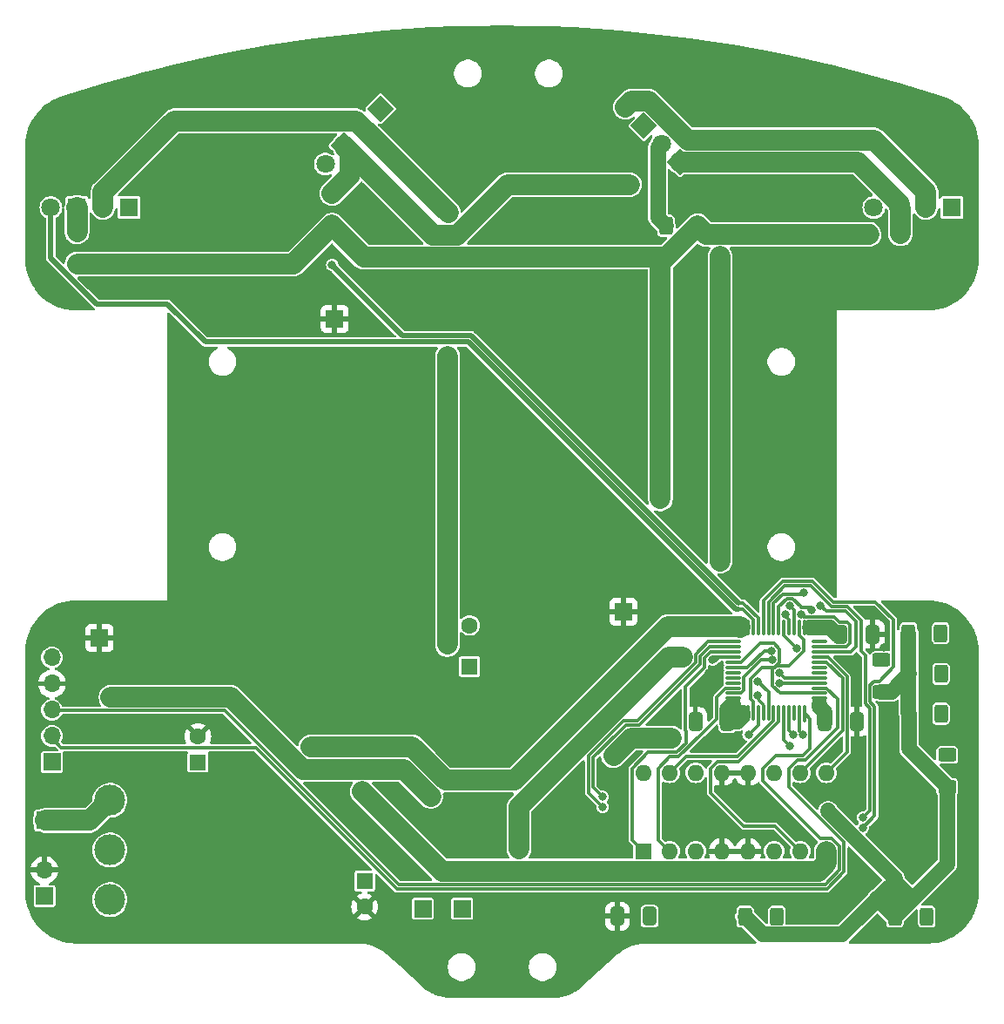
<source format=gbl>
G04 #@! TF.GenerationSoftware,KiCad,Pcbnew,8.0.6*
G04 #@! TF.CreationDate,2025-01-29T21:13:59-08:00*
G04 #@! TF.ProjectId,rezq_rev2,72657a71-5f72-4657-9632-2e6b69636164,rev?*
G04 #@! TF.SameCoordinates,Original*
G04 #@! TF.FileFunction,Copper,L2,Bot*
G04 #@! TF.FilePolarity,Positive*
%FSLAX46Y46*%
G04 Gerber Fmt 4.6, Leading zero omitted, Abs format (unit mm)*
G04 Created by KiCad (PCBNEW 8.0.6) date 2025-01-29 21:13:59*
%MOMM*%
%LPD*%
G01*
G04 APERTURE LIST*
G04 Aperture macros list*
%AMRoundRect*
0 Rectangle with rounded corners*
0 $1 Rounding radius*
0 $2 $3 $4 $5 $6 $7 $8 $9 X,Y pos of 4 corners*
0 Add a 4 corners polygon primitive as box body*
4,1,4,$2,$3,$4,$5,$6,$7,$8,$9,$2,$3,0*
0 Add four circle primitives for the rounded corners*
1,1,$1+$1,$2,$3*
1,1,$1+$1,$4,$5*
1,1,$1+$1,$6,$7*
1,1,$1+$1,$8,$9*
0 Add four rect primitives between the rounded corners*
20,1,$1+$1,$2,$3,$4,$5,0*
20,1,$1+$1,$4,$5,$6,$7,0*
20,1,$1+$1,$6,$7,$8,$9,0*
20,1,$1+$1,$8,$9,$2,$3,0*%
%AMRotRect*
0 Rectangle, with rotation*
0 The origin of the aperture is its center*
0 $1 length*
0 $2 width*
0 $3 Rotation angle, in degrees counterclockwise*
0 Add horizontal line*
21,1,$1,$2,0,0,$3*%
G04 Aperture macros list end*
G04 #@! TA.AperFunction,ComponentPad*
%ADD10R,1.700000X1.700000*%
G04 #@! TD*
G04 #@! TA.AperFunction,ComponentPad*
%ADD11C,3.000000*%
G04 #@! TD*
G04 #@! TA.AperFunction,ComponentPad*
%ADD12O,1.700000X1.700000*%
G04 #@! TD*
G04 #@! TA.AperFunction,ComponentPad*
%ADD13RotRect,1.800000X1.800000X135.000000*%
G04 #@! TD*
G04 #@! TA.AperFunction,ComponentPad*
%ADD14C,1.800000*%
G04 #@! TD*
G04 #@! TA.AperFunction,ComponentPad*
%ADD15RotRect,1.800000X1.800000X225.000000*%
G04 #@! TD*
G04 #@! TA.AperFunction,ComponentPad*
%ADD16R,1.800000X1.800000*%
G04 #@! TD*
G04 #@! TA.AperFunction,ComponentPad*
%ADD17R,1.600000X1.600000*%
G04 #@! TD*
G04 #@! TA.AperFunction,ComponentPad*
%ADD18C,1.600000*%
G04 #@! TD*
G04 #@! TA.AperFunction,ComponentPad*
%ADD19O,1.600000X1.600000*%
G04 #@! TD*
G04 #@! TA.AperFunction,SMDPad,CuDef*
%ADD20RoundRect,0.250000X-0.650000X0.412500X-0.650000X-0.412500X0.650000X-0.412500X0.650000X0.412500X0*%
G04 #@! TD*
G04 #@! TA.AperFunction,SMDPad,CuDef*
%ADD21RoundRect,0.250000X0.400000X0.625000X-0.400000X0.625000X-0.400000X-0.625000X0.400000X-0.625000X0*%
G04 #@! TD*
G04 #@! TA.AperFunction,SMDPad,CuDef*
%ADD22RoundRect,0.250000X-0.400000X-0.625000X0.400000X-0.625000X0.400000X0.625000X-0.400000X0.625000X0*%
G04 #@! TD*
G04 #@! TA.AperFunction,SMDPad,CuDef*
%ADD23RoundRect,0.075000X-0.662500X-0.075000X0.662500X-0.075000X0.662500X0.075000X-0.662500X0.075000X0*%
G04 #@! TD*
G04 #@! TA.AperFunction,SMDPad,CuDef*
%ADD24RoundRect,0.075000X-0.075000X-0.662500X0.075000X-0.662500X0.075000X0.662500X-0.075000X0.662500X0*%
G04 #@! TD*
G04 #@! TA.AperFunction,SMDPad,CuDef*
%ADD25RoundRect,0.250000X-0.412500X-0.650000X0.412500X-0.650000X0.412500X0.650000X-0.412500X0.650000X0*%
G04 #@! TD*
G04 #@! TA.AperFunction,SMDPad,CuDef*
%ADD26RoundRect,0.250000X0.625000X-0.400000X0.625000X0.400000X-0.625000X0.400000X-0.625000X-0.400000X0*%
G04 #@! TD*
G04 #@! TA.AperFunction,SMDPad,CuDef*
%ADD27RoundRect,0.250000X0.412500X0.650000X-0.412500X0.650000X-0.412500X-0.650000X0.412500X-0.650000X0*%
G04 #@! TD*
G04 #@! TA.AperFunction,SMDPad,CuDef*
%ADD28RoundRect,0.250000X-0.625000X0.400000X-0.625000X-0.400000X0.625000X-0.400000X0.625000X0.400000X0*%
G04 #@! TD*
G04 #@! TA.AperFunction,ViaPad*
%ADD29C,0.800000*%
G04 #@! TD*
G04 #@! TA.AperFunction,ViaPad*
%ADD30C,1.600000*%
G04 #@! TD*
G04 #@! TA.AperFunction,ViaPad*
%ADD31C,1.300000*%
G04 #@! TD*
G04 #@! TA.AperFunction,Conductor*
%ADD32C,2.000000*%
G04 #@! TD*
G04 #@! TA.AperFunction,Conductor*
%ADD33C,1.500000*%
G04 #@! TD*
G04 #@! TA.AperFunction,Conductor*
%ADD34C,0.300000*%
G04 #@! TD*
G04 #@! TA.AperFunction,Conductor*
%ADD35C,0.500000*%
G04 #@! TD*
G04 #@! TA.AperFunction,Conductor*
%ADD36C,0.250000*%
G04 #@! TD*
G04 APERTURE END LIST*
D10*
X195700000Y-186420000D03*
D11*
X161438000Y-185554000D03*
X161438000Y-180728000D03*
X161438000Y-175902000D03*
D10*
X155088000Y-185204000D03*
D12*
X155088000Y-182664000D03*
D13*
X213360000Y-110363000D03*
D14*
X211563949Y-108566949D03*
D15*
X184183000Y-112290000D03*
D14*
X182386949Y-114086051D03*
D10*
X155140000Y-177850000D03*
X191860000Y-186420000D03*
D16*
X158233600Y-118307200D03*
D14*
X155693600Y-118307200D03*
D10*
X211360000Y-157590000D03*
D17*
X186203000Y-183736621D03*
D18*
X186203000Y-186236621D03*
D17*
X213325000Y-180850000D03*
D19*
X215865000Y-180850000D03*
X218405000Y-180850000D03*
X220945000Y-180850000D03*
X223485000Y-180850000D03*
X226025000Y-180850000D03*
X228565000Y-180850000D03*
X231105000Y-180850000D03*
X231105000Y-173230000D03*
X228565000Y-173230000D03*
X226025000Y-173230000D03*
X223485000Y-173230000D03*
X220945000Y-173230000D03*
X218405000Y-173230000D03*
X215865000Y-173230000D03*
X213325000Y-173230000D03*
D17*
X169998000Y-172194000D03*
D18*
X169998000Y-169694000D03*
D16*
X243323600Y-118307200D03*
D14*
X240783600Y-118307200D03*
D15*
X187775102Y-108697897D03*
D14*
X185979051Y-110493948D03*
D17*
X196400000Y-162900000D03*
D18*
X196400000Y-158900000D03*
D10*
X155803600Y-172186600D03*
D12*
X155803600Y-169646600D03*
X155803600Y-167106600D03*
X155803600Y-164566600D03*
X155803600Y-162026600D03*
D10*
X183300000Y-129130000D03*
D16*
X238243600Y-118307200D03*
D14*
X235703600Y-118307200D03*
D13*
X216875888Y-113878889D03*
D14*
X215079837Y-112082838D03*
D16*
X163313600Y-118307200D03*
D14*
X160773600Y-118307200D03*
D10*
X160430000Y-160120000D03*
D20*
X158250000Y-120687500D03*
X158250000Y-123812500D03*
D21*
X242240400Y-163621200D03*
X239140400Y-163621200D03*
X242249400Y-167482000D03*
X239149400Y-167482000D03*
D22*
X223201200Y-187192400D03*
X226301200Y-187192400D03*
D23*
X222062500Y-166000000D03*
X222062500Y-165500000D03*
X222062500Y-165000000D03*
X222062500Y-164500000D03*
X222062500Y-164000000D03*
X222062500Y-163500000D03*
X222062500Y-163000000D03*
X222062500Y-162500000D03*
X222062500Y-162000000D03*
X222062500Y-161500000D03*
X222062500Y-161000000D03*
X222062500Y-160500000D03*
D24*
X223475000Y-159087500D03*
X223975000Y-159087500D03*
X224475000Y-159087500D03*
X224975000Y-159087500D03*
X225475000Y-159087500D03*
X225975000Y-159087500D03*
X226475000Y-159087500D03*
X226975000Y-159087500D03*
X227475000Y-159087500D03*
X227975000Y-159087500D03*
X228475000Y-159087500D03*
X228975000Y-159087500D03*
D23*
X230387500Y-160500000D03*
X230387500Y-161000000D03*
X230387500Y-161500000D03*
X230387500Y-162000000D03*
X230387500Y-162500000D03*
X230387500Y-163000000D03*
X230387500Y-163500000D03*
X230387500Y-164000000D03*
X230387500Y-164500000D03*
X230387500Y-165000000D03*
X230387500Y-165500000D03*
X230387500Y-166000000D03*
D24*
X228975000Y-167412500D03*
X228475000Y-167412500D03*
X227975000Y-167412500D03*
X227475000Y-167412500D03*
X226975000Y-167412500D03*
X226475000Y-167412500D03*
X225975000Y-167412500D03*
X225475000Y-167412500D03*
X224975000Y-167412500D03*
X224475000Y-167412500D03*
X223975000Y-167412500D03*
X223475000Y-167412500D03*
D22*
X237764800Y-187192400D03*
X240864800Y-187192400D03*
D25*
X230962500Y-168250000D03*
X234087500Y-168250000D03*
D26*
X242849400Y-174598000D03*
X242849400Y-171498000D03*
D21*
X242198600Y-159658800D03*
X239098600Y-159658800D03*
D25*
X232462500Y-159750000D03*
X235587500Y-159750000D03*
D27*
X221487500Y-168250000D03*
X218362500Y-168250000D03*
D28*
X236474000Y-162249000D03*
X236474000Y-165349000D03*
D20*
X183033000Y-116940900D03*
X183033000Y-120065900D03*
D27*
X213906500Y-187167000D03*
X210781500Y-187167000D03*
D21*
X218590300Y-120066600D03*
X215490300Y-120066600D03*
D27*
X238312500Y-120847200D03*
X235187500Y-120847200D03*
D29*
X223316800Y-143205200D03*
X178630000Y-107010000D03*
X183286400Y-151104600D03*
X242820000Y-165590000D03*
X233970000Y-164930000D03*
X210845400Y-180848000D03*
X206380000Y-120380000D03*
X215696800Y-167817800D03*
X217110000Y-174930000D03*
X164360000Y-109590000D03*
X173863000Y-127152400D03*
X217932000Y-132384800D03*
X202717400Y-131495800D03*
X236660000Y-161020000D03*
X209350000Y-174550000D03*
X236930000Y-125890000D03*
X189382400Y-181660800D03*
X228473000Y-128117600D03*
X228650000Y-187200000D03*
X211074000Y-177012600D03*
X237010000Y-166960000D03*
X184170000Y-133330000D03*
X220750000Y-106470000D03*
X233172000Y-173202600D03*
X207660000Y-119260000D03*
X183515000Y-142214600D03*
X205359000Y-120523000D03*
X219690000Y-163550000D03*
X226288600Y-128041400D03*
X218008200Y-138226800D03*
X191050000Y-125140000D03*
X217130000Y-118510000D03*
X234087500Y-168250000D03*
X209600800Y-137896600D03*
X231600000Y-155190000D03*
X228220000Y-178990000D03*
X209600800Y-134645400D03*
X242470000Y-127510000D03*
X190703200Y-182829200D03*
X236080000Y-187750000D03*
X232530000Y-184810000D03*
X166497000Y-174117000D03*
X208800000Y-106330000D03*
X217881200Y-155524200D03*
X237130000Y-168510000D03*
X200183000Y-106161625D03*
X188163200Y-143408400D03*
X239330000Y-177680000D03*
X163753800Y-182473600D03*
X157530800Y-174980600D03*
X212725000Y-117983000D03*
X220675200Y-187121800D03*
X206298800Y-131419600D03*
X234610000Y-108440000D03*
X180710000Y-133380000D03*
X173609000Y-117983000D03*
X237230000Y-123580000D03*
X175971200Y-177165000D03*
X194640200Y-178130200D03*
X190050000Y-106260000D03*
X182570000Y-126570000D03*
X182651400Y-175260000D03*
X242697000Y-185191400D03*
X225729800Y-143256000D03*
X154240000Y-110410000D03*
X245010000Y-114690000D03*
X198069200Y-169367200D03*
X218362500Y-168250000D03*
X223240600Y-128041400D03*
X243040000Y-161610000D03*
X188239400Y-150952200D03*
X192630000Y-125140000D03*
X178409600Y-127152400D03*
X209550000Y-131419600D03*
X233770000Y-162810000D03*
X231570000Y-152270000D03*
X206298800Y-134645400D03*
X220675200Y-185521600D03*
X217932000Y-128930400D03*
X228346000Y-143205200D03*
X221818200Y-170688000D03*
X179247800Y-151104600D03*
X188330000Y-133460000D03*
X179247800Y-142214600D03*
X245460000Y-123010000D03*
D30*
X194333551Y-118848449D03*
X194250000Y-132750000D03*
X194250000Y-160750000D03*
X185987500Y-175037500D03*
X216050000Y-169850000D03*
X230962500Y-168250000D03*
D29*
X231267000Y-176920000D03*
D30*
X221487500Y-168250000D03*
X210405800Y-171569200D03*
D31*
X232325000Y-159750000D03*
D30*
X183033000Y-120027400D03*
D29*
X235250000Y-120950000D03*
D30*
X158250000Y-123812500D03*
X214970000Y-146605652D03*
X218564300Y-120105100D03*
X211963000Y-116078000D03*
X217100000Y-161987500D03*
X201195000Y-180650000D03*
X220746853Y-152658547D03*
X220750000Y-123080000D03*
D29*
X220047806Y-162247806D03*
X213868000Y-187167000D03*
X225776039Y-161355559D03*
X226517433Y-163519600D03*
X242325000Y-163621200D03*
X228850000Y-169550000D03*
X242334000Y-167482000D03*
X242283200Y-159658800D03*
X226527494Y-164491326D03*
D30*
X161450000Y-165975000D03*
X192786000Y-175500000D03*
D29*
X234675000Y-177550000D03*
X234675000Y-178550000D03*
X209350000Y-176550000D03*
X209350000Y-175550000D03*
X229697660Y-157377500D03*
X228900001Y-155760001D03*
X215490300Y-120000000D03*
X183050000Y-123900000D03*
X224383600Y-165750000D03*
X230531418Y-156965494D03*
X227558600Y-156960000D03*
X228655000Y-157820000D03*
X227155000Y-157820001D03*
X226325000Y-187175000D03*
X223530000Y-169530000D03*
X227900000Y-169550000D03*
X242850000Y-171475000D03*
D30*
X181000000Y-170694000D03*
D29*
X227550000Y-170600000D03*
X240900000Y-187175000D03*
X228200000Y-161100000D03*
X224423500Y-164323500D03*
X225844883Y-162283010D03*
X236474000Y-162165001D03*
D32*
X160773600Y-116787200D02*
X167673592Y-109887208D01*
X235745289Y-111748889D02*
X240783600Y-116787200D01*
X213828062Y-107960208D02*
X212170690Y-107960208D01*
X194333551Y-118848448D02*
X185979051Y-110493948D01*
X194250000Y-132750000D02*
X194250000Y-160750000D01*
X240783600Y-116787200D02*
X240783600Y-118307200D01*
X194333551Y-118848449D02*
X194333551Y-118848448D01*
X160773600Y-118307200D02*
X160773600Y-116787200D01*
X217616743Y-111748889D02*
X235745289Y-111748889D01*
X212170690Y-107960208D02*
X211563949Y-108566949D01*
X217616743Y-111748889D02*
X213828062Y-107960208D01*
X185372311Y-109887208D02*
X185979051Y-110493948D01*
X167673592Y-109887208D02*
X185372311Y-109887208D01*
X193730000Y-182780000D02*
X230306370Y-182780000D01*
X230306370Y-182780000D02*
X231105000Y-181981370D01*
X231105000Y-181981370D02*
X231105000Y-180850000D01*
X185987500Y-175037500D02*
X193730000Y-182780000D01*
D33*
X232325000Y-159750000D02*
X232081206Y-159750000D01*
X237412600Y-165349000D02*
X239140400Y-163621200D01*
D32*
X212125000Y-169850000D02*
X216050000Y-169850000D01*
D33*
X230962500Y-167350000D02*
X230392500Y-166780000D01*
X237764800Y-183464800D02*
X237764800Y-183803547D01*
X230962500Y-168250000D02*
X230962500Y-167350000D01*
X221487500Y-167105000D02*
X222062500Y-166530000D01*
X224956200Y-188947400D02*
X232632200Y-188947400D01*
X230392500Y-166780000D02*
X230392500Y-166530000D01*
X222425000Y-168250000D02*
X222945000Y-167730000D01*
X232632200Y-188947400D02*
X237764800Y-183814800D01*
X237764800Y-183814800D02*
X239453600Y-185503600D01*
X236009800Y-185437400D02*
X237764800Y-187192400D01*
X223201200Y-187192400D02*
X224956200Y-188947400D01*
X239453600Y-185503600D02*
X237764800Y-187192400D01*
X231418706Y-159087500D02*
X229505000Y-159087500D01*
X239098600Y-167431200D02*
X239149400Y-167482000D01*
X236474000Y-165349000D02*
X237412600Y-165349000D01*
X237764800Y-183803547D02*
X237764800Y-187192400D01*
X237764800Y-183803547D02*
X237764800Y-183814800D01*
X221487500Y-168250000D02*
X222425000Y-168250000D01*
X222945000Y-167730000D02*
X222945000Y-167412500D01*
X231267000Y-176967000D02*
X237764800Y-183464800D01*
X239098600Y-159658800D02*
X239098600Y-167431200D01*
D32*
X212125000Y-169850000D02*
X210405800Y-171569200D01*
D33*
X236130947Y-185437400D02*
X237764800Y-183803547D01*
X221487500Y-168250000D02*
X221487500Y-167105000D01*
X239149400Y-167482000D02*
X239149400Y-170898000D01*
X231267000Y-176920000D02*
X231267000Y-176967000D01*
X230392500Y-166530000D02*
X230387500Y-166530000D01*
X242849400Y-174598000D02*
X242849400Y-182107800D01*
X242849400Y-182107800D02*
X239453600Y-185503600D01*
X232081206Y-159750000D02*
X231418706Y-159087500D01*
X239149400Y-170898000D02*
X242849400Y-174598000D01*
D32*
X186114049Y-123108449D02*
X183033000Y-120027400D01*
X214970000Y-146605652D02*
X214970000Y-123699400D01*
X218590300Y-120066600D02*
X215548451Y-123108449D01*
X219409200Y-120950000D02*
X218564300Y-120105100D01*
X235250000Y-120950000D02*
X219409200Y-120950000D01*
X183033000Y-120027400D02*
X179247900Y-123812500D01*
X179247900Y-123812500D02*
X158250000Y-123812500D01*
X215548451Y-123108449D02*
X186114049Y-123108449D01*
X214970000Y-123699400D02*
X218564300Y-120105100D01*
X195215825Y-120978449D02*
X192871449Y-120978449D01*
X158250000Y-120687500D02*
X158250000Y-118323600D01*
X238312500Y-120847200D02*
X238312500Y-118376100D01*
X158250000Y-118323600D02*
X158233600Y-118307200D01*
X220750000Y-152655400D02*
X220746853Y-152658547D01*
X200116274Y-116078000D02*
X195215825Y-120978449D01*
D34*
X220047806Y-162247806D02*
X220295612Y-162000000D01*
D32*
X211963000Y-116078000D02*
X200116274Y-116078000D01*
X216875888Y-113878889D02*
X234146143Y-113878889D01*
X184819396Y-112926396D02*
X184183000Y-112290000D01*
X238312500Y-118376100D02*
X238243600Y-118307200D01*
X201195000Y-176551501D02*
X215759001Y-161987500D01*
X184819396Y-115154504D02*
X184819396Y-112926396D01*
X183033000Y-116940900D02*
X184819396Y-115154504D01*
X220750000Y-123080000D02*
X220750000Y-152655400D01*
X238243600Y-117976346D02*
X238243600Y-118307200D01*
X201195000Y-180650000D02*
X201195000Y-176551501D01*
D34*
X220295612Y-162000000D02*
X222062500Y-162000000D01*
D32*
X192871449Y-120978449D02*
X184183000Y-112290000D01*
X234146143Y-113878889D02*
X238243600Y-117976346D01*
X215759001Y-161987500D02*
X217100000Y-161987500D01*
D34*
X225776039Y-161355559D02*
X225074441Y-161355559D01*
X225074441Y-161355559D02*
X223430000Y-163000000D01*
X223430000Y-163000000D02*
X222062500Y-163000000D01*
X226517433Y-163519600D02*
X226997833Y-164000000D01*
X226997833Y-164000000D02*
X230387500Y-164000000D01*
X228475000Y-167412500D02*
X228475000Y-169175000D01*
X228475000Y-169175000D02*
X228850000Y-169550000D01*
X226527494Y-164491326D02*
X226536168Y-164500000D01*
X226536168Y-164500000D02*
X230387500Y-164500000D01*
D32*
X190032500Y-172907500D02*
X180175806Y-172907500D01*
X173158306Y-165890000D02*
X161535000Y-165890000D01*
X180175806Y-172907500D02*
X173158306Y-165890000D01*
X192625000Y-175500000D02*
X190032500Y-172907500D01*
D34*
X172628112Y-167170000D02*
X155867000Y-167170000D01*
X230985000Y-184060000D02*
X189518112Y-184060000D01*
X232385000Y-180319807D02*
X232385000Y-180450000D01*
X228975000Y-167412500D02*
X229530000Y-167967500D01*
X229530000Y-167967500D02*
X229530000Y-170893348D01*
X228975000Y-167412500D02*
X228975000Y-168149999D01*
X232385000Y-182660000D02*
X230985000Y-184060000D01*
X224945000Y-172782649D02*
X224945000Y-174045000D01*
X230470000Y-179570000D02*
X231635193Y-179570000D01*
X226157649Y-171570000D02*
X224945000Y-172782649D01*
X155867000Y-167170000D02*
X155803600Y-167106600D01*
X231635193Y-179570000D02*
X232385000Y-180319807D01*
X228853348Y-171570000D02*
X226157649Y-171570000D01*
X224945000Y-174045000D02*
X230470000Y-179570000D01*
X229530000Y-170893348D02*
X228853348Y-171570000D01*
X189518112Y-184060000D02*
X172628112Y-167170000D01*
X232385000Y-180319807D02*
X232385000Y-182660000D01*
X227485000Y-172782649D02*
X227485000Y-174641640D01*
X231163112Y-184490000D02*
X189340000Y-184490000D01*
X189340000Y-184490000D02*
X175624000Y-170774000D01*
X230387500Y-165000000D02*
X231129124Y-165000000D01*
X231129124Y-165000000D02*
X232200000Y-166070876D01*
X156714000Y-170774000D02*
X155650000Y-169710000D01*
X232200000Y-166070876D02*
X232200000Y-168831460D01*
X232815000Y-182838112D02*
X231163112Y-184490000D01*
X232200000Y-168831460D02*
X229031460Y-172000000D01*
X228267649Y-172000000D02*
X227485000Y-172782649D01*
X175624000Y-170774000D02*
X156714000Y-170774000D01*
X227485000Y-174641640D02*
X232815000Y-179971640D01*
X229031460Y-172000000D02*
X228267649Y-172000000D01*
X232815000Y-179971640D02*
X232815000Y-182838112D01*
X234500000Y-158423112D02*
X234500000Y-161411652D01*
X234889000Y-166497112D02*
X235370000Y-166978112D01*
X227053576Y-155041600D02*
X229569190Y-155041600D01*
X235370000Y-166978112D02*
X235370000Y-176855000D01*
X229569190Y-155041600D02*
X231569790Y-157042200D01*
X233119088Y-157042200D02*
X234500000Y-158423112D01*
X234889000Y-161800652D02*
X234889000Y-166497112D01*
X235370000Y-176855000D02*
X234675000Y-177550000D01*
X231569790Y-157042200D02*
X233119088Y-157042200D01*
X225475000Y-156620176D02*
X227053576Y-155041600D01*
X234500000Y-161411652D02*
X234889000Y-161800652D01*
X225475000Y-159087500D02*
X225475000Y-156620176D01*
X237629000Y-162940000D02*
X236250000Y-164319000D01*
X237629000Y-158355600D02*
X237629000Y-162940000D01*
X226875464Y-154611600D02*
X229761600Y-154611600D01*
X236250000Y-164319000D02*
X235722540Y-164319000D01*
X224975000Y-156512064D02*
X226875464Y-154611600D01*
X224975000Y-159087500D02*
X224975000Y-156512064D01*
X235800000Y-166800000D02*
X235800000Y-177425000D01*
X235800000Y-177425000D02*
X234675000Y-178550000D01*
X235885600Y-156612200D02*
X237629000Y-158355600D01*
X235319000Y-166319000D02*
X235800000Y-166800000D01*
X229761600Y-154611600D02*
X231762200Y-156612200D01*
X235722540Y-164319000D02*
X235319000Y-164722540D01*
X235319000Y-164722540D02*
X235319000Y-166319000D01*
X231762200Y-156612200D02*
X235885600Y-156612200D01*
X222062500Y-160500000D02*
X219617722Y-160500000D01*
X218380000Y-161737722D02*
X218380000Y-162517693D01*
X207972175Y-171584519D02*
X207972175Y-175172175D01*
X218380000Y-162517693D02*
X212757693Y-168140000D01*
X212757693Y-168140000D02*
X211416694Y-168140000D01*
X207972175Y-175172175D02*
X209350000Y-176550000D01*
X211416694Y-168140000D02*
X207972175Y-171584519D01*
X219617722Y-160500000D02*
X218380000Y-161737722D01*
X218810000Y-162695805D02*
X212935805Y-168570000D01*
X208402175Y-171762631D02*
X208402175Y-174602175D01*
X212935805Y-168570000D02*
X211594806Y-168570000D01*
X208402175Y-174602175D02*
X209350000Y-175550000D01*
X222062500Y-161000000D02*
X219725834Y-161000000D01*
X218810000Y-161915834D02*
X218810000Y-162695805D01*
X211594806Y-168570000D02*
X210845000Y-169319807D01*
X219725834Y-161000000D02*
X218810000Y-161915834D01*
X210845000Y-169319807D02*
X208402175Y-171762631D01*
X228676200Y-157140000D02*
X229460160Y-157140000D01*
X226475000Y-159087500D02*
X226475000Y-157081934D01*
X227276934Y-156280000D02*
X227841600Y-156280000D01*
X228676200Y-157114600D02*
X228676200Y-157140000D01*
X229460160Y-157140000D02*
X229697660Y-157377500D01*
X226475000Y-157081934D02*
X227276934Y-156280000D01*
X227841600Y-156280000D02*
X228676200Y-157114600D01*
X228810002Y-155850000D02*
X226853288Y-155850000D01*
D33*
X214723096Y-119299396D02*
X214723096Y-112439579D01*
D34*
X226853288Y-155850000D02*
X225975000Y-156728288D01*
X228900001Y-155760001D02*
X228810002Y-155850000D01*
X225975000Y-156728288D02*
X225975000Y-159087500D01*
D33*
X215490300Y-120066600D02*
X214723096Y-119299396D01*
X214723096Y-112439579D02*
X215079837Y-112082838D01*
D35*
X167030400Y-127685800D02*
X160147000Y-127685800D01*
X222529400Y-157353000D02*
X222298846Y-157353000D01*
D34*
X223975000Y-158345876D02*
X222982124Y-157353000D01*
D35*
X160147000Y-127685800D02*
X155693600Y-123232400D01*
D34*
X222982124Y-157353000D02*
X222529400Y-157353000D01*
X223975000Y-159087500D02*
X223975000Y-158345876D01*
D35*
X155693600Y-123232400D02*
X155693600Y-118307200D01*
X170713400Y-131368800D02*
X167030400Y-127685800D01*
X196314646Y-131368800D02*
X170713400Y-131368800D01*
X222298846Y-157353000D02*
X196314646Y-131368800D01*
X196575600Y-130738800D02*
X189888800Y-130738800D01*
X189888800Y-130738800D02*
X183050000Y-123900000D01*
D34*
X224475000Y-159087500D02*
X224475000Y-158196888D01*
D35*
X222554800Y-156718000D02*
X196575600Y-130738800D01*
D34*
X224475000Y-158196888D02*
X222996112Y-156718000D01*
X222996112Y-156718000D02*
X222554800Y-156718000D01*
D36*
X224383600Y-166083601D02*
X224975000Y-166675001D01*
X224975000Y-166675001D02*
X224975000Y-167412500D01*
X224383600Y-165750000D02*
X224383600Y-166083601D01*
D34*
X232968776Y-157500000D02*
X234000000Y-158531224D01*
X234000000Y-158531224D02*
X234000000Y-161000000D01*
X231065924Y-157500000D02*
X232968776Y-157500000D01*
X234000000Y-161000000D02*
X233500000Y-161500000D01*
X230531418Y-156965494D02*
X231065924Y-157500000D01*
X233500000Y-161500000D02*
X230387500Y-161500000D01*
X227975000Y-157376400D02*
X227975000Y-159087500D01*
X227558600Y-156960000D02*
X227975000Y-157376400D01*
X228892500Y-158057500D02*
X231845346Y-158057500D01*
X233405000Y-160626460D02*
X233031460Y-161000000D01*
X233101460Y-158570000D02*
X233405000Y-158873540D01*
X231845346Y-158057500D02*
X232357846Y-158570000D01*
X228655000Y-157820000D02*
X228892500Y-158057500D01*
X232357846Y-158570000D02*
X233101460Y-158570000D01*
X233405000Y-158873540D02*
X233405000Y-160626460D01*
X233031460Y-161000000D02*
X230387500Y-161000000D01*
X227475000Y-158345876D02*
X227475000Y-159087500D01*
X227155000Y-157820001D02*
X227155000Y-158025876D01*
X227155000Y-158025876D02*
X227475000Y-158345876D01*
X224475000Y-168585000D02*
X224475000Y-167412500D01*
X223530000Y-169530000D02*
X224475000Y-168585000D01*
X227900000Y-169550000D02*
X227475000Y-169125000D01*
X227475000Y-169125000D02*
X227475000Y-167412500D01*
D32*
X222695000Y-159050000D02*
X222695000Y-159087500D01*
X190831274Y-170694000D02*
X194076474Y-173939200D01*
X200795026Y-173939200D02*
X215684226Y-159050000D01*
X215684226Y-159050000D02*
X222695000Y-159050000D01*
X194076474Y-173939200D02*
X200795026Y-173939200D01*
X181000000Y-170694000D02*
X190831274Y-170694000D01*
D34*
X227550000Y-170600000D02*
X226975000Y-170025000D01*
X226975000Y-170025000D02*
X226975000Y-167412500D01*
D32*
X161438000Y-175902000D02*
X159490000Y-177850000D01*
X159490000Y-177850000D02*
X155140000Y-177850000D01*
D34*
X222501324Y-171627800D02*
X217467200Y-171627800D01*
X217467200Y-171627800D02*
X215865000Y-173230000D01*
X225975000Y-167412500D02*
X225975000Y-168154124D01*
X225975000Y-168154124D02*
X222501324Y-171627800D01*
X215887649Y-171680000D02*
X214785000Y-172782649D01*
X214785000Y-179770000D02*
X215865000Y-180850000D01*
X222062500Y-165000000D02*
X221320876Y-165000000D01*
X218986800Y-169430000D02*
X216736800Y-171680000D01*
X220425000Y-168006460D02*
X219001460Y-169430000D01*
X216736800Y-171680000D02*
X215887649Y-171680000D01*
X220425000Y-165895876D02*
X220425000Y-168006460D01*
X214785000Y-172782649D02*
X214785000Y-179770000D01*
X219001460Y-169430000D02*
X218986800Y-169430000D01*
X221320876Y-165000000D02*
X220425000Y-165895876D01*
X230387500Y-162000000D02*
X231237236Y-162000000D01*
X233100000Y-163862764D02*
X233100000Y-171235000D01*
X231237236Y-162000000D02*
X233100000Y-163862764D01*
X233100000Y-171235000D02*
X231105000Y-173230000D01*
X219240000Y-162093946D02*
X219240000Y-163038334D01*
X212245000Y-179770000D02*
X213325000Y-180850000D01*
X222062500Y-161500000D02*
X219833946Y-161500000D01*
X217420000Y-169126460D02*
X217460000Y-169166460D01*
X217420000Y-164858334D02*
X217420000Y-169126460D01*
X216558688Y-171250000D02*
X213777649Y-171250000D01*
X219240000Y-163038334D02*
X217420000Y-164858334D01*
X212245000Y-172782649D02*
X212245000Y-179770000D01*
X217460000Y-169166460D02*
X217460000Y-170348688D01*
X219833946Y-161500000D02*
X219240000Y-162093946D01*
X217460000Y-170348688D02*
X216558688Y-171250000D01*
X213777649Y-171250000D02*
X212245000Y-172782649D01*
X232670000Y-164040876D02*
X232670000Y-169125000D01*
X232670000Y-169125000D02*
X228565000Y-173230000D01*
X231129124Y-162500000D02*
X232670000Y-164040876D01*
X230387500Y-162500000D02*
X231129124Y-162500000D01*
X219865000Y-175186400D02*
X223062800Y-178384200D01*
X220497649Y-172150000D02*
X219865000Y-172782649D01*
X226099200Y-178384200D02*
X228565000Y-180850000D01*
X219865000Y-172782649D02*
X219865000Y-175186400D01*
X226475000Y-167412500D02*
X226475000Y-168262236D01*
X222587236Y-172150000D02*
X220497649Y-172150000D01*
X223062800Y-178384200D02*
X226099200Y-178384200D01*
X226475000Y-168262236D02*
X222587236Y-172150000D01*
X228200000Y-161100000D02*
X226975000Y-159875000D01*
X226975000Y-159875000D02*
X226975000Y-159087500D01*
X225475000Y-165375000D02*
X225475000Y-167412500D01*
X224423500Y-164323500D02*
X225475000Y-165375000D01*
X222804124Y-162500000D02*
X222062500Y-162500000D01*
X223975000Y-166303066D02*
X223703600Y-166031666D01*
X226126549Y-162963010D02*
X226568000Y-162521559D01*
X228904800Y-160258924D02*
X228475000Y-159829124D01*
X225970184Y-163105184D02*
X226235767Y-162839600D01*
X228475000Y-159829124D02*
X228475000Y-159087500D01*
X223975000Y-167412500D02*
X223975000Y-166303066D01*
X228904800Y-161356866D02*
X228904800Y-160258924D01*
X226568000Y-162521559D02*
X226568000Y-161185854D01*
X226669600Y-162839600D02*
X227422066Y-162839600D01*
X226126548Y-162963010D02*
X226249958Y-162839600D01*
X226235767Y-162839600D02*
X226669600Y-162839600D01*
X226249958Y-162839600D02*
X226669600Y-162839600D01*
X226568000Y-161185854D02*
X226011746Y-160629600D01*
X225970184Y-163105184D02*
X226112358Y-162963010D01*
X226574502Y-165500000D02*
X225837433Y-164762931D01*
X225837433Y-163237934D02*
X225970184Y-163105184D01*
X223703600Y-164078200D02*
X224818790Y-162963010D01*
X226112358Y-162963010D02*
X226126549Y-162963010D01*
X223703600Y-166031666D02*
X223703600Y-164078200D01*
X225837433Y-164762931D02*
X225837433Y-163237934D01*
X230387500Y-165500000D02*
X226574502Y-165500000D01*
X224674524Y-160629600D02*
X222804124Y-162500000D01*
X227422066Y-162839600D02*
X228904800Y-161356866D01*
X224818790Y-162963010D02*
X226126548Y-162963010D01*
X226011746Y-160629600D02*
X224674524Y-160629600D01*
X225844883Y-162283010D02*
X224755102Y-162283010D01*
X223080000Y-165224124D02*
X222804124Y-165500000D01*
X224755102Y-162283010D02*
X223080000Y-163958112D01*
X222804124Y-165500000D02*
X222062500Y-165500000D01*
X223080000Y-163958112D02*
X223080000Y-165224124D01*
G04 #@! TA.AperFunction,Conductor*
G36*
X167234303Y-128527252D02*
G01*
X167240781Y-128533284D01*
X170436787Y-131729290D01*
X170436789Y-131729291D01*
X170436793Y-131729294D01*
X170539507Y-131788595D01*
X170539514Y-131788599D01*
X170654091Y-131819300D01*
X171818018Y-131819300D01*
X171885057Y-131838985D01*
X171930812Y-131891789D01*
X171940756Y-131960947D01*
X171911731Y-132024503D01*
X171874313Y-132053785D01*
X171683871Y-132150820D01*
X171586320Y-132221695D01*
X171512890Y-132275046D01*
X171512888Y-132275048D01*
X171512887Y-132275048D01*
X171363448Y-132424487D01*
X171363448Y-132424488D01*
X171363446Y-132424490D01*
X171331194Y-132468881D01*
X171239220Y-132595471D01*
X171143270Y-132783781D01*
X171143269Y-132783784D01*
X171077962Y-132984782D01*
X171044900Y-133193527D01*
X171044900Y-133404872D01*
X171077962Y-133613617D01*
X171143269Y-133814615D01*
X171143270Y-133814618D01*
X171239220Y-134002928D01*
X171363446Y-134173910D01*
X171512890Y-134323354D01*
X171683872Y-134447580D01*
X171776232Y-134494639D01*
X171872181Y-134543529D01*
X171872184Y-134543530D01*
X171972683Y-134576183D01*
X172073184Y-134608838D01*
X172281927Y-134641900D01*
X172281928Y-134641900D01*
X172493272Y-134641900D01*
X172493273Y-134641900D01*
X172702016Y-134608838D01*
X172903018Y-134543529D01*
X173091328Y-134447580D01*
X173262310Y-134323354D01*
X173411754Y-134173910D01*
X173535980Y-134002928D01*
X173631929Y-133814618D01*
X173697238Y-133613616D01*
X173730300Y-133404873D01*
X173730300Y-133193527D01*
X173697238Y-132984784D01*
X173631929Y-132783782D01*
X173631929Y-132783781D01*
X173583039Y-132687832D01*
X173535980Y-132595472D01*
X173411754Y-132424490D01*
X173262310Y-132275046D01*
X173091328Y-132150820D01*
X172903018Y-132054871D01*
X172903019Y-132054871D01*
X172900887Y-132053785D01*
X172850091Y-132005810D01*
X172833296Y-131937989D01*
X172855834Y-131871854D01*
X172910549Y-131828403D01*
X172957182Y-131819300D01*
X193198930Y-131819300D01*
X193265969Y-131838985D01*
X193311724Y-131891789D01*
X193321668Y-131960947D01*
X193299248Y-132016186D01*
X193223240Y-132120800D01*
X193137454Y-132289163D01*
X193079059Y-132468881D01*
X193049500Y-132655513D01*
X193049500Y-160844486D01*
X193079059Y-161031118D01*
X193137454Y-161210836D01*
X193196740Y-161327190D01*
X193223240Y-161379199D01*
X193334310Y-161532073D01*
X193467927Y-161665690D01*
X193620801Y-161776760D01*
X193692862Y-161813477D01*
X193789163Y-161862545D01*
X193789165Y-161862545D01*
X193789168Y-161862547D01*
X193885497Y-161893846D01*
X193968881Y-161920940D01*
X194155514Y-161950500D01*
X194155519Y-161950500D01*
X194344486Y-161950500D01*
X194531118Y-161920940D01*
X194710832Y-161862547D01*
X194879199Y-161776760D01*
X195032073Y-161665690D01*
X195165690Y-161532073D01*
X195276760Y-161379199D01*
X195359396Y-161217014D01*
X195362545Y-161210836D01*
X195362545Y-161210835D01*
X195362547Y-161210832D01*
X195420940Y-161031118D01*
X195427086Y-160992315D01*
X195450500Y-160844486D01*
X195450500Y-159666684D01*
X195470185Y-159599645D01*
X195522989Y-159553890D01*
X195592147Y-159543946D01*
X195655703Y-159572971D01*
X195670354Y-159588020D01*
X195689117Y-159610884D01*
X195841460Y-159735909D01*
X195841467Y-159735913D01*
X196015266Y-159828811D01*
X196015269Y-159828811D01*
X196015273Y-159828814D01*
X196203868Y-159886024D01*
X196400000Y-159905341D01*
X196596132Y-159886024D01*
X196784727Y-159828814D01*
X196958538Y-159735910D01*
X197110883Y-159610883D01*
X197235910Y-159458538D01*
X197282362Y-159371632D01*
X197328811Y-159284733D01*
X197328811Y-159284732D01*
X197328814Y-159284727D01*
X197386024Y-159096132D01*
X197405341Y-158900000D01*
X197386024Y-158703868D01*
X197328814Y-158515273D01*
X197328811Y-158515269D01*
X197328811Y-158515266D01*
X197235913Y-158341467D01*
X197235909Y-158341460D01*
X197110883Y-158189116D01*
X196958539Y-158064090D01*
X196958532Y-158064086D01*
X196784733Y-157971188D01*
X196784727Y-157971186D01*
X196596132Y-157913976D01*
X196596129Y-157913975D01*
X196400000Y-157894659D01*
X196203870Y-157913975D01*
X196015266Y-157971188D01*
X195841467Y-158064086D01*
X195841460Y-158064090D01*
X195689116Y-158189116D01*
X195670353Y-158211980D01*
X195612607Y-158251314D01*
X195542762Y-158253185D01*
X195482994Y-158216997D01*
X195452278Y-158154241D01*
X195450500Y-158133315D01*
X195450500Y-156692155D01*
X210010000Y-156692155D01*
X210010000Y-157340000D01*
X210926988Y-157340000D01*
X210894075Y-157397007D01*
X210860000Y-157524174D01*
X210860000Y-157655826D01*
X210894075Y-157782993D01*
X210926988Y-157840000D01*
X210010000Y-157840000D01*
X210010000Y-158487844D01*
X210016401Y-158547372D01*
X210016403Y-158547379D01*
X210066645Y-158682086D01*
X210066649Y-158682093D01*
X210152809Y-158797187D01*
X210152812Y-158797190D01*
X210267906Y-158883350D01*
X210267913Y-158883354D01*
X210402620Y-158933596D01*
X210402627Y-158933598D01*
X210462155Y-158939999D01*
X210462172Y-158940000D01*
X211110000Y-158940000D01*
X211110000Y-158023012D01*
X211167007Y-158055925D01*
X211294174Y-158090000D01*
X211425826Y-158090000D01*
X211552993Y-158055925D01*
X211610000Y-158023012D01*
X211610000Y-158940000D01*
X212257828Y-158940000D01*
X212257844Y-158939999D01*
X212317372Y-158933598D01*
X212317379Y-158933596D01*
X212452086Y-158883354D01*
X212452093Y-158883350D01*
X212567187Y-158797190D01*
X212567190Y-158797187D01*
X212653350Y-158682093D01*
X212653354Y-158682086D01*
X212703596Y-158547379D01*
X212703598Y-158547372D01*
X212709999Y-158487844D01*
X212710000Y-158487827D01*
X212710000Y-157840000D01*
X211793012Y-157840000D01*
X211825925Y-157782993D01*
X211860000Y-157655826D01*
X211860000Y-157524174D01*
X211825925Y-157397007D01*
X211793012Y-157340000D01*
X212710000Y-157340000D01*
X212710000Y-156692172D01*
X212709999Y-156692155D01*
X212703598Y-156632627D01*
X212703596Y-156632620D01*
X212653354Y-156497913D01*
X212653350Y-156497906D01*
X212567190Y-156382812D01*
X212567187Y-156382809D01*
X212452093Y-156296649D01*
X212452086Y-156296645D01*
X212317379Y-156246403D01*
X212317372Y-156246401D01*
X212257844Y-156240000D01*
X211610000Y-156240000D01*
X211610000Y-157156988D01*
X211552993Y-157124075D01*
X211425826Y-157090000D01*
X211294174Y-157090000D01*
X211167007Y-157124075D01*
X211110000Y-157156988D01*
X211110000Y-156240000D01*
X210462155Y-156240000D01*
X210402627Y-156246401D01*
X210402620Y-156246403D01*
X210267913Y-156296645D01*
X210267906Y-156296649D01*
X210152812Y-156382809D01*
X210152809Y-156382812D01*
X210066649Y-156497906D01*
X210066645Y-156497913D01*
X210016403Y-156632620D01*
X210016401Y-156632627D01*
X210010000Y-156692155D01*
X195450500Y-156692155D01*
X195450500Y-132655513D01*
X195420940Y-132468881D01*
X195362545Y-132289163D01*
X195276759Y-132120800D01*
X195200751Y-132016184D01*
X195177272Y-131950380D01*
X195193097Y-131882326D01*
X195243203Y-131833631D01*
X195301070Y-131819300D01*
X196076681Y-131819300D01*
X196143720Y-131838985D01*
X196164362Y-131855619D01*
X221946562Y-157637819D01*
X221980047Y-157699142D01*
X221975063Y-157768834D01*
X221933191Y-157824767D01*
X221867727Y-157849184D01*
X221858881Y-157849500D01*
X215589740Y-157849500D01*
X215403107Y-157879059D01*
X215223389Y-157937454D01*
X215055026Y-158023240D01*
X214967805Y-158086610D01*
X214902153Y-158134310D01*
X214902151Y-158134312D01*
X214902150Y-158134312D01*
X200334081Y-172702381D01*
X200272758Y-172735866D01*
X200246400Y-172738700D01*
X194625099Y-172738700D01*
X194558060Y-172719015D01*
X194537418Y-172702381D01*
X193093407Y-171258370D01*
X191613348Y-169778310D01*
X191460473Y-169667240D01*
X191292110Y-169581454D01*
X191112392Y-169523059D01*
X190925760Y-169493500D01*
X190925755Y-169493500D01*
X180905519Y-169493500D01*
X180905514Y-169493500D01*
X180718881Y-169523059D01*
X180539163Y-169581454D01*
X180370800Y-169667240D01*
X180311303Y-169710468D01*
X180217927Y-169778310D01*
X180217925Y-169778312D01*
X180217924Y-169778312D01*
X180084312Y-169911924D01*
X180084312Y-169911925D01*
X180084310Y-169911927D01*
X180038367Y-169975162D01*
X179973240Y-170064800D01*
X179887454Y-170233163D01*
X179829059Y-170412881D01*
X179805587Y-170561080D01*
X179775658Y-170624215D01*
X179716346Y-170661146D01*
X179646483Y-170660148D01*
X179595433Y-170629363D01*
X173940382Y-164974312D01*
X173940380Y-164974310D01*
X173787505Y-164863240D01*
X173776850Y-164857811D01*
X173619142Y-164777454D01*
X173439424Y-164719059D01*
X173252792Y-164689500D01*
X173252787Y-164689500D01*
X161440519Y-164689500D01*
X161440514Y-164689500D01*
X161253881Y-164719059D01*
X161074163Y-164777454D01*
X160905800Y-164863240D01*
X160828220Y-164919606D01*
X160752927Y-164974310D01*
X160752925Y-164974312D01*
X160752924Y-164974312D01*
X160619312Y-165107924D01*
X160619312Y-165107925D01*
X160619310Y-165107927D01*
X160583629Y-165157038D01*
X160508240Y-165260800D01*
X160422454Y-165429163D01*
X160364059Y-165608881D01*
X160334500Y-165795513D01*
X160334500Y-165984486D01*
X160364059Y-166171118D01*
X160422454Y-166350836D01*
X160495991Y-166495159D01*
X160508240Y-166519199D01*
X160575443Y-166611696D01*
X160583376Y-166622614D01*
X160606856Y-166688421D01*
X160591031Y-166756475D01*
X160540925Y-166805169D01*
X160483058Y-166819500D01*
X156906244Y-166819500D01*
X156839205Y-166799815D01*
X156793450Y-166747011D01*
X156787584Y-166731496D01*
X156778832Y-166702646D01*
X156778830Y-166702643D01*
X156681285Y-166520150D01*
X156627167Y-166454207D01*
X156550010Y-166360189D01*
X156431549Y-166262972D01*
X156390050Y-166228915D01*
X156207554Y-166131368D01*
X156141047Y-166111193D01*
X156082609Y-166072896D01*
X156054153Y-166009084D01*
X156064713Y-165940017D01*
X156110937Y-165887623D01*
X156144950Y-165872758D01*
X156267083Y-165840033D01*
X156267092Y-165840029D01*
X156481178Y-165740200D01*
X156674682Y-165604705D01*
X156841705Y-165437682D01*
X156977200Y-165244178D01*
X157077029Y-165030092D01*
X157077032Y-165030086D01*
X157134236Y-164816600D01*
X156236612Y-164816600D01*
X156269525Y-164759593D01*
X156303600Y-164632426D01*
X156303600Y-164500774D01*
X156269525Y-164373607D01*
X156236612Y-164316600D01*
X157134236Y-164316600D01*
X157134235Y-164316599D01*
X157077032Y-164103113D01*
X157077029Y-164103107D01*
X156977200Y-163889022D01*
X156977199Y-163889020D01*
X156841713Y-163695526D01*
X156841708Y-163695520D01*
X156674682Y-163528494D01*
X156481178Y-163392999D01*
X156267092Y-163293170D01*
X156267086Y-163293167D01*
X156144949Y-163260441D01*
X156085289Y-163224076D01*
X156054760Y-163161229D01*
X156063055Y-163091853D01*
X156107540Y-163037975D01*
X156141044Y-163022007D01*
X156207554Y-163001832D01*
X156390050Y-162904285D01*
X156550010Y-162773010D01*
X156681285Y-162613050D01*
X156778832Y-162430554D01*
X156838900Y-162232534D01*
X156853899Y-162080247D01*
X195399500Y-162080247D01*
X195399500Y-163719752D01*
X195411131Y-163778229D01*
X195411132Y-163778230D01*
X195455447Y-163844552D01*
X195521769Y-163888867D01*
X195521770Y-163888868D01*
X195580247Y-163900499D01*
X195580250Y-163900500D01*
X195580252Y-163900500D01*
X197219750Y-163900500D01*
X197219751Y-163900499D01*
X197234568Y-163897552D01*
X197278229Y-163888868D01*
X197278229Y-163888867D01*
X197278231Y-163888867D01*
X197344552Y-163844552D01*
X197388867Y-163778231D01*
X197388867Y-163778229D01*
X197388868Y-163778229D01*
X197400499Y-163719752D01*
X197400500Y-163719750D01*
X197400500Y-162080249D01*
X197400499Y-162080247D01*
X197388868Y-162021770D01*
X197388867Y-162021769D01*
X197344552Y-161955447D01*
X197278230Y-161911132D01*
X197278229Y-161911131D01*
X197219752Y-161899500D01*
X197219748Y-161899500D01*
X195580252Y-161899500D01*
X195580247Y-161899500D01*
X195521770Y-161911131D01*
X195521769Y-161911132D01*
X195455447Y-161955447D01*
X195411132Y-162021769D01*
X195411131Y-162021770D01*
X195399500Y-162080247D01*
X156853899Y-162080247D01*
X156859183Y-162026600D01*
X156838900Y-161820666D01*
X156778832Y-161622646D01*
X156681285Y-161440150D01*
X156622452Y-161368461D01*
X156550010Y-161280189D01*
X156409680Y-161165025D01*
X156390050Y-161148915D01*
X156207554Y-161051368D01*
X156009534Y-160991300D01*
X156009532Y-160991299D01*
X156009534Y-160991299D01*
X155803600Y-160971017D01*
X155597667Y-160991299D01*
X155399643Y-161051369D01*
X155289498Y-161110243D01*
X155217150Y-161148915D01*
X155217148Y-161148916D01*
X155217147Y-161148917D01*
X155057189Y-161280189D01*
X154930530Y-161434526D01*
X154925915Y-161440150D01*
X154921161Y-161449044D01*
X154828369Y-161622643D01*
X154828368Y-161622645D01*
X154828368Y-161622646D01*
X154827088Y-161626865D01*
X154768299Y-161820667D01*
X154748017Y-162026600D01*
X154768299Y-162232532D01*
X154790652Y-162306219D01*
X154828368Y-162430554D01*
X154925915Y-162613050D01*
X154925917Y-162613052D01*
X155057189Y-162773010D01*
X155133818Y-162835897D01*
X155217150Y-162904285D01*
X155399646Y-163001832D01*
X155466151Y-163022005D01*
X155524589Y-163060302D01*
X155553046Y-163124114D01*
X155542487Y-163193181D01*
X155496263Y-163245575D01*
X155462250Y-163260441D01*
X155340114Y-163293167D01*
X155340107Y-163293170D01*
X155126022Y-163392999D01*
X155126020Y-163393000D01*
X154932526Y-163528486D01*
X154932520Y-163528491D01*
X154765491Y-163695520D01*
X154765486Y-163695526D01*
X154630000Y-163889020D01*
X154629999Y-163889022D01*
X154530170Y-164103107D01*
X154530167Y-164103113D01*
X154472964Y-164316599D01*
X154472964Y-164316600D01*
X155370588Y-164316600D01*
X155337675Y-164373607D01*
X155303600Y-164500774D01*
X155303600Y-164632426D01*
X155337675Y-164759593D01*
X155370588Y-164816600D01*
X154472964Y-164816600D01*
X154530167Y-165030086D01*
X154530170Y-165030092D01*
X154629999Y-165244178D01*
X154765494Y-165437682D01*
X154932517Y-165604705D01*
X155126021Y-165740200D01*
X155340107Y-165840029D01*
X155340116Y-165840033D01*
X155462249Y-165872758D01*
X155521910Y-165909123D01*
X155552439Y-165971969D01*
X155544145Y-166041345D01*
X155499659Y-166095223D01*
X155466152Y-166111193D01*
X155399646Y-166131367D01*
X155272181Y-166199500D01*
X155217150Y-166228915D01*
X155217148Y-166228916D01*
X155217147Y-166228917D01*
X155057189Y-166360189D01*
X154926695Y-166519199D01*
X154925915Y-166520150D01*
X154910837Y-166548359D01*
X154828369Y-166702643D01*
X154768299Y-166900667D01*
X154748017Y-167106600D01*
X154768299Y-167312532D01*
X154791309Y-167388386D01*
X154828368Y-167510554D01*
X154925915Y-167693050D01*
X154938554Y-167708451D01*
X155057189Y-167853010D01*
X155140470Y-167921356D01*
X155217150Y-167984285D01*
X155399646Y-168081832D01*
X155597666Y-168141900D01*
X155597665Y-168141900D01*
X155616129Y-168143718D01*
X155803600Y-168162183D01*
X156009534Y-168141900D01*
X156207554Y-168081832D01*
X156390050Y-167984285D01*
X156550010Y-167853010D01*
X156681285Y-167693050D01*
X156738481Y-167586044D01*
X156787443Y-167536202D01*
X156847838Y-167520500D01*
X172431568Y-167520500D01*
X172498607Y-167540185D01*
X172519249Y-167556819D01*
X175174249Y-170211819D01*
X175207734Y-170273142D01*
X175202750Y-170342834D01*
X175160878Y-170398767D01*
X175095414Y-170423184D01*
X175086568Y-170423500D01*
X171286861Y-170423500D01*
X171219822Y-170403815D01*
X171174067Y-170351011D01*
X171164123Y-170281853D01*
X171174479Y-170247095D01*
X171224265Y-170140326D01*
X171224269Y-170140317D01*
X171283139Y-169920610D01*
X171283141Y-169920599D01*
X171302966Y-169694002D01*
X171302966Y-169693997D01*
X171283141Y-169467400D01*
X171283139Y-169467389D01*
X171224269Y-169247682D01*
X171224264Y-169247668D01*
X171128136Y-169041521D01*
X171128132Y-169041513D01*
X171077025Y-168968526D01*
X170398000Y-169647551D01*
X170398000Y-169641339D01*
X170370741Y-169539606D01*
X170318080Y-169448394D01*
X170243606Y-169373920D01*
X170152394Y-169321259D01*
X170050661Y-169294000D01*
X170044448Y-169294000D01*
X170723472Y-168614974D01*
X170650478Y-168563863D01*
X170444331Y-168467735D01*
X170444317Y-168467730D01*
X170224610Y-168408860D01*
X170224599Y-168408858D01*
X169998002Y-168389034D01*
X169997998Y-168389034D01*
X169771400Y-168408858D01*
X169771389Y-168408860D01*
X169551682Y-168467730D01*
X169551673Y-168467734D01*
X169345516Y-168563866D01*
X169345512Y-168563868D01*
X169272526Y-168614973D01*
X169272526Y-168614974D01*
X169951553Y-169294000D01*
X169945339Y-169294000D01*
X169843606Y-169321259D01*
X169752394Y-169373920D01*
X169677920Y-169448394D01*
X169625259Y-169539606D01*
X169598000Y-169641339D01*
X169598000Y-169647552D01*
X168918974Y-168968526D01*
X168918973Y-168968526D01*
X168867868Y-169041512D01*
X168867866Y-169041516D01*
X168771734Y-169247673D01*
X168771730Y-169247682D01*
X168712860Y-169467389D01*
X168712858Y-169467400D01*
X168693034Y-169693997D01*
X168693034Y-169694002D01*
X168712858Y-169920599D01*
X168712860Y-169920610D01*
X168771730Y-170140317D01*
X168771734Y-170140326D01*
X168821521Y-170247095D01*
X168832013Y-170316173D01*
X168803493Y-170379957D01*
X168745017Y-170418196D01*
X168709139Y-170423500D01*
X156910543Y-170423500D01*
X156843504Y-170403815D01*
X156822862Y-170387181D01*
X156741941Y-170306260D01*
X156708456Y-170244937D01*
X156713440Y-170175245D01*
X156720260Y-170160131D01*
X156778832Y-170050554D01*
X156838900Y-169852534D01*
X156859183Y-169646600D01*
X156838900Y-169440666D01*
X156778832Y-169242646D01*
X156681285Y-169060150D01*
X156603162Y-168964956D01*
X156550010Y-168900189D01*
X156390052Y-168768917D01*
X156390053Y-168768917D01*
X156390050Y-168768915D01*
X156207554Y-168671368D01*
X156009534Y-168611300D01*
X156009532Y-168611299D01*
X156009534Y-168611299D01*
X155803600Y-168591017D01*
X155597667Y-168611299D01*
X155399643Y-168671369D01*
X155308124Y-168720288D01*
X155217150Y-168768915D01*
X155217148Y-168768916D01*
X155217147Y-168768917D01*
X155057189Y-168900189D01*
X154925917Y-169060147D01*
X154828369Y-169242643D01*
X154828368Y-169242645D01*
X154828368Y-169242646D01*
X154826845Y-169247668D01*
X154768299Y-169440667D01*
X154748017Y-169646600D01*
X154768299Y-169852532D01*
X154786316Y-169911925D01*
X154828368Y-170050554D01*
X154925915Y-170233050D01*
X154958817Y-170273142D01*
X155057189Y-170393010D01*
X155138278Y-170459557D01*
X155217150Y-170524285D01*
X155399646Y-170621832D01*
X155597666Y-170681900D01*
X155597665Y-170681900D01*
X155616129Y-170683718D01*
X155803600Y-170702183D01*
X156009534Y-170681900D01*
X156027938Y-170676316D01*
X156097802Y-170675692D01*
X156151615Y-170707296D01*
X156368738Y-170924419D01*
X156402223Y-170985742D01*
X156397239Y-171055434D01*
X156355367Y-171111367D01*
X156289903Y-171135784D01*
X156281057Y-171136100D01*
X154933847Y-171136100D01*
X154875370Y-171147731D01*
X154875369Y-171147732D01*
X154809047Y-171192047D01*
X154764732Y-171258369D01*
X154764731Y-171258370D01*
X154753100Y-171316847D01*
X154753100Y-173056352D01*
X154764731Y-173114829D01*
X154764732Y-173114830D01*
X154809047Y-173181152D01*
X154875369Y-173225467D01*
X154875370Y-173225468D01*
X154933847Y-173237099D01*
X154933850Y-173237100D01*
X154933852Y-173237100D01*
X156673350Y-173237100D01*
X156673351Y-173237099D01*
X156688168Y-173234152D01*
X156731829Y-173225468D01*
X156731829Y-173225467D01*
X156731831Y-173225467D01*
X156798152Y-173181152D01*
X156842467Y-173114831D01*
X156842467Y-173114829D01*
X156842468Y-173114829D01*
X156854099Y-173056352D01*
X156854100Y-173056350D01*
X156854100Y-171316852D01*
X156845316Y-171272690D01*
X156851545Y-171203099D01*
X156894408Y-171147922D01*
X156960298Y-171124678D01*
X156966934Y-171124500D01*
X168904947Y-171124500D01*
X168971986Y-171144185D01*
X169017741Y-171196989D01*
X169027685Y-171266147D01*
X169013105Y-171304196D01*
X169013806Y-171304487D01*
X169009131Y-171315770D01*
X168997500Y-171374247D01*
X168997500Y-173013752D01*
X169009131Y-173072229D01*
X169009132Y-173072230D01*
X169053447Y-173138552D01*
X169119769Y-173182867D01*
X169119770Y-173182868D01*
X169178247Y-173194499D01*
X169178250Y-173194500D01*
X169178252Y-173194500D01*
X170817750Y-173194500D01*
X170817751Y-173194499D01*
X170832568Y-173191552D01*
X170876229Y-173182868D01*
X170876229Y-173182867D01*
X170876231Y-173182867D01*
X170942552Y-173138552D01*
X170986867Y-173072231D01*
X170986867Y-173072229D01*
X170986868Y-173072229D01*
X170998499Y-173013752D01*
X170998500Y-173013750D01*
X170998500Y-171374249D01*
X170998499Y-171374247D01*
X170986868Y-171315770D01*
X170982194Y-171304487D01*
X170983713Y-171303857D01*
X170967073Y-171250714D01*
X170985557Y-171183334D01*
X171037536Y-171136643D01*
X171091053Y-171124500D01*
X175427456Y-171124500D01*
X175494495Y-171144185D01*
X175515137Y-171160819D01*
X186878758Y-182524440D01*
X186912243Y-182585763D01*
X186907259Y-182655455D01*
X186865387Y-182711388D01*
X186799923Y-182735805D01*
X186791077Y-182736121D01*
X185383247Y-182736121D01*
X185324770Y-182747752D01*
X185324769Y-182747753D01*
X185258447Y-182792068D01*
X185214132Y-182858390D01*
X185214131Y-182858391D01*
X185202500Y-182916868D01*
X185202500Y-184556373D01*
X185214131Y-184614850D01*
X185214132Y-184614851D01*
X185258447Y-184681173D01*
X185324769Y-184725488D01*
X185324770Y-184725489D01*
X185383247Y-184737120D01*
X185383250Y-184737121D01*
X185834520Y-184737121D01*
X185901559Y-184756806D01*
X185947314Y-184809610D01*
X185957258Y-184878768D01*
X185928233Y-184942324D01*
X185869455Y-184980098D01*
X185866613Y-184980896D01*
X185756682Y-185010351D01*
X185756673Y-185010355D01*
X185550516Y-185106487D01*
X185550512Y-185106489D01*
X185477526Y-185157594D01*
X185477526Y-185157595D01*
X186156553Y-185836621D01*
X186150339Y-185836621D01*
X186048606Y-185863880D01*
X185957394Y-185916541D01*
X185882920Y-185991015D01*
X185830259Y-186082227D01*
X185803000Y-186183960D01*
X185803000Y-186190173D01*
X185123974Y-185511147D01*
X185123973Y-185511147D01*
X185072868Y-185584133D01*
X185072866Y-185584137D01*
X184976734Y-185790294D01*
X184976730Y-185790303D01*
X184917860Y-186010010D01*
X184917858Y-186010021D01*
X184898034Y-186236618D01*
X184898034Y-186236623D01*
X184917858Y-186463220D01*
X184917860Y-186463231D01*
X184976730Y-186682938D01*
X184976735Y-186682952D01*
X185072863Y-186889099D01*
X185123974Y-186962093D01*
X185803000Y-186283067D01*
X185803000Y-186289282D01*
X185830259Y-186391015D01*
X185882920Y-186482227D01*
X185957394Y-186556701D01*
X186048606Y-186609362D01*
X186150339Y-186636621D01*
X186156553Y-186636621D01*
X185477526Y-187315646D01*
X185550513Y-187366753D01*
X185550521Y-187366757D01*
X185756668Y-187462885D01*
X185756682Y-187462890D01*
X185976389Y-187521760D01*
X185976400Y-187521762D01*
X186202998Y-187541587D01*
X186203002Y-187541587D01*
X186429599Y-187521762D01*
X186429610Y-187521760D01*
X186649317Y-187462890D01*
X186649331Y-187462885D01*
X186855478Y-187366757D01*
X186928471Y-187315645D01*
X186249447Y-186636621D01*
X186255661Y-186636621D01*
X186357394Y-186609362D01*
X186448606Y-186556701D01*
X186523080Y-186482227D01*
X186575741Y-186391015D01*
X186603000Y-186289282D01*
X186603000Y-186283068D01*
X187282024Y-186962092D01*
X187333136Y-186889099D01*
X187429264Y-186682952D01*
X187429269Y-186682938D01*
X187488139Y-186463231D01*
X187488141Y-186463220D01*
X187507966Y-186236623D01*
X187507966Y-186236618D01*
X187488141Y-186010021D01*
X187488139Y-186010010D01*
X187429269Y-185790303D01*
X187429264Y-185790289D01*
X187333136Y-185584142D01*
X187333132Y-185584134D01*
X187309404Y-185550247D01*
X190809500Y-185550247D01*
X190809500Y-187289752D01*
X190821131Y-187348229D01*
X190821132Y-187348230D01*
X190865447Y-187414552D01*
X190931769Y-187458867D01*
X190931770Y-187458868D01*
X190990247Y-187470499D01*
X190990250Y-187470500D01*
X190990252Y-187470500D01*
X192729750Y-187470500D01*
X192729751Y-187470499D01*
X192744568Y-187467552D01*
X192788229Y-187458868D01*
X192788229Y-187458867D01*
X192788231Y-187458867D01*
X192854552Y-187414552D01*
X192898867Y-187348231D01*
X192898867Y-187348229D01*
X192898868Y-187348229D01*
X192910499Y-187289752D01*
X192910500Y-187289750D01*
X192910500Y-185550249D01*
X192910499Y-185550247D01*
X194649500Y-185550247D01*
X194649500Y-187289752D01*
X194661131Y-187348229D01*
X194661132Y-187348230D01*
X194705447Y-187414552D01*
X194771769Y-187458867D01*
X194771770Y-187458868D01*
X194830247Y-187470499D01*
X194830250Y-187470500D01*
X194830252Y-187470500D01*
X196569750Y-187470500D01*
X196569751Y-187470499D01*
X196584568Y-187467552D01*
X196628229Y-187458868D01*
X196628229Y-187458867D01*
X196628231Y-187458867D01*
X196694552Y-187414552D01*
X196738867Y-187348231D01*
X196738867Y-187348229D01*
X196738868Y-187348229D01*
X196750499Y-187289752D01*
X196750500Y-187289750D01*
X196750500Y-186467013D01*
X209619000Y-186467013D01*
X209619000Y-186917000D01*
X210531500Y-186917000D01*
X211031500Y-186917000D01*
X211943999Y-186917000D01*
X211943999Y-186467028D01*
X211943998Y-186467013D01*
X211943560Y-186462730D01*
X213043500Y-186462730D01*
X213043500Y-187871269D01*
X213046353Y-187901699D01*
X213046353Y-187901701D01*
X213091206Y-188029880D01*
X213091207Y-188029882D01*
X213171850Y-188139150D01*
X213281118Y-188219793D01*
X213323845Y-188234744D01*
X213409299Y-188264646D01*
X213439730Y-188267500D01*
X213439734Y-188267500D01*
X214373270Y-188267500D01*
X214403699Y-188264646D01*
X214403701Y-188264646D01*
X214467790Y-188242219D01*
X214531882Y-188219793D01*
X214641150Y-188139150D01*
X214721793Y-188029882D01*
X214758699Y-187924411D01*
X214766646Y-187901701D01*
X214766646Y-187901699D01*
X214769500Y-187871269D01*
X214769500Y-186462730D01*
X214766646Y-186432300D01*
X214766646Y-186432298D01*
X214721793Y-186304119D01*
X214721792Y-186304117D01*
X214714243Y-186293888D01*
X214641150Y-186194850D01*
X214531882Y-186114207D01*
X214531880Y-186114206D01*
X214403700Y-186069353D01*
X214373270Y-186066500D01*
X214373266Y-186066500D01*
X213439734Y-186066500D01*
X213439730Y-186066500D01*
X213409300Y-186069353D01*
X213409298Y-186069353D01*
X213281119Y-186114206D01*
X213281117Y-186114207D01*
X213171850Y-186194850D01*
X213091207Y-186304117D01*
X213091206Y-186304119D01*
X213046353Y-186432298D01*
X213046353Y-186432300D01*
X213043500Y-186462730D01*
X211943560Y-186462730D01*
X211933505Y-186364302D01*
X211878358Y-186197880D01*
X211878356Y-186197875D01*
X211786315Y-186048654D01*
X211662345Y-185924684D01*
X211513124Y-185832643D01*
X211513119Y-185832641D01*
X211346697Y-185777494D01*
X211346690Y-185777493D01*
X211243986Y-185767000D01*
X211031500Y-185767000D01*
X211031500Y-186917000D01*
X210531500Y-186917000D01*
X210531500Y-185767000D01*
X210319029Y-185767000D01*
X210319012Y-185767001D01*
X210216302Y-185777494D01*
X210049880Y-185832641D01*
X210049875Y-185832643D01*
X209900654Y-185924684D01*
X209776684Y-186048654D01*
X209684643Y-186197875D01*
X209684641Y-186197880D01*
X209629494Y-186364302D01*
X209629493Y-186364309D01*
X209619000Y-186467013D01*
X196750500Y-186467013D01*
X196750500Y-185550249D01*
X196750499Y-185550247D01*
X196738868Y-185491770D01*
X196738867Y-185491769D01*
X196694552Y-185425447D01*
X196628230Y-185381132D01*
X196628229Y-185381131D01*
X196569752Y-185369500D01*
X196569748Y-185369500D01*
X194830252Y-185369500D01*
X194830247Y-185369500D01*
X194771770Y-185381131D01*
X194771769Y-185381132D01*
X194705447Y-185425447D01*
X194661132Y-185491769D01*
X194661131Y-185491770D01*
X194649500Y-185550247D01*
X192910499Y-185550247D01*
X192898868Y-185491770D01*
X192898867Y-185491769D01*
X192854552Y-185425447D01*
X192788230Y-185381132D01*
X192788229Y-185381131D01*
X192729752Y-185369500D01*
X192729748Y-185369500D01*
X190990252Y-185369500D01*
X190990247Y-185369500D01*
X190931770Y-185381131D01*
X190931769Y-185381132D01*
X190865447Y-185425447D01*
X190821132Y-185491769D01*
X190821131Y-185491770D01*
X190809500Y-185550247D01*
X187309404Y-185550247D01*
X187282025Y-185511147D01*
X186603000Y-186190172D01*
X186603000Y-186183960D01*
X186575741Y-186082227D01*
X186523080Y-185991015D01*
X186448606Y-185916541D01*
X186357394Y-185863880D01*
X186255661Y-185836621D01*
X186249448Y-185836621D01*
X186928472Y-185157595D01*
X186855478Y-185106484D01*
X186649331Y-185010356D01*
X186649317Y-185010351D01*
X186539387Y-184980896D01*
X186479726Y-184944531D01*
X186449197Y-184881684D01*
X186457492Y-184812309D01*
X186501977Y-184758431D01*
X186568529Y-184737156D01*
X186571480Y-184737121D01*
X187022750Y-184737121D01*
X187022751Y-184737120D01*
X187037568Y-184734173D01*
X187081229Y-184725489D01*
X187081229Y-184725488D01*
X187081231Y-184725488D01*
X187147552Y-184681173D01*
X187191867Y-184614852D01*
X187191867Y-184614850D01*
X187191868Y-184614850D01*
X187203499Y-184556373D01*
X187203500Y-184556371D01*
X187203500Y-183148544D01*
X187223185Y-183081505D01*
X187275989Y-183035750D01*
X187345147Y-183025806D01*
X187408703Y-183054831D01*
X187415181Y-183060863D01*
X189124788Y-184770470D01*
X189189472Y-184807815D01*
X189204712Y-184816614D01*
X189293856Y-184840500D01*
X189293858Y-184840500D01*
X231209254Y-184840500D01*
X231209256Y-184840500D01*
X231298400Y-184816614D01*
X231313640Y-184807815D01*
X231378324Y-184770470D01*
X233095469Y-183053324D01*
X233141614Y-182973400D01*
X233144876Y-182961225D01*
X233165500Y-182884256D01*
X233165500Y-180509072D01*
X233185185Y-180442033D01*
X233237989Y-180396278D01*
X233307147Y-180386334D01*
X233370703Y-180415359D01*
X233377181Y-180421391D01*
X236502282Y-183546492D01*
X236535767Y-183607815D01*
X236530783Y-183677507D01*
X236502282Y-183721854D01*
X235695637Y-184528498D01*
X235655410Y-184555378D01*
X235559570Y-184595076D01*
X235403891Y-184699097D01*
X235271500Y-184831488D01*
X235271497Y-184831492D01*
X235167480Y-184987163D01*
X235167477Y-184987169D01*
X235119821Y-185102220D01*
X235092941Y-185142447D01*
X232274809Y-187960581D01*
X232213486Y-187994066D01*
X232187128Y-187996900D01*
X227275700Y-187996900D01*
X227208661Y-187977215D01*
X227162906Y-187924411D01*
X227151700Y-187872900D01*
X227151700Y-186513130D01*
X227148846Y-186482700D01*
X227148846Y-186482698D01*
X227107419Y-186364309D01*
X227103993Y-186354518D01*
X227023350Y-186245250D01*
X226914082Y-186164607D01*
X226914080Y-186164606D01*
X226785900Y-186119753D01*
X226755470Y-186116900D01*
X226755466Y-186116900D01*
X225846934Y-186116900D01*
X225846930Y-186116900D01*
X225816500Y-186119753D01*
X225816498Y-186119753D01*
X225688319Y-186164606D01*
X225688317Y-186164607D01*
X225579050Y-186245250D01*
X225498407Y-186354517D01*
X225498406Y-186354519D01*
X225453553Y-186482698D01*
X225453553Y-186482700D01*
X225450700Y-186513130D01*
X225450700Y-187798328D01*
X225431015Y-187865367D01*
X225378211Y-187911122D01*
X225309053Y-187921066D01*
X225245497Y-187892041D01*
X225239019Y-187886009D01*
X224088019Y-186735009D01*
X224054534Y-186673686D01*
X224051700Y-186647328D01*
X224051700Y-186513130D01*
X224048846Y-186482700D01*
X224048846Y-186482698D01*
X224007419Y-186364309D01*
X224003993Y-186354518D01*
X223923350Y-186245250D01*
X223814082Y-186164607D01*
X223814080Y-186164606D01*
X223685900Y-186119753D01*
X223655470Y-186116900D01*
X223655466Y-186116900D01*
X222746934Y-186116900D01*
X222746930Y-186116900D01*
X222716500Y-186119753D01*
X222716498Y-186119753D01*
X222588319Y-186164606D01*
X222588317Y-186164607D01*
X222479050Y-186245250D01*
X222398407Y-186354517D01*
X222398406Y-186354519D01*
X222353553Y-186482698D01*
X222353553Y-186482700D01*
X222350700Y-186513130D01*
X222350700Y-186737247D01*
X222341261Y-186784699D01*
X222287227Y-186915148D01*
X222287224Y-186915157D01*
X222250700Y-187098778D01*
X222250700Y-187286021D01*
X222287225Y-187469642D01*
X222287228Y-187469654D01*
X222341261Y-187600101D01*
X222350700Y-187647553D01*
X222350700Y-187871669D01*
X222353553Y-187902099D01*
X222353553Y-187902101D01*
X222386726Y-187996900D01*
X222398407Y-188030282D01*
X222479050Y-188139550D01*
X222588318Y-188220193D01*
X222631045Y-188235144D01*
X222716499Y-188265046D01*
X222746930Y-188267900D01*
X222746934Y-188267900D01*
X222881128Y-188267900D01*
X222948167Y-188287585D01*
X222968809Y-188304219D01*
X224264608Y-189600019D01*
X224298093Y-189661342D01*
X224293109Y-189731034D01*
X224251237Y-189786967D01*
X224185773Y-189811384D01*
X224176927Y-189811700D01*
X213535956Y-189811700D01*
X213535555Y-189811699D01*
X213355140Y-189811115D01*
X212978459Y-189844855D01*
X212688792Y-189898180D01*
X212606532Y-189913324D01*
X212606529Y-189913324D01*
X212606518Y-189913327D01*
X212242547Y-190015934D01*
X212242539Y-190015937D01*
X211889615Y-190151810D01*
X211889611Y-190151812D01*
X211550784Y-190319777D01*
X211228961Y-190518395D01*
X211228951Y-190518403D01*
X210926917Y-190745953D01*
X210926909Y-190745960D01*
X210802705Y-190858966D01*
X210802670Y-190858994D01*
X207255280Y-194087649D01*
X207250960Y-194091402D01*
X206978837Y-194317022D01*
X206969702Y-194323910D01*
X206680291Y-194521884D01*
X206670573Y-194527893D01*
X206418075Y-194668351D01*
X206364137Y-194698356D01*
X206353893Y-194703450D01*
X206033058Y-194844939D01*
X206022388Y-194849068D01*
X205689867Y-194960387D01*
X205678862Y-194963514D01*
X205337518Y-195043707D01*
X205326284Y-195045805D01*
X205028617Y-195087281D01*
X204978982Y-195094198D01*
X204967590Y-195095252D01*
X204614289Y-195111568D01*
X204608569Y-195111700D01*
X194535964Y-195111700D01*
X194530257Y-195111569D01*
X194177934Y-195095335D01*
X194166568Y-195094285D01*
X193820081Y-195046120D01*
X193808860Y-195044030D01*
X193468262Y-194964207D01*
X193457280Y-194961094D01*
X193125469Y-194850292D01*
X193114821Y-194846182D01*
X192794593Y-194705333D01*
X192784367Y-194700261D01*
X192478465Y-194530572D01*
X192468749Y-194524582D01*
X192332572Y-194431711D01*
X192179723Y-194327470D01*
X192170613Y-194320621D01*
X191898863Y-194096051D01*
X191894388Y-194092170D01*
X189588769Y-191993713D01*
X194284800Y-191993713D01*
X194284800Y-192206286D01*
X194318053Y-192416239D01*
X194383744Y-192618414D01*
X194480251Y-192807820D01*
X194605190Y-192979786D01*
X194755513Y-193130109D01*
X194927479Y-193255048D01*
X194927481Y-193255049D01*
X194927484Y-193255051D01*
X195116888Y-193351557D01*
X195319057Y-193417246D01*
X195529013Y-193450500D01*
X195529014Y-193450500D01*
X195741586Y-193450500D01*
X195741587Y-193450500D01*
X195951543Y-193417246D01*
X196153712Y-193351557D01*
X196343116Y-193255051D01*
X196365089Y-193239086D01*
X196515086Y-193130109D01*
X196515088Y-193130106D01*
X196515092Y-193130104D01*
X196665404Y-192979792D01*
X196665406Y-192979788D01*
X196665409Y-192979786D01*
X196790348Y-192807820D01*
X196790347Y-192807820D01*
X196790351Y-192807816D01*
X196886857Y-192618412D01*
X196952546Y-192416243D01*
X196985800Y-192206287D01*
X196985800Y-191993713D01*
X202158800Y-191993713D01*
X202158800Y-192206286D01*
X202192053Y-192416239D01*
X202257744Y-192618414D01*
X202354251Y-192807820D01*
X202479190Y-192979786D01*
X202629513Y-193130109D01*
X202801479Y-193255048D01*
X202801481Y-193255049D01*
X202801484Y-193255051D01*
X202990888Y-193351557D01*
X203193057Y-193417246D01*
X203403013Y-193450500D01*
X203403014Y-193450500D01*
X203615586Y-193450500D01*
X203615587Y-193450500D01*
X203825543Y-193417246D01*
X204027712Y-193351557D01*
X204217116Y-193255051D01*
X204239089Y-193239086D01*
X204389086Y-193130109D01*
X204389088Y-193130106D01*
X204389092Y-193130104D01*
X204539404Y-192979792D01*
X204539406Y-192979788D01*
X204539409Y-192979786D01*
X204664348Y-192807820D01*
X204664347Y-192807820D01*
X204664351Y-192807816D01*
X204760857Y-192618412D01*
X204826546Y-192416243D01*
X204859800Y-192206287D01*
X204859800Y-191993713D01*
X204826546Y-191783757D01*
X204760857Y-191581588D01*
X204664351Y-191392184D01*
X204664349Y-191392181D01*
X204664348Y-191392179D01*
X204539409Y-191220213D01*
X204389086Y-191069890D01*
X204217120Y-190944951D01*
X204027714Y-190848444D01*
X204027713Y-190848443D01*
X204027712Y-190848443D01*
X203825543Y-190782754D01*
X203825541Y-190782753D01*
X203825540Y-190782753D01*
X203642243Y-190753722D01*
X203615587Y-190749500D01*
X203403013Y-190749500D01*
X203376357Y-190753722D01*
X203193060Y-190782753D01*
X202990885Y-190848444D01*
X202801479Y-190944951D01*
X202629513Y-191069890D01*
X202479190Y-191220213D01*
X202354251Y-191392179D01*
X202257744Y-191581585D01*
X202192053Y-191783760D01*
X202158800Y-191993713D01*
X196985800Y-191993713D01*
X196952546Y-191783757D01*
X196886857Y-191581588D01*
X196790351Y-191392184D01*
X196790349Y-191392181D01*
X196790348Y-191392179D01*
X196665409Y-191220213D01*
X196515086Y-191069890D01*
X196343120Y-190944951D01*
X196153714Y-190848444D01*
X196153713Y-190848443D01*
X196153712Y-190848443D01*
X195951543Y-190782754D01*
X195951541Y-190782753D01*
X195951540Y-190782753D01*
X195768243Y-190753722D01*
X195741587Y-190749500D01*
X195529013Y-190749500D01*
X195502357Y-190753722D01*
X195319060Y-190782753D01*
X195116885Y-190848444D01*
X194927479Y-190944951D01*
X194755513Y-191069890D01*
X194605190Y-191220213D01*
X194480251Y-191392179D01*
X194383744Y-191581585D01*
X194318053Y-191783760D01*
X194284800Y-191993713D01*
X189588769Y-191993713D01*
X188338514Y-190855794D01*
X188338461Y-190855754D01*
X188218414Y-190746479D01*
X188218410Y-190746476D01*
X188217724Y-190745959D01*
X188073280Y-190637037D01*
X187917849Y-190519830D01*
X187735897Y-190407320D01*
X187597684Y-190321856D01*
X187260634Y-190154233D01*
X187260629Y-190154231D01*
X187260621Y-190154227D01*
X186909581Y-190018394D01*
X186909574Y-190018391D01*
X186909570Y-190018390D01*
X186909566Y-190018389D01*
X186909555Y-190018385D01*
X186547495Y-189915486D01*
X186547467Y-189915479D01*
X186282174Y-189865942D01*
X186177444Y-189846386D01*
X186052501Y-189834821D01*
X185802617Y-189811691D01*
X185802615Y-189811691D01*
X185614400Y-189811700D01*
X158156306Y-189811700D01*
X158150897Y-189811582D01*
X157729808Y-189793197D01*
X157719032Y-189792254D01*
X157303842Y-189737593D01*
X157293189Y-189735715D01*
X156957713Y-189661342D01*
X156884329Y-189645073D01*
X156873886Y-189642275D01*
X156474480Y-189516342D01*
X156464317Y-189512643D01*
X156077414Y-189352383D01*
X156067610Y-189347811D01*
X155696157Y-189154444D01*
X155686789Y-189149036D01*
X155333585Y-188924020D01*
X155324724Y-188917815D01*
X154992484Y-188662879D01*
X154984197Y-188655925D01*
X154675444Y-188373004D01*
X154667795Y-188365355D01*
X154384874Y-188056602D01*
X154377920Y-188048315D01*
X154238782Y-187866986D01*
X209619001Y-187866986D01*
X209629494Y-187969697D01*
X209684641Y-188136119D01*
X209684643Y-188136124D01*
X209776684Y-188285345D01*
X209900654Y-188409315D01*
X210049875Y-188501356D01*
X210049880Y-188501358D01*
X210216302Y-188556505D01*
X210216309Y-188556506D01*
X210319019Y-188566999D01*
X210531499Y-188566999D01*
X211031500Y-188566999D01*
X211243972Y-188566999D01*
X211243986Y-188566998D01*
X211346697Y-188556505D01*
X211513119Y-188501358D01*
X211513124Y-188501356D01*
X211662345Y-188409315D01*
X211786315Y-188285345D01*
X211878356Y-188136124D01*
X211878358Y-188136119D01*
X211933505Y-187969697D01*
X211933506Y-187969690D01*
X211943999Y-187866986D01*
X211944000Y-187866973D01*
X211944000Y-187417000D01*
X211031500Y-187417000D01*
X211031500Y-188566999D01*
X210531499Y-188566999D01*
X210531500Y-188566998D01*
X210531500Y-187417000D01*
X209619001Y-187417000D01*
X209619001Y-187866986D01*
X154238782Y-187866986D01*
X154122984Y-187716075D01*
X154116779Y-187707214D01*
X154080196Y-187649791D01*
X153891762Y-187354009D01*
X153886355Y-187344642D01*
X153819654Y-187216511D01*
X153692985Y-186973182D01*
X153688416Y-186963385D01*
X153687881Y-186962093D01*
X153528150Y-186576467D01*
X153524461Y-186566332D01*
X153398519Y-186166898D01*
X153395730Y-186156486D01*
X153305081Y-185747597D01*
X153303208Y-185736971D01*
X153248543Y-185321747D01*
X153247603Y-185311010D01*
X153229218Y-184889901D01*
X153229100Y-184884493D01*
X153229100Y-182413999D01*
X153757364Y-182413999D01*
X153757364Y-182414000D01*
X154654988Y-182414000D01*
X154622075Y-182471007D01*
X154588000Y-182598174D01*
X154588000Y-182729826D01*
X154622075Y-182856993D01*
X154654988Y-182914000D01*
X153757364Y-182914000D01*
X153814567Y-183127486D01*
X153814570Y-183127492D01*
X153914399Y-183341578D01*
X154049894Y-183535082D01*
X154216917Y-183702105D01*
X154410421Y-183837600D01*
X154580948Y-183917118D01*
X154633387Y-183963290D01*
X154652539Y-184030484D01*
X154632323Y-184097365D01*
X154579158Y-184142700D01*
X154528543Y-184153500D01*
X154218247Y-184153500D01*
X154159770Y-184165131D01*
X154159769Y-184165132D01*
X154093447Y-184209447D01*
X154049132Y-184275769D01*
X154049131Y-184275770D01*
X154037500Y-184334247D01*
X154037500Y-186073752D01*
X154049131Y-186132229D01*
X154049132Y-186132230D01*
X154093447Y-186198552D01*
X154159769Y-186242867D01*
X154159770Y-186242868D01*
X154218247Y-186254499D01*
X154218250Y-186254500D01*
X154218252Y-186254500D01*
X155957750Y-186254500D01*
X155957751Y-186254499D01*
X155972568Y-186251552D01*
X156016229Y-186242868D01*
X156016229Y-186242867D01*
X156016231Y-186242867D01*
X156082552Y-186198552D01*
X156126867Y-186132231D01*
X156126867Y-186132229D01*
X156126868Y-186132229D01*
X156138499Y-186073752D01*
X156138500Y-186073750D01*
X156138500Y-185553995D01*
X159732732Y-185553995D01*
X159732732Y-185554004D01*
X159751777Y-185808154D01*
X159797849Y-186010010D01*
X159808492Y-186056637D01*
X159901607Y-186293888D01*
X160029041Y-186514612D01*
X160187950Y-186713877D01*
X160374783Y-186887232D01*
X160585366Y-187030805D01*
X160585371Y-187030807D01*
X160585372Y-187030808D01*
X160585373Y-187030809D01*
X160707328Y-187089538D01*
X160814992Y-187141387D01*
X160814993Y-187141387D01*
X160814996Y-187141389D01*
X161058542Y-187216513D01*
X161310565Y-187254500D01*
X161565435Y-187254500D01*
X161817458Y-187216513D01*
X162061004Y-187141389D01*
X162290634Y-187030805D01*
X162501217Y-186887232D01*
X162688050Y-186713877D01*
X162846959Y-186514612D01*
X162974393Y-186293888D01*
X163067508Y-186056637D01*
X163124222Y-185808157D01*
X163143268Y-185554000D01*
X163124222Y-185299843D01*
X163067508Y-185051363D01*
X162974393Y-184814112D01*
X162846959Y-184593388D01*
X162688050Y-184394123D01*
X162501217Y-184220768D01*
X162290634Y-184077195D01*
X162290630Y-184077193D01*
X162290627Y-184077191D01*
X162290626Y-184077190D01*
X162061006Y-183966612D01*
X162061008Y-183966612D01*
X161817466Y-183891489D01*
X161817462Y-183891488D01*
X161817458Y-183891487D01*
X161696231Y-183873214D01*
X161565440Y-183853500D01*
X161565435Y-183853500D01*
X161310565Y-183853500D01*
X161310559Y-183853500D01*
X161153609Y-183877157D01*
X161058542Y-183891487D01*
X161058539Y-183891488D01*
X161058533Y-183891489D01*
X160814992Y-183966612D01*
X160585373Y-184077190D01*
X160585372Y-184077191D01*
X160374782Y-184220768D01*
X160187952Y-184394121D01*
X160187950Y-184394123D01*
X160029041Y-184593388D01*
X159901608Y-184814109D01*
X159808492Y-185051362D01*
X159808490Y-185051369D01*
X159751777Y-185299845D01*
X159732732Y-185553995D01*
X156138500Y-185553995D01*
X156138500Y-184334249D01*
X156138499Y-184334247D01*
X156126868Y-184275770D01*
X156126867Y-184275769D01*
X156082552Y-184209447D01*
X156016230Y-184165132D01*
X156016229Y-184165131D01*
X155957752Y-184153500D01*
X155957748Y-184153500D01*
X155647457Y-184153500D01*
X155580418Y-184133815D01*
X155534663Y-184081011D01*
X155524719Y-184011853D01*
X155553744Y-183948297D01*
X155595052Y-183917118D01*
X155765578Y-183837600D01*
X155959082Y-183702105D01*
X156126105Y-183535082D01*
X156261600Y-183341578D01*
X156361429Y-183127492D01*
X156361432Y-183127486D01*
X156418636Y-182914000D01*
X155521012Y-182914000D01*
X155553925Y-182856993D01*
X155588000Y-182729826D01*
X155588000Y-182598174D01*
X155553925Y-182471007D01*
X155521012Y-182414000D01*
X156418636Y-182414000D01*
X156418635Y-182413999D01*
X156361432Y-182200513D01*
X156361429Y-182200507D01*
X156261600Y-181986422D01*
X156261599Y-181986420D01*
X156126113Y-181792926D01*
X156126108Y-181792920D01*
X155959082Y-181625894D01*
X155765578Y-181490399D01*
X155551492Y-181390570D01*
X155551486Y-181390567D01*
X155338000Y-181333364D01*
X155338000Y-182230988D01*
X155280993Y-182198075D01*
X155153826Y-182164000D01*
X155022174Y-182164000D01*
X154895007Y-182198075D01*
X154838000Y-182230988D01*
X154838000Y-181333364D01*
X154837999Y-181333364D01*
X154624513Y-181390567D01*
X154624507Y-181390570D01*
X154410422Y-181490399D01*
X154410420Y-181490400D01*
X154216926Y-181625886D01*
X154216920Y-181625891D01*
X154049891Y-181792920D01*
X154049886Y-181792926D01*
X153914400Y-181986420D01*
X153914399Y-181986422D01*
X153814570Y-182200507D01*
X153814567Y-182200513D01*
X153757364Y-182413999D01*
X153229100Y-182413999D01*
X153229100Y-180727995D01*
X159732732Y-180727995D01*
X159732732Y-180728004D01*
X159751777Y-180982154D01*
X159806689Y-181222741D01*
X159808492Y-181230637D01*
X159901607Y-181467888D01*
X160029041Y-181688612D01*
X160187950Y-181887877D01*
X160374783Y-182061232D01*
X160585366Y-182204805D01*
X160585371Y-182204807D01*
X160585372Y-182204808D01*
X160585373Y-182204809D01*
X160707328Y-182263538D01*
X160814992Y-182315387D01*
X160814993Y-182315387D01*
X160814996Y-182315389D01*
X161058542Y-182390513D01*
X161310565Y-182428500D01*
X161565435Y-182428500D01*
X161817458Y-182390513D01*
X162061004Y-182315389D01*
X162290634Y-182204805D01*
X162501217Y-182061232D01*
X162688050Y-181887877D01*
X162846959Y-181688612D01*
X162974393Y-181467888D01*
X163067508Y-181230637D01*
X163124222Y-180982157D01*
X163143268Y-180728000D01*
X163140840Y-180695606D01*
X163124222Y-180473845D01*
X163122265Y-180465273D01*
X163067508Y-180225363D01*
X162974393Y-179988112D01*
X162846959Y-179767388D01*
X162688050Y-179568123D01*
X162501217Y-179394768D01*
X162290634Y-179251195D01*
X162290630Y-179251193D01*
X162290627Y-179251191D01*
X162290626Y-179251190D01*
X162061006Y-179140612D01*
X162061008Y-179140612D01*
X161817466Y-179065489D01*
X161817462Y-179065488D01*
X161817458Y-179065487D01*
X161696231Y-179047214D01*
X161565440Y-179027500D01*
X161565435Y-179027500D01*
X161310565Y-179027500D01*
X161310559Y-179027500D01*
X161153609Y-179051157D01*
X161058542Y-179065487D01*
X161058539Y-179065488D01*
X161058533Y-179065489D01*
X160814992Y-179140612D01*
X160585373Y-179251190D01*
X160585372Y-179251191D01*
X160374782Y-179394768D01*
X160187952Y-179568121D01*
X160187950Y-179568123D01*
X160029041Y-179767388D01*
X159901608Y-179988109D01*
X159808492Y-180225362D01*
X159808490Y-180225369D01*
X159751777Y-180473845D01*
X159732732Y-180727995D01*
X153229100Y-180727995D01*
X153229100Y-177755513D01*
X153939500Y-177755513D01*
X153939500Y-177944486D01*
X153969059Y-178131118D01*
X154027454Y-178310836D01*
X154075985Y-178406081D01*
X154089500Y-178462376D01*
X154089500Y-178719752D01*
X154101131Y-178778229D01*
X154101132Y-178778230D01*
X154145447Y-178844552D01*
X154211769Y-178888867D01*
X154211770Y-178888868D01*
X154270247Y-178900499D01*
X154270250Y-178900500D01*
X154270252Y-178900500D01*
X154527624Y-178900500D01*
X154583919Y-178914015D01*
X154679163Y-178962545D01*
X154679165Y-178962545D01*
X154679168Y-178962547D01*
X154775497Y-178993846D01*
X154858881Y-179020940D01*
X155045514Y-179050500D01*
X155045519Y-179050500D01*
X159584486Y-179050500D01*
X159771118Y-179020940D01*
X159811500Y-179007819D01*
X159950832Y-178962547D01*
X160119199Y-178876760D01*
X160272074Y-178765690D01*
X161398945Y-177638819D01*
X161460268Y-177605334D01*
X161486626Y-177602500D01*
X161565435Y-177602500D01*
X161817458Y-177564513D01*
X162061004Y-177489389D01*
X162242458Y-177402005D01*
X162290626Y-177378809D01*
X162290626Y-177378808D01*
X162290634Y-177378805D01*
X162501217Y-177235232D01*
X162688050Y-177061877D01*
X162846959Y-176862612D01*
X162974393Y-176641888D01*
X163067508Y-176404637D01*
X163124222Y-176156157D01*
X163132384Y-176047232D01*
X163143268Y-175902004D01*
X163143268Y-175901995D01*
X163124222Y-175647845D01*
X163112043Y-175594487D01*
X163067508Y-175399363D01*
X162974393Y-175162112D01*
X162846959Y-174941388D01*
X162688050Y-174742123D01*
X162501217Y-174568768D01*
X162290634Y-174425195D01*
X162290630Y-174425193D01*
X162290627Y-174425191D01*
X162290626Y-174425190D01*
X162061006Y-174314612D01*
X162061008Y-174314612D01*
X161817466Y-174239489D01*
X161817462Y-174239488D01*
X161817458Y-174239487D01*
X161696231Y-174221214D01*
X161565440Y-174201500D01*
X161565435Y-174201500D01*
X161310565Y-174201500D01*
X161310559Y-174201500D01*
X161153609Y-174225157D01*
X161058542Y-174239487D01*
X161058539Y-174239488D01*
X161058533Y-174239489D01*
X160814992Y-174314612D01*
X160585373Y-174425190D01*
X160585372Y-174425191D01*
X160374782Y-174568768D01*
X160187952Y-174742121D01*
X160187950Y-174742123D01*
X160029041Y-174941388D01*
X159901608Y-175162109D01*
X159808492Y-175399362D01*
X159808490Y-175399369D01*
X159751777Y-175647845D01*
X159735562Y-175864230D01*
X159710923Y-175929611D01*
X159699590Y-175942645D01*
X159029055Y-176613181D01*
X158967732Y-176646666D01*
X158941374Y-176649500D01*
X155045514Y-176649500D01*
X154858881Y-176679059D01*
X154679163Y-176737454D01*
X154583919Y-176785985D01*
X154527624Y-176799500D01*
X154270247Y-176799500D01*
X154211770Y-176811131D01*
X154211769Y-176811132D01*
X154145447Y-176855447D01*
X154101132Y-176921769D01*
X154101131Y-176921770D01*
X154089500Y-176980247D01*
X154089500Y-177237623D01*
X154075985Y-177293918D01*
X154027454Y-177389163D01*
X153969059Y-177568881D01*
X153939500Y-177755513D01*
X153229100Y-177755513D01*
X153229100Y-161389906D01*
X153229218Y-161384498D01*
X153232143Y-161317504D01*
X153247603Y-160963387D01*
X153248543Y-160952654D01*
X153303209Y-160537424D01*
X153305081Y-160526805D01*
X153395731Y-160117907D01*
X153398518Y-160107507D01*
X153524463Y-159708060D01*
X153528147Y-159697939D01*
X153688422Y-159310999D01*
X153692980Y-159301225D01*
X153734141Y-159222155D01*
X159080000Y-159222155D01*
X159080000Y-159870000D01*
X159996988Y-159870000D01*
X159964075Y-159927007D01*
X159930000Y-160054174D01*
X159930000Y-160185826D01*
X159964075Y-160312993D01*
X159996988Y-160370000D01*
X159080000Y-160370000D01*
X159080000Y-161017844D01*
X159086401Y-161077372D01*
X159086403Y-161077379D01*
X159136645Y-161212086D01*
X159136649Y-161212093D01*
X159222809Y-161327187D01*
X159222812Y-161327190D01*
X159337906Y-161413350D01*
X159337913Y-161413354D01*
X159472620Y-161463596D01*
X159472627Y-161463598D01*
X159532155Y-161469999D01*
X159532172Y-161470000D01*
X160180000Y-161470000D01*
X160180000Y-160553012D01*
X160237007Y-160585925D01*
X160364174Y-160620000D01*
X160495826Y-160620000D01*
X160622993Y-160585925D01*
X160680000Y-160553012D01*
X160680000Y-161470000D01*
X161327828Y-161470000D01*
X161327844Y-161469999D01*
X161387372Y-161463598D01*
X161387379Y-161463596D01*
X161522086Y-161413354D01*
X161522093Y-161413350D01*
X161637187Y-161327190D01*
X161637190Y-161327187D01*
X161723350Y-161212093D01*
X161723354Y-161212086D01*
X161773596Y-161077379D01*
X161773598Y-161077372D01*
X161779999Y-161017844D01*
X161780000Y-161017827D01*
X161780000Y-160370000D01*
X160863012Y-160370000D01*
X160895925Y-160312993D01*
X160930000Y-160185826D01*
X160930000Y-160054174D01*
X160895925Y-159927007D01*
X160863012Y-159870000D01*
X161780000Y-159870000D01*
X161780000Y-159222172D01*
X161779999Y-159222155D01*
X161773598Y-159162627D01*
X161773596Y-159162620D01*
X161723354Y-159027913D01*
X161723350Y-159027906D01*
X161637190Y-158912812D01*
X161637187Y-158912809D01*
X161522093Y-158826649D01*
X161522086Y-158826645D01*
X161387379Y-158776403D01*
X161387372Y-158776401D01*
X161327844Y-158770000D01*
X160680000Y-158770000D01*
X160680000Y-159686988D01*
X160622993Y-159654075D01*
X160495826Y-159620000D01*
X160364174Y-159620000D01*
X160237007Y-159654075D01*
X160180000Y-159686988D01*
X160180000Y-158770000D01*
X159532155Y-158770000D01*
X159472627Y-158776401D01*
X159472620Y-158776403D01*
X159337913Y-158826645D01*
X159337906Y-158826649D01*
X159222812Y-158912809D01*
X159222809Y-158912812D01*
X159136649Y-159027906D01*
X159136645Y-159027913D01*
X159086403Y-159162620D01*
X159086401Y-159162627D01*
X159080000Y-159222155D01*
X153734141Y-159222155D01*
X153886361Y-158929745D01*
X153891756Y-158920400D01*
X154116786Y-158567174D01*
X154122976Y-158558334D01*
X154377927Y-158226075D01*
X154384865Y-158217806D01*
X154667805Y-157909033D01*
X154675433Y-157901405D01*
X154984206Y-157618465D01*
X154992475Y-157611527D01*
X155324734Y-157356576D01*
X155333574Y-157350386D01*
X155686800Y-157125356D01*
X155696145Y-157119961D01*
X156067625Y-156926580D01*
X156077399Y-156922022D01*
X156464339Y-156761747D01*
X156474460Y-156758063D01*
X156873907Y-156632118D01*
X156884307Y-156629331D01*
X157293205Y-156538681D01*
X157303824Y-156536809D01*
X157719054Y-156482143D01*
X157729787Y-156481203D01*
X158137994Y-156463381D01*
X158150898Y-156462818D01*
X158156306Y-156462700D01*
X166968616Y-156462700D01*
X166968618Y-156462700D01*
X166996367Y-156451206D01*
X167017606Y-156429967D01*
X167029100Y-156402218D01*
X167029100Y-151193527D01*
X171044900Y-151193527D01*
X171044900Y-151404872D01*
X171077962Y-151613617D01*
X171143269Y-151814615D01*
X171143270Y-151814618D01*
X171239220Y-152002928D01*
X171363446Y-152173910D01*
X171512890Y-152323354D01*
X171683872Y-152447580D01*
X171776232Y-152494639D01*
X171872181Y-152543529D01*
X171872184Y-152543530D01*
X171972683Y-152576183D01*
X172073184Y-152608838D01*
X172281927Y-152641900D01*
X172281928Y-152641900D01*
X172493272Y-152641900D01*
X172493273Y-152641900D01*
X172702016Y-152608838D01*
X172903018Y-152543529D01*
X173091328Y-152447580D01*
X173262310Y-152323354D01*
X173411754Y-152173910D01*
X173535980Y-152002928D01*
X173631929Y-151814618D01*
X173697238Y-151613616D01*
X173730300Y-151404873D01*
X173730300Y-151193527D01*
X173697238Y-150984784D01*
X173631929Y-150783782D01*
X173631929Y-150783781D01*
X173535979Y-150595471D01*
X173411754Y-150424490D01*
X173262310Y-150275046D01*
X173091328Y-150150820D01*
X172903018Y-150054870D01*
X172903015Y-150054869D01*
X172702017Y-149989562D01*
X172597644Y-149973031D01*
X172493273Y-149956500D01*
X172281927Y-149956500D01*
X172212346Y-149967520D01*
X172073182Y-149989562D01*
X171872184Y-150054869D01*
X171872181Y-150054870D01*
X171683871Y-150150820D01*
X171586320Y-150221695D01*
X171512890Y-150275046D01*
X171512888Y-150275048D01*
X171512887Y-150275048D01*
X171363448Y-150424487D01*
X171363448Y-150424488D01*
X171363446Y-150424490D01*
X171310095Y-150497920D01*
X171239220Y-150595471D01*
X171143270Y-150783781D01*
X171143269Y-150783784D01*
X171077962Y-150984782D01*
X171044900Y-151193527D01*
X167029100Y-151193527D01*
X167029100Y-128620965D01*
X167048785Y-128553926D01*
X167101589Y-128508171D01*
X167170747Y-128498227D01*
X167234303Y-128527252D01*
G37*
G04 #@! TD.AperFunction*
G04 #@! TA.AperFunction,Conductor*
G36*
X240993802Y-156462818D02*
G01*
X241007321Y-156463408D01*
X241414910Y-156481203D01*
X241425647Y-156482143D01*
X241840871Y-156536808D01*
X241851497Y-156538681D01*
X242260386Y-156629330D01*
X242270798Y-156632119D01*
X242670232Y-156758061D01*
X242680367Y-156761750D01*
X243067291Y-156922019D01*
X243077082Y-156926585D01*
X243378409Y-157083446D01*
X243448542Y-157119955D01*
X243457909Y-157125362D01*
X243760860Y-157318364D01*
X243811114Y-157350379D01*
X243819975Y-157356584D01*
X244152215Y-157611520D01*
X244160502Y-157618474D01*
X244469255Y-157901395D01*
X244476904Y-157909044D01*
X244759825Y-158217797D01*
X244766779Y-158226084D01*
X245021715Y-158558324D01*
X245027920Y-158567185D01*
X245252936Y-158920389D01*
X245258344Y-158929757D01*
X245451711Y-159301210D01*
X245456283Y-159311014D01*
X245517387Y-159458532D01*
X245575837Y-159599645D01*
X245616543Y-159697917D01*
X245620242Y-159708080D01*
X245727791Y-160049181D01*
X245746174Y-160107482D01*
X245748973Y-160117929D01*
X245755972Y-160149500D01*
X245839615Y-160526789D01*
X245841493Y-160537442D01*
X245896154Y-160952632D01*
X245897097Y-160963408D01*
X245915482Y-161384497D01*
X245915600Y-161389906D01*
X245915600Y-184884493D01*
X245915482Y-184889902D01*
X245897097Y-185310991D01*
X245896154Y-185321767D01*
X245841493Y-185736957D01*
X245839615Y-185747610D01*
X245748974Y-186156467D01*
X245746174Y-186166917D01*
X245620243Y-186566317D01*
X245616543Y-186576482D01*
X245456283Y-186963385D01*
X245451711Y-186973189D01*
X245258344Y-187344642D01*
X245252936Y-187354010D01*
X245027920Y-187707214D01*
X245021715Y-187716075D01*
X244766779Y-188048315D01*
X244759825Y-188056602D01*
X244476904Y-188365355D01*
X244469255Y-188373004D01*
X244160502Y-188655925D01*
X244152215Y-188662879D01*
X243819975Y-188917815D01*
X243811114Y-188924020D01*
X243457910Y-189149036D01*
X243448542Y-189154444D01*
X243077089Y-189347811D01*
X243067285Y-189352383D01*
X242680382Y-189512643D01*
X242670217Y-189516343D01*
X242270817Y-189642274D01*
X242260367Y-189645074D01*
X241851510Y-189735715D01*
X241840857Y-189737593D01*
X241425667Y-189792254D01*
X241414891Y-189793197D01*
X240993803Y-189811582D01*
X240988394Y-189811700D01*
X233411473Y-189811700D01*
X233344434Y-189792015D01*
X233298679Y-189739211D01*
X233288735Y-189670053D01*
X233317760Y-189606497D01*
X233323792Y-189600019D01*
X235988319Y-186935491D01*
X236049642Y-186902006D01*
X236119334Y-186906990D01*
X236163681Y-186935491D01*
X236877981Y-187649791D01*
X236911466Y-187711114D01*
X236914300Y-187737472D01*
X236914300Y-187871669D01*
X236917153Y-187902099D01*
X236917153Y-187902101D01*
X236950326Y-187996900D01*
X236962007Y-188030282D01*
X237042650Y-188139550D01*
X237151918Y-188220193D01*
X237194645Y-188235144D01*
X237280099Y-188265046D01*
X237310530Y-188267900D01*
X237310534Y-188267900D01*
X238219070Y-188267900D01*
X238249499Y-188265046D01*
X238249501Y-188265046D01*
X238313590Y-188242619D01*
X238377682Y-188220193D01*
X238486950Y-188139550D01*
X238567593Y-188030282D01*
X238604639Y-187924411D01*
X238612446Y-187902101D01*
X238612446Y-187902099D01*
X238615300Y-187871669D01*
X238615300Y-187737471D01*
X238634985Y-187670432D01*
X238651614Y-187649795D01*
X239802619Y-186498789D01*
X239863942Y-186465305D01*
X239933634Y-186470289D01*
X239989567Y-186512161D01*
X240013984Y-186577625D01*
X240014300Y-186586471D01*
X240014300Y-187871669D01*
X240017153Y-187902099D01*
X240017153Y-187902101D01*
X240050326Y-187996900D01*
X240062007Y-188030282D01*
X240142650Y-188139550D01*
X240251918Y-188220193D01*
X240294645Y-188235144D01*
X240380099Y-188265046D01*
X240410530Y-188267900D01*
X240410534Y-188267900D01*
X241319070Y-188267900D01*
X241349499Y-188265046D01*
X241349501Y-188265046D01*
X241413590Y-188242619D01*
X241477682Y-188220193D01*
X241586950Y-188139550D01*
X241667593Y-188030282D01*
X241704639Y-187924411D01*
X241712446Y-187902101D01*
X241712446Y-187902099D01*
X241715300Y-187871669D01*
X241715300Y-186513130D01*
X241712446Y-186482700D01*
X241712446Y-186482698D01*
X241671019Y-186364309D01*
X241667593Y-186354518D01*
X241586950Y-186245250D01*
X241477682Y-186164607D01*
X241477680Y-186164606D01*
X241349500Y-186119753D01*
X241319070Y-186116900D01*
X241319066Y-186116900D01*
X240483871Y-186116900D01*
X240416832Y-186097215D01*
X240371077Y-186044411D01*
X240361133Y-185975253D01*
X240390158Y-185911697D01*
X240396190Y-185905219D01*
X241907287Y-184394123D01*
X243587701Y-182713709D01*
X243691722Y-182558031D01*
X243739700Y-182442202D01*
X243763373Y-182385051D01*
X243799900Y-182201416D01*
X243799900Y-175356413D01*
X243819585Y-175289374D01*
X243824130Y-175282779D01*
X243825187Y-175281347D01*
X243877193Y-175210882D01*
X243903387Y-175136024D01*
X243922046Y-175082701D01*
X243922046Y-175082699D01*
X243924900Y-175052269D01*
X243924900Y-174143730D01*
X243922046Y-174113300D01*
X243922046Y-174113298D01*
X243877193Y-173985119D01*
X243877192Y-173985117D01*
X243844546Y-173940883D01*
X243796550Y-173875850D01*
X243687282Y-173795207D01*
X243687280Y-173795206D01*
X243559100Y-173750353D01*
X243528670Y-173747500D01*
X243528666Y-173747500D01*
X243394472Y-173747500D01*
X243327433Y-173727815D01*
X243306791Y-173711181D01*
X242155791Y-172560181D01*
X242122306Y-172498858D01*
X242127290Y-172429166D01*
X242169162Y-172373233D01*
X242234626Y-172348816D01*
X242243472Y-172348500D01*
X243528670Y-172348500D01*
X243559099Y-172345646D01*
X243559101Y-172345646D01*
X243623190Y-172323219D01*
X243687282Y-172300793D01*
X243796550Y-172220150D01*
X243877193Y-172110882D01*
X243901500Y-172041416D01*
X243922046Y-171982701D01*
X243922046Y-171982699D01*
X243924900Y-171952269D01*
X243924900Y-171043730D01*
X243922046Y-171013300D01*
X243922046Y-171013298D01*
X243888406Y-170917163D01*
X243877193Y-170885118D01*
X243796550Y-170775850D01*
X243687282Y-170695207D01*
X243687280Y-170695206D01*
X243559100Y-170650353D01*
X243528670Y-170647500D01*
X243528666Y-170647500D01*
X242170134Y-170647500D01*
X242170130Y-170647500D01*
X242139700Y-170650353D01*
X242139698Y-170650353D01*
X242011519Y-170695206D01*
X242011517Y-170695207D01*
X241902250Y-170775850D01*
X241821607Y-170885117D01*
X241821606Y-170885119D01*
X241776753Y-171013298D01*
X241776753Y-171013300D01*
X241773900Y-171043730D01*
X241773900Y-171878928D01*
X241754215Y-171945967D01*
X241701411Y-171991722D01*
X241632253Y-172001666D01*
X241568697Y-171972641D01*
X241562219Y-171966609D01*
X240136219Y-170540609D01*
X240102734Y-170479286D01*
X240099900Y-170452928D01*
X240099900Y-167388386D01*
X240099405Y-167385899D01*
X240099403Y-167385885D01*
X240073644Y-167256384D01*
X240063373Y-167204749D01*
X240063371Y-167204744D01*
X240058538Y-167193075D01*
X240049100Y-167145625D01*
X240049100Y-166802730D01*
X241398900Y-166802730D01*
X241398900Y-168161269D01*
X241401753Y-168191699D01*
X241401753Y-168191701D01*
X241440433Y-168302239D01*
X241446607Y-168319882D01*
X241527250Y-168429150D01*
X241636518Y-168509793D01*
X241679245Y-168524744D01*
X241764699Y-168554646D01*
X241795130Y-168557500D01*
X241795134Y-168557500D01*
X242703670Y-168557500D01*
X242734099Y-168554646D01*
X242734101Y-168554646D01*
X242798190Y-168532219D01*
X242862282Y-168509793D01*
X242971550Y-168429150D01*
X243052193Y-168319882D01*
X243094458Y-168199096D01*
X243097046Y-168191701D01*
X243097046Y-168191699D01*
X243099900Y-168161269D01*
X243099900Y-166802730D01*
X243097046Y-166772300D01*
X243097046Y-166772298D01*
X243057913Y-166660466D01*
X243052193Y-166644118D01*
X242971550Y-166534850D01*
X242862282Y-166454207D01*
X242862280Y-166454206D01*
X242734100Y-166409353D01*
X242703670Y-166406500D01*
X242703666Y-166406500D01*
X241795134Y-166406500D01*
X241795130Y-166406500D01*
X241764700Y-166409353D01*
X241764698Y-166409353D01*
X241636519Y-166454206D01*
X241636517Y-166454207D01*
X241527250Y-166534850D01*
X241446607Y-166644117D01*
X241446606Y-166644119D01*
X241401753Y-166772298D01*
X241401753Y-166772300D01*
X241398900Y-166802730D01*
X240049100Y-166802730D01*
X240049100Y-163934226D01*
X240053511Y-163904489D01*
X240053185Y-163904425D01*
X240088382Y-163727476D01*
X240090900Y-163714817D01*
X240090900Y-163527583D01*
X240090900Y-163527580D01*
X240053185Y-163337977D01*
X240053510Y-163337912D01*
X240049100Y-163308173D01*
X240049100Y-162941930D01*
X241389900Y-162941930D01*
X241389900Y-164300469D01*
X241392753Y-164330899D01*
X241392753Y-164330901D01*
X241437606Y-164459080D01*
X241437607Y-164459082D01*
X241518250Y-164568350D01*
X241627518Y-164648993D01*
X241655911Y-164658928D01*
X241755699Y-164693846D01*
X241786130Y-164696700D01*
X241786134Y-164696700D01*
X242694670Y-164696700D01*
X242725099Y-164693846D01*
X242725101Y-164693846D01*
X242793579Y-164669884D01*
X242853282Y-164648993D01*
X242962550Y-164568350D01*
X243043193Y-164459082D01*
X243077100Y-164362181D01*
X243088046Y-164330901D01*
X243088046Y-164330899D01*
X243090900Y-164300469D01*
X243090900Y-162941930D01*
X243088046Y-162911500D01*
X243088046Y-162911498D01*
X243043193Y-162783319D01*
X243043192Y-162783317D01*
X243018603Y-162750000D01*
X242962550Y-162674050D01*
X242853282Y-162593407D01*
X242853280Y-162593406D01*
X242725100Y-162548553D01*
X242694670Y-162545700D01*
X242694666Y-162545700D01*
X241786134Y-162545700D01*
X241786130Y-162545700D01*
X241755700Y-162548553D01*
X241755698Y-162548553D01*
X241627519Y-162593406D01*
X241627517Y-162593407D01*
X241518250Y-162674050D01*
X241437607Y-162783317D01*
X241437606Y-162783319D01*
X241392753Y-162911498D01*
X241392753Y-162911500D01*
X241389900Y-162941930D01*
X240049100Y-162941930D01*
X240049100Y-159565183D01*
X240049099Y-159565179D01*
X240012573Y-159381549D01*
X240003656Y-159360021D01*
X239958539Y-159251098D01*
X239949100Y-159203646D01*
X239949100Y-158979530D01*
X241348100Y-158979530D01*
X241348100Y-160338069D01*
X241350953Y-160368499D01*
X241350953Y-160368501D01*
X241395806Y-160496680D01*
X241395807Y-160496682D01*
X241476450Y-160605950D01*
X241585718Y-160686593D01*
X241628445Y-160701544D01*
X241713899Y-160731446D01*
X241744330Y-160734300D01*
X241744334Y-160734300D01*
X242652870Y-160734300D01*
X242683299Y-160731446D01*
X242683301Y-160731446D01*
X242747390Y-160709019D01*
X242811482Y-160686593D01*
X242920750Y-160605950D01*
X243001393Y-160496682D01*
X243035969Y-160397870D01*
X243046246Y-160368501D01*
X243046246Y-160368499D01*
X243049100Y-160338069D01*
X243049100Y-158979530D01*
X243046246Y-158949100D01*
X243046246Y-158949098D01*
X243001393Y-158820919D01*
X243001392Y-158820917D01*
X242983881Y-158797190D01*
X242920750Y-158711650D01*
X242811482Y-158631007D01*
X242811480Y-158631006D01*
X242683300Y-158586153D01*
X242652870Y-158583300D01*
X242652866Y-158583300D01*
X241744334Y-158583300D01*
X241744330Y-158583300D01*
X241713900Y-158586153D01*
X241713898Y-158586153D01*
X241585719Y-158631006D01*
X241585717Y-158631007D01*
X241476450Y-158711650D01*
X241395807Y-158820917D01*
X241395806Y-158820919D01*
X241350953Y-158949098D01*
X241350953Y-158949100D01*
X241348100Y-158979530D01*
X239949100Y-158979530D01*
X239946246Y-158949100D01*
X239946246Y-158949098D01*
X239901393Y-158820919D01*
X239901392Y-158820917D01*
X239883881Y-158797190D01*
X239820750Y-158711650D01*
X239711482Y-158631007D01*
X239711480Y-158631006D01*
X239583300Y-158586153D01*
X239552870Y-158583300D01*
X239552866Y-158583300D01*
X238644334Y-158583300D01*
X238644330Y-158583300D01*
X238613900Y-158586153D01*
X238613898Y-158586153D01*
X238485719Y-158631006D01*
X238485717Y-158631007D01*
X238376450Y-158711650D01*
X238295807Y-158820917D01*
X238295806Y-158820919D01*
X238250953Y-158949098D01*
X238250953Y-158949100D01*
X238248100Y-158979530D01*
X238248100Y-159203646D01*
X238238661Y-159251099D01*
X238218061Y-159300832D01*
X238174220Y-159355235D01*
X238107926Y-159377300D01*
X238040227Y-159360021D01*
X237992616Y-159308884D01*
X237979500Y-159253379D01*
X237979500Y-158309458D01*
X237979500Y-158309456D01*
X237955614Y-158220312D01*
X237939723Y-158192788D01*
X237909470Y-158140388D01*
X236443463Y-156674381D01*
X236409978Y-156613058D01*
X236414962Y-156543366D01*
X236456834Y-156487433D01*
X236522298Y-156463016D01*
X236531144Y-156462700D01*
X240966569Y-156462700D01*
X240988394Y-156462700D01*
X240993802Y-156462818D01*
G37*
G04 #@! TD.AperFunction*
G04 #@! TA.AperFunction,Conductor*
G36*
X238089266Y-166127203D02*
G01*
X238135957Y-166179182D01*
X238148100Y-166232699D01*
X238148100Y-167524819D01*
X238152260Y-167545731D01*
X238152260Y-167545734D01*
X238181546Y-167692966D01*
X238184626Y-167708447D01*
X238184627Y-167708451D01*
X238189460Y-167720118D01*
X238198900Y-167767573D01*
X238198900Y-170991620D01*
X238235425Y-171175244D01*
X238235428Y-171175254D01*
X238242384Y-171192045D01*
X238242386Y-171192051D01*
X238307077Y-171348230D01*
X238307078Y-171348233D01*
X238411097Y-171503907D01*
X238411100Y-171503911D01*
X241737581Y-174830391D01*
X241771066Y-174891714D01*
X241773900Y-174918072D01*
X241773900Y-175052269D01*
X241776753Y-175082699D01*
X241776753Y-175082701D01*
X241821606Y-175210880D01*
X241821607Y-175210882D01*
X241873613Y-175281347D01*
X241874670Y-175282779D01*
X241898641Y-175348408D01*
X241898900Y-175356413D01*
X241898900Y-181662728D01*
X241879215Y-181729767D01*
X241862581Y-181750409D01*
X239541281Y-184071709D01*
X239479958Y-184105194D01*
X239410266Y-184100210D01*
X239365919Y-184071709D01*
X238751619Y-183457409D01*
X238718134Y-183396086D01*
X238716106Y-183377228D01*
X238715898Y-183377249D01*
X238715300Y-183371188D01*
X238715300Y-183371184D01*
X238713984Y-183364570D01*
X238697036Y-183279366D01*
X238697036Y-183279362D01*
X238678774Y-183187556D01*
X238678773Y-183187549D01*
X238628113Y-183065245D01*
X238607123Y-183014570D01*
X238607122Y-183014568D01*
X238607121Y-183014566D01*
X238503102Y-182858892D01*
X238503099Y-182858888D01*
X234925857Y-179281647D01*
X234892372Y-179220324D01*
X234897356Y-179150632D01*
X234939228Y-179094699D01*
X234966082Y-179079406D01*
X234977841Y-179074536D01*
X235103282Y-178978282D01*
X235199536Y-178852841D01*
X235260044Y-178706762D01*
X235280682Y-178550000D01*
X235275866Y-178513421D01*
X235286631Y-178444388D01*
X235311121Y-178409559D01*
X236080469Y-177640212D01*
X236126614Y-177560288D01*
X236129371Y-177550000D01*
X236150500Y-177471144D01*
X236150500Y-166753856D01*
X236126614Y-166664712D01*
X236126612Y-166664708D01*
X236126611Y-166664705D01*
X236113793Y-166642504D01*
X236113793Y-166642505D01*
X236080470Y-166584788D01*
X235906863Y-166411181D01*
X235873378Y-166349858D01*
X235878362Y-166280166D01*
X235920234Y-166224233D01*
X235985698Y-166199816D01*
X235994544Y-166199500D01*
X236018847Y-166199500D01*
X236066299Y-166208938D01*
X236196749Y-166262973D01*
X236380379Y-166299499D01*
X236380383Y-166299500D01*
X236380384Y-166299500D01*
X237506219Y-166299500D01*
X237603415Y-166280166D01*
X237640165Y-166272856D01*
X237689851Y-166262973D01*
X237772074Y-166228915D01*
X237862830Y-166191323D01*
X237955209Y-166129596D01*
X238021886Y-166108719D01*
X238089266Y-166127203D01*
G37*
G04 #@! TD.AperFunction*
G04 #@! TA.AperFunction,Conductor*
G36*
X185002597Y-174127685D02*
G01*
X185048352Y-174180489D01*
X185058296Y-174249647D01*
X185035876Y-174304883D01*
X184998159Y-174356797D01*
X184960740Y-174408300D01*
X184874954Y-174576663D01*
X184816559Y-174756381D01*
X184787000Y-174943013D01*
X184787000Y-175131986D01*
X184816559Y-175318618D01*
X184874954Y-175498336D01*
X184923946Y-175594487D01*
X184960740Y-175666699D01*
X185071810Y-175819574D01*
X188972101Y-179719865D01*
X192750056Y-183497819D01*
X192783541Y-183559142D01*
X192778557Y-183628834D01*
X192736685Y-183684767D01*
X192671221Y-183709184D01*
X192662375Y-183709500D01*
X189714656Y-183709500D01*
X189647617Y-183689815D01*
X189626975Y-183673181D01*
X180273475Y-174319681D01*
X180239990Y-174258358D01*
X180244974Y-174188666D01*
X180286846Y-174132733D01*
X180352310Y-174108316D01*
X180361156Y-174108000D01*
X184935558Y-174108000D01*
X185002597Y-174127685D01*
G37*
G04 #@! TD.AperFunction*
G04 #@! TA.AperFunction,Conductor*
G36*
X189550913Y-174127685D02*
G01*
X189571555Y-174144319D01*
X190708584Y-175281347D01*
X191842927Y-176415690D01*
X191995801Y-176526760D01*
X192075347Y-176567290D01*
X192164163Y-176612545D01*
X192164165Y-176612545D01*
X192164168Y-176612547D01*
X192254470Y-176641888D01*
X192343881Y-176670940D01*
X192530514Y-176700500D01*
X192530519Y-176700500D01*
X192719487Y-176700500D01*
X192823168Y-176684077D01*
X192906118Y-176670940D01*
X193085832Y-176612547D01*
X193254199Y-176526760D01*
X193407074Y-176415690D01*
X193540690Y-176282074D01*
X193651760Y-176129199D01*
X193737547Y-175960832D01*
X193795940Y-175781118D01*
X193814062Y-175666699D01*
X193825500Y-175594487D01*
X193825500Y-175405514D01*
X193814951Y-175338918D01*
X193804987Y-175276005D01*
X193813941Y-175206714D01*
X193858937Y-175153262D01*
X193925688Y-175132622D01*
X193946858Y-175134136D01*
X193981988Y-175139700D01*
X200609674Y-175139700D01*
X200676713Y-175159385D01*
X200722468Y-175212189D01*
X200732412Y-175281347D01*
X200703387Y-175344903D01*
X200697355Y-175351381D01*
X200279312Y-175769424D01*
X200279307Y-175769430D01*
X200218708Y-175852839D01*
X200203762Y-175873410D01*
X200186001Y-175897856D01*
X200168240Y-175922301D01*
X200082454Y-176090664D01*
X200024059Y-176270382D01*
X199994500Y-176457014D01*
X199994500Y-180744486D01*
X200024059Y-180931118D01*
X200082454Y-181110836D01*
X200168240Y-181279199D01*
X200243376Y-181382614D01*
X200266856Y-181448421D01*
X200251031Y-181516475D01*
X200200925Y-181565169D01*
X200143058Y-181579500D01*
X194278625Y-181579500D01*
X194211586Y-181559815D01*
X194190944Y-181543181D01*
X186967445Y-174319681D01*
X186933960Y-174258358D01*
X186938944Y-174188666D01*
X186980816Y-174132733D01*
X187046280Y-174108316D01*
X187055126Y-174108000D01*
X189483874Y-174108000D01*
X189550913Y-174127685D01*
G37*
G04 #@! TD.AperFunction*
G04 #@! TA.AperFunction,Conductor*
G36*
X213249144Y-171070185D02*
G01*
X213294899Y-171122989D01*
X213304843Y-171192147D01*
X213275818Y-171255703D01*
X213269786Y-171262181D01*
X211964531Y-172567435D01*
X211964529Y-172567437D01*
X211940726Y-172608668D01*
X211940724Y-172608670D01*
X211918388Y-172647355D01*
X211918387Y-172647358D01*
X211918386Y-172647360D01*
X211918386Y-172647361D01*
X211899186Y-172719015D01*
X211894500Y-172736505D01*
X211894500Y-179816146D01*
X211903697Y-179850467D01*
X211903698Y-179850471D01*
X211918384Y-179905285D01*
X211918385Y-179905286D01*
X211918386Y-179905288D01*
X211926829Y-179919912D01*
X211964527Y-179985208D01*
X211964531Y-179985213D01*
X212288181Y-180308863D01*
X212321666Y-180370186D01*
X212324500Y-180396544D01*
X212324500Y-181455500D01*
X212304815Y-181522539D01*
X212252011Y-181568294D01*
X212200500Y-181579500D01*
X202246942Y-181579500D01*
X202179903Y-181559815D01*
X202134148Y-181507011D01*
X202124204Y-181437853D01*
X202146624Y-181382614D01*
X202221760Y-181279199D01*
X202307547Y-181110832D01*
X202365940Y-180931118D01*
X202378788Y-180850000D01*
X202395500Y-180744486D01*
X202395500Y-177100126D01*
X202415185Y-177033087D01*
X202431819Y-177012445D01*
X207409994Y-172034270D01*
X207471317Y-172000785D01*
X207541009Y-172005769D01*
X207596942Y-172047641D01*
X207621359Y-172113105D01*
X207621675Y-172121951D01*
X207621675Y-175218319D01*
X207625487Y-175232544D01*
X207644598Y-175303869D01*
X207644601Y-175303879D01*
X207645561Y-175307463D01*
X207645561Y-175307465D01*
X207691700Y-175387380D01*
X207691706Y-175387388D01*
X208713875Y-176409557D01*
X208747360Y-176470880D01*
X208749133Y-176513422D01*
X208744318Y-176549998D01*
X208744318Y-176550001D01*
X208764955Y-176706760D01*
X208764956Y-176706762D01*
X208808187Y-176811132D01*
X208825464Y-176852841D01*
X208921718Y-176978282D01*
X209047159Y-177074536D01*
X209193238Y-177135044D01*
X209271619Y-177145363D01*
X209349999Y-177155682D01*
X209350000Y-177155682D01*
X209350001Y-177155682D01*
X209402254Y-177148802D01*
X209506762Y-177135044D01*
X209652841Y-177074536D01*
X209778282Y-176978282D01*
X209874536Y-176852841D01*
X209935044Y-176706762D01*
X209955682Y-176550000D01*
X209952622Y-176526760D01*
X209935044Y-176393239D01*
X209935044Y-176393238D01*
X209874536Y-176247159D01*
X209781171Y-176125484D01*
X209755979Y-176060317D01*
X209770017Y-175991873D01*
X209781167Y-175974521D01*
X209874536Y-175852841D01*
X209935044Y-175706762D01*
X209955682Y-175550000D01*
X209935044Y-175393238D01*
X209874536Y-175247159D01*
X209778282Y-175121718D01*
X209652841Y-175025464D01*
X209635683Y-175018357D01*
X209506762Y-174964956D01*
X209506760Y-174964955D01*
X209350002Y-174944318D01*
X209349998Y-174944318D01*
X209313422Y-174949133D01*
X209244387Y-174938367D01*
X209209557Y-174913875D01*
X208788994Y-174493312D01*
X208755509Y-174431989D01*
X208752675Y-174405631D01*
X208752675Y-171959174D01*
X208772360Y-171892135D01*
X208788990Y-171871497D01*
X209004711Y-171655776D01*
X209066031Y-171622293D01*
X209135722Y-171627277D01*
X209191656Y-171669148D01*
X209214862Y-171724060D01*
X209234860Y-171850319D01*
X209293254Y-172030036D01*
X209352162Y-172145648D01*
X209379040Y-172198399D01*
X209490110Y-172351274D01*
X209623726Y-172484890D01*
X209776601Y-172595960D01*
X209856147Y-172636490D01*
X209944963Y-172681745D01*
X209944965Y-172681745D01*
X209944968Y-172681747D01*
X210008473Y-172702381D01*
X210124681Y-172740140D01*
X210311314Y-172769700D01*
X210311319Y-172769700D01*
X210500286Y-172769700D01*
X210686918Y-172740140D01*
X210714977Y-172731023D01*
X210866632Y-172681747D01*
X211034999Y-172595960D01*
X211187874Y-172484890D01*
X212585945Y-171086819D01*
X212647268Y-171053334D01*
X212673626Y-171050500D01*
X213182105Y-171050500D01*
X213249144Y-171070185D01*
G37*
G04 #@! TD.AperFunction*
G04 #@! TA.AperFunction,Conductor*
G36*
X218399178Y-171983271D02*
G01*
X218404649Y-171980472D01*
X218427754Y-171978300D01*
X219874305Y-171978300D01*
X219941344Y-171997985D01*
X219987099Y-172050789D01*
X219997043Y-172119947D01*
X219968018Y-172183503D01*
X219961986Y-172189981D01*
X219584531Y-172567435D01*
X219584529Y-172567437D01*
X219560726Y-172608668D01*
X219560724Y-172608670D01*
X219538388Y-172647355D01*
X219538387Y-172647356D01*
X219515969Y-172731023D01*
X219479603Y-172790683D01*
X219416756Y-172821212D01*
X219347381Y-172812917D01*
X219293503Y-172768431D01*
X219286836Y-172757382D01*
X219240913Y-172671467D01*
X219240909Y-172671460D01*
X219115883Y-172519116D01*
X218963539Y-172394090D01*
X218963532Y-172394086D01*
X218789733Y-172301188D01*
X218789727Y-172301186D01*
X218601132Y-172243976D01*
X218601129Y-172243975D01*
X218415600Y-172225703D01*
X218408713Y-172222922D01*
X218394400Y-172225703D01*
X218208870Y-172243975D01*
X218020266Y-172301188D01*
X217846467Y-172394086D01*
X217846460Y-172394090D01*
X217694116Y-172519116D01*
X217569090Y-172671460D01*
X217569086Y-172671467D01*
X217476188Y-172845266D01*
X217418975Y-173033870D01*
X217399659Y-173230000D01*
X217418975Y-173426129D01*
X217418976Y-173426132D01*
X217456575Y-173550080D01*
X217476188Y-173614733D01*
X217569086Y-173788532D01*
X217569090Y-173788539D01*
X217694116Y-173940883D01*
X217846460Y-174065909D01*
X217846467Y-174065913D01*
X218020266Y-174158811D01*
X218020269Y-174158811D01*
X218020273Y-174158814D01*
X218208868Y-174216024D01*
X218405000Y-174235341D01*
X218601132Y-174216024D01*
X218789727Y-174158814D01*
X218963538Y-174065910D01*
X219115883Y-173940883D01*
X219240910Y-173788538D01*
X219281142Y-173713268D01*
X219330104Y-173663426D01*
X219398241Y-173647965D01*
X219463921Y-173671796D01*
X219506290Y-173727354D01*
X219514500Y-173771723D01*
X219514500Y-175232543D01*
X219537560Y-175318608D01*
X219538385Y-175321687D01*
X219538386Y-175321688D01*
X219584527Y-175401608D01*
X219584529Y-175401611D01*
X219584530Y-175401612D01*
X222847588Y-178664670D01*
X222847590Y-178664671D01*
X222847594Y-178664674D01*
X222883295Y-178685286D01*
X222883299Y-178685287D01*
X222883300Y-178685288D01*
X222927512Y-178710814D01*
X223016656Y-178734700D01*
X225902656Y-178734700D01*
X225969695Y-178754385D01*
X225990337Y-178771019D01*
X227594897Y-180375579D01*
X227628382Y-180436902D01*
X227625877Y-180499255D01*
X227578975Y-180653869D01*
X227559659Y-180850000D01*
X227578975Y-181046129D01*
X227578976Y-181046132D01*
X227616575Y-181170080D01*
X227636188Y-181234733D01*
X227722947Y-181397047D01*
X227737189Y-181465450D01*
X227712189Y-181530694D01*
X227655884Y-181572064D01*
X227613589Y-181579500D01*
X226976411Y-181579500D01*
X226909372Y-181559815D01*
X226863617Y-181507011D01*
X226853673Y-181437853D01*
X226867053Y-181397047D01*
X226953811Y-181234733D01*
X226953811Y-181234732D01*
X226953814Y-181234727D01*
X227011024Y-181046132D01*
X227030341Y-180850000D01*
X227011024Y-180653868D01*
X226953814Y-180465273D01*
X226953811Y-180465269D01*
X226953811Y-180465266D01*
X226860913Y-180291467D01*
X226860909Y-180291460D01*
X226735883Y-180139116D01*
X226583539Y-180014090D01*
X226583532Y-180014086D01*
X226409733Y-179921188D01*
X226409727Y-179921186D01*
X226221132Y-179863976D01*
X226221129Y-179863975D01*
X226025000Y-179844659D01*
X225828870Y-179863975D01*
X225640266Y-179921188D01*
X225466467Y-180014086D01*
X225466460Y-180014090D01*
X225314116Y-180139116D01*
X225189090Y-180291460D01*
X225189086Y-180291467D01*
X225096188Y-180465266D01*
X225038975Y-180653870D01*
X225019659Y-180850000D01*
X225038975Y-181046129D01*
X225038976Y-181046132D01*
X225076575Y-181170080D01*
X225096188Y-181234733D01*
X225182947Y-181397047D01*
X225197189Y-181465450D01*
X225172189Y-181530694D01*
X225115884Y-181572064D01*
X225073589Y-181579500D01*
X224773861Y-181579500D01*
X224706822Y-181559815D01*
X224661067Y-181507011D01*
X224651123Y-181437853D01*
X224661479Y-181403095D01*
X224711265Y-181296326D01*
X224711269Y-181296317D01*
X224763872Y-181100000D01*
X223800686Y-181100000D01*
X223805080Y-181095606D01*
X223857741Y-181004394D01*
X223885000Y-180902661D01*
X223885000Y-180797339D01*
X223857741Y-180695606D01*
X223805080Y-180604394D01*
X223800686Y-180600000D01*
X224763872Y-180600000D01*
X224763872Y-180599999D01*
X224711269Y-180403682D01*
X224711265Y-180403673D01*
X224615134Y-180197517D01*
X224484657Y-180011179D01*
X224323820Y-179850342D01*
X224137482Y-179719865D01*
X223931328Y-179623734D01*
X223735000Y-179571127D01*
X223735000Y-180534314D01*
X223730606Y-180529920D01*
X223639394Y-180477259D01*
X223537661Y-180450000D01*
X223432339Y-180450000D01*
X223330606Y-180477259D01*
X223239394Y-180529920D01*
X223235000Y-180534314D01*
X223235000Y-179571127D01*
X223038671Y-179623734D01*
X222832517Y-179719865D01*
X222646179Y-179850342D01*
X222485342Y-180011179D01*
X222354865Y-180197517D01*
X222327382Y-180256457D01*
X222281210Y-180308896D01*
X222214016Y-180328048D01*
X222147135Y-180307832D01*
X222102618Y-180256457D01*
X222075134Y-180197517D01*
X221944657Y-180011179D01*
X221783820Y-179850342D01*
X221597482Y-179719865D01*
X221391328Y-179623734D01*
X221195000Y-179571127D01*
X221195000Y-180534314D01*
X221190606Y-180529920D01*
X221099394Y-180477259D01*
X220997661Y-180450000D01*
X220892339Y-180450000D01*
X220790606Y-180477259D01*
X220699394Y-180529920D01*
X220695000Y-180534314D01*
X220695000Y-179571127D01*
X220498671Y-179623734D01*
X220292517Y-179719865D01*
X220106179Y-179850342D01*
X219945342Y-180011179D01*
X219814865Y-180197517D01*
X219718734Y-180403673D01*
X219718730Y-180403682D01*
X219666127Y-180599999D01*
X219666128Y-180600000D01*
X220629314Y-180600000D01*
X220624920Y-180604394D01*
X220572259Y-180695606D01*
X220545000Y-180797339D01*
X220545000Y-180902661D01*
X220572259Y-181004394D01*
X220624920Y-181095606D01*
X220629314Y-181100000D01*
X219666128Y-181100000D01*
X219718730Y-181296317D01*
X219718734Y-181296326D01*
X219768521Y-181403095D01*
X219779013Y-181472173D01*
X219750493Y-181535957D01*
X219692017Y-181574196D01*
X219656139Y-181579500D01*
X219356411Y-181579500D01*
X219289372Y-181559815D01*
X219243617Y-181507011D01*
X219233673Y-181437853D01*
X219247053Y-181397047D01*
X219333811Y-181234733D01*
X219333811Y-181234732D01*
X219333814Y-181234727D01*
X219391024Y-181046132D01*
X219410341Y-180850000D01*
X219391024Y-180653868D01*
X219333814Y-180465273D01*
X219333811Y-180465269D01*
X219333811Y-180465266D01*
X219240913Y-180291467D01*
X219240909Y-180291460D01*
X219115883Y-180139116D01*
X218963539Y-180014090D01*
X218963532Y-180014086D01*
X218789733Y-179921188D01*
X218789727Y-179921186D01*
X218601132Y-179863976D01*
X218601129Y-179863975D01*
X218405000Y-179844659D01*
X218208870Y-179863975D01*
X218020266Y-179921188D01*
X217846467Y-180014086D01*
X217846460Y-180014090D01*
X217694116Y-180139116D01*
X217569090Y-180291460D01*
X217569086Y-180291467D01*
X217476188Y-180465266D01*
X217418975Y-180653870D01*
X217399659Y-180850000D01*
X217418975Y-181046129D01*
X217418976Y-181046132D01*
X217456575Y-181170080D01*
X217476188Y-181234733D01*
X217562947Y-181397047D01*
X217577189Y-181465450D01*
X217552189Y-181530694D01*
X217495884Y-181572064D01*
X217453589Y-181579500D01*
X216816411Y-181579500D01*
X216749372Y-181559815D01*
X216703617Y-181507011D01*
X216693673Y-181437853D01*
X216707053Y-181397047D01*
X216793811Y-181234733D01*
X216793811Y-181234732D01*
X216793814Y-181234727D01*
X216851024Y-181046132D01*
X216870341Y-180850000D01*
X216851024Y-180653868D01*
X216793814Y-180465273D01*
X216793811Y-180465269D01*
X216793811Y-180465266D01*
X216700913Y-180291467D01*
X216700909Y-180291460D01*
X216575883Y-180139116D01*
X216423539Y-180014090D01*
X216423532Y-180014086D01*
X216249733Y-179921188D01*
X216249727Y-179921186D01*
X216061132Y-179863976D01*
X216061129Y-179863975D01*
X215865000Y-179844659D01*
X215668869Y-179863975D01*
X215514255Y-179910877D01*
X215444388Y-179911500D01*
X215390579Y-179879897D01*
X215171819Y-179661137D01*
X215138334Y-179599814D01*
X215135500Y-179573456D01*
X215135500Y-174181410D01*
X215155185Y-174114371D01*
X215207989Y-174068616D01*
X215277147Y-174058672D01*
X215317951Y-174072051D01*
X215480273Y-174158814D01*
X215668868Y-174216024D01*
X215865000Y-174235341D01*
X216061132Y-174216024D01*
X216249727Y-174158814D01*
X216423538Y-174065910D01*
X216575883Y-173940883D01*
X216700910Y-173788538D01*
X216776048Y-173647965D01*
X216793811Y-173614733D01*
X216793811Y-173614732D01*
X216793814Y-173614727D01*
X216851024Y-173426132D01*
X216870341Y-173230000D01*
X216851024Y-173033868D01*
X216804121Y-172879253D01*
X216803498Y-172809389D01*
X216835099Y-172755581D01*
X217576063Y-172014619D01*
X217637386Y-171981134D01*
X217663744Y-171978300D01*
X218382246Y-171978300D01*
X218399178Y-171983271D01*
G37*
G04 #@! TD.AperFunction*
G04 #@! TA.AperFunction,Conductor*
G36*
X223735000Y-174508872D02*
G01*
X223931317Y-174456269D01*
X223931326Y-174456265D01*
X224137482Y-174360134D01*
X224323816Y-174229660D01*
X224415344Y-174138132D01*
X224476667Y-174104647D01*
X224546359Y-174109631D01*
X224602293Y-174151502D01*
X224617585Y-174178355D01*
X224618385Y-174180287D01*
X224664527Y-174260208D01*
X224664531Y-174260213D01*
X230243096Y-179838778D01*
X230276581Y-179900101D01*
X230271597Y-179969793D01*
X230243097Y-180014139D01*
X230189313Y-180067923D01*
X230189312Y-180067925D01*
X230189310Y-180067927D01*
X230161980Y-180105544D01*
X230078240Y-180220800D01*
X229992454Y-180389163D01*
X229934059Y-180568881D01*
X229904500Y-180755513D01*
X229904500Y-181432744D01*
X229884815Y-181499783D01*
X229868181Y-181520425D01*
X229845425Y-181543181D01*
X229784102Y-181576666D01*
X229757744Y-181579500D01*
X229516411Y-181579500D01*
X229449372Y-181559815D01*
X229403617Y-181507011D01*
X229393673Y-181437853D01*
X229407053Y-181397047D01*
X229493811Y-181234733D01*
X229493811Y-181234732D01*
X229493814Y-181234727D01*
X229551024Y-181046132D01*
X229570341Y-180850000D01*
X229551024Y-180653868D01*
X229493814Y-180465273D01*
X229493811Y-180465269D01*
X229493811Y-180465266D01*
X229400913Y-180291467D01*
X229400909Y-180291460D01*
X229275883Y-180139116D01*
X229123539Y-180014090D01*
X229123532Y-180014086D01*
X228949733Y-179921188D01*
X228949727Y-179921186D01*
X228761132Y-179863976D01*
X228761129Y-179863975D01*
X228565000Y-179844659D01*
X228368869Y-179863975D01*
X228214255Y-179910877D01*
X228144388Y-179911500D01*
X228090579Y-179879897D01*
X226314413Y-178103731D01*
X226314408Y-178103727D01*
X226234490Y-178057587D01*
X226234489Y-178057586D01*
X226234488Y-178057586D01*
X226145344Y-178033700D01*
X226145343Y-178033700D01*
X223259344Y-178033700D01*
X223192305Y-178014015D01*
X223171663Y-177997381D01*
X220251819Y-175077537D01*
X220218334Y-175016214D01*
X220215500Y-174989856D01*
X220215500Y-174518861D01*
X220235185Y-174451822D01*
X220287989Y-174406067D01*
X220357147Y-174396123D01*
X220391905Y-174406479D01*
X220498673Y-174456265D01*
X220498682Y-174456269D01*
X220694999Y-174508872D01*
X220695000Y-174508871D01*
X220695000Y-173545686D01*
X220699394Y-173550080D01*
X220790606Y-173602741D01*
X220892339Y-173630000D01*
X220997661Y-173630000D01*
X221099394Y-173602741D01*
X221190606Y-173550080D01*
X221195000Y-173545686D01*
X221195000Y-174508872D01*
X221391317Y-174456269D01*
X221391326Y-174456265D01*
X221597482Y-174360134D01*
X221783820Y-174229657D01*
X221944657Y-174068820D01*
X222075134Y-173882481D01*
X222075135Y-173882479D01*
X222102618Y-173823543D01*
X222148790Y-173771103D01*
X222215983Y-173751951D01*
X222282864Y-173772166D01*
X222327382Y-173823543D01*
X222354864Y-173882479D01*
X222354865Y-173882481D01*
X222485342Y-174068820D01*
X222646179Y-174229657D01*
X222832517Y-174360134D01*
X223038673Y-174456265D01*
X223038682Y-174456269D01*
X223234999Y-174508872D01*
X223235000Y-174508871D01*
X223235000Y-173545686D01*
X223239394Y-173550080D01*
X223330606Y-173602741D01*
X223432339Y-173630000D01*
X223537661Y-173630000D01*
X223639394Y-173602741D01*
X223730606Y-173550080D01*
X223735000Y-173545686D01*
X223735000Y-174508872D01*
G37*
G04 #@! TD.AperFunction*
G04 #@! TA.AperFunction,Conductor*
G36*
X223164920Y-180604394D02*
G01*
X223112259Y-180695606D01*
X223085000Y-180797339D01*
X223085000Y-180902661D01*
X223112259Y-181004394D01*
X223164920Y-181095606D01*
X223169314Y-181100000D01*
X221260686Y-181100000D01*
X221265080Y-181095606D01*
X221317741Y-181004394D01*
X221345000Y-180902661D01*
X221345000Y-180797339D01*
X221317741Y-180695606D01*
X221265080Y-180604394D01*
X221260686Y-180600000D01*
X223169314Y-180600000D01*
X223164920Y-180604394D01*
G37*
G04 #@! TD.AperFunction*
G04 #@! TA.AperFunction,Conductor*
G36*
X234107905Y-161490289D02*
G01*
X234163839Y-161532160D01*
X234171959Y-161544470D01*
X234219529Y-161626862D01*
X234219531Y-161626865D01*
X234502181Y-161909515D01*
X234535666Y-161970838D01*
X234538500Y-161997196D01*
X234538500Y-166543256D01*
X234540676Y-166551376D01*
X234556838Y-166611696D01*
X234562385Y-166632397D01*
X234562387Y-166632402D01*
X234580630Y-166664000D01*
X234597103Y-166731901D01*
X234574250Y-166797928D01*
X234519329Y-166841118D01*
X234473243Y-166850000D01*
X234337500Y-166850000D01*
X234337500Y-169649999D01*
X234549972Y-169649999D01*
X234549986Y-169649998D01*
X234652697Y-169639505D01*
X234819119Y-169584358D01*
X234819126Y-169584355D01*
X234830402Y-169577400D01*
X234897794Y-169558959D01*
X234964458Y-169579881D01*
X235009228Y-169633522D01*
X235019500Y-169682938D01*
X235019500Y-176658456D01*
X234999815Y-176725495D01*
X234983185Y-176746132D01*
X234876479Y-176852839D01*
X234815442Y-176913876D01*
X234754119Y-176947360D01*
X234711576Y-176949133D01*
X234675001Y-176944318D01*
X234674999Y-176944318D01*
X234518239Y-176964955D01*
X234518237Y-176964956D01*
X234372160Y-177025463D01*
X234246718Y-177121718D01*
X234150463Y-177247160D01*
X234089956Y-177393237D01*
X234089955Y-177393239D01*
X234069318Y-177549998D01*
X234069318Y-177550000D01*
X234071228Y-177564510D01*
X234089955Y-177706760D01*
X234089956Y-177706762D01*
X234150464Y-177852842D01*
X234243826Y-177974514D01*
X234269020Y-178039683D01*
X234254981Y-178108128D01*
X234243826Y-178125486D01*
X234150463Y-178247158D01*
X234145592Y-178258919D01*
X234101748Y-178313320D01*
X234035453Y-178335382D01*
X233967755Y-178318100D01*
X233943352Y-178299142D01*
X232108581Y-176464371D01*
X232093160Y-176445580D01*
X232005305Y-176314096D01*
X232005299Y-176314088D01*
X231872911Y-176181700D01*
X231872907Y-176181697D01*
X231717237Y-176077681D01*
X231717228Y-176077676D01*
X231544251Y-176006027D01*
X231544243Y-176006025D01*
X231360620Y-175969500D01*
X231360616Y-175969500D01*
X231173384Y-175969500D01*
X231173379Y-175969500D01*
X230989756Y-176006025D01*
X230989748Y-176006027D01*
X230816771Y-176077676D01*
X230816762Y-176077681D01*
X230661092Y-176181697D01*
X230661088Y-176181700D01*
X230528700Y-176314088D01*
X230528697Y-176314092D01*
X230424681Y-176469762D01*
X230424676Y-176469771D01*
X230353027Y-176642748D01*
X230353025Y-176642756D01*
X230336693Y-176724863D01*
X230304308Y-176786774D01*
X230243593Y-176821348D01*
X230173823Y-176817609D01*
X230127395Y-176788353D01*
X227871819Y-174532777D01*
X227838334Y-174471454D01*
X227835500Y-174445096D01*
X227835500Y-174181410D01*
X227855185Y-174114371D01*
X227907989Y-174068616D01*
X227977147Y-174058672D01*
X228017951Y-174072051D01*
X228180273Y-174158814D01*
X228368868Y-174216024D01*
X228565000Y-174235341D01*
X228761132Y-174216024D01*
X228949727Y-174158814D01*
X229123538Y-174065910D01*
X229275883Y-173940883D01*
X229400910Y-173788538D01*
X229476048Y-173647965D01*
X229493811Y-173614733D01*
X229493811Y-173614732D01*
X229493814Y-173614727D01*
X229551024Y-173426132D01*
X229570341Y-173230000D01*
X229551024Y-173033868D01*
X229504121Y-172879253D01*
X229503498Y-172809389D01*
X229535099Y-172755581D01*
X232537821Y-169752860D01*
X232599142Y-169719377D01*
X232668834Y-169724361D01*
X232724767Y-169766233D01*
X232749184Y-169831697D01*
X232749500Y-169840543D01*
X232749500Y-171038455D01*
X232729815Y-171105494D01*
X232713181Y-171126136D01*
X231579419Y-172259897D01*
X231518096Y-172293382D01*
X231455743Y-172290877D01*
X231301130Y-172243975D01*
X231105000Y-172224659D01*
X230908870Y-172243975D01*
X230720266Y-172301188D01*
X230546467Y-172394086D01*
X230546460Y-172394090D01*
X230394116Y-172519116D01*
X230269090Y-172671460D01*
X230269086Y-172671467D01*
X230176188Y-172845266D01*
X230118975Y-173033870D01*
X230099659Y-173230000D01*
X230118975Y-173426129D01*
X230118976Y-173426132D01*
X230156575Y-173550080D01*
X230176188Y-173614733D01*
X230269086Y-173788532D01*
X230269090Y-173788539D01*
X230394116Y-173940883D01*
X230546460Y-174065909D01*
X230546467Y-174065913D01*
X230720266Y-174158811D01*
X230720269Y-174158811D01*
X230720273Y-174158814D01*
X230908868Y-174216024D01*
X231105000Y-174235341D01*
X231301132Y-174216024D01*
X231489727Y-174158814D01*
X231663538Y-174065910D01*
X231815883Y-173940883D01*
X231940910Y-173788538D01*
X232016048Y-173647965D01*
X232033811Y-173614733D01*
X232033811Y-173614732D01*
X232033814Y-173614727D01*
X232091024Y-173426132D01*
X232110341Y-173230000D01*
X232091024Y-173033868D01*
X232044121Y-172879253D01*
X232043498Y-172809389D01*
X232075099Y-172755581D01*
X233380470Y-171450212D01*
X233426614Y-171370288D01*
X233432765Y-171347331D01*
X233450500Y-171281144D01*
X233450500Y-169769484D01*
X233470185Y-169702445D01*
X233522989Y-169656690D01*
X233587103Y-169646126D01*
X233625020Y-169649999D01*
X233837499Y-169649999D01*
X233837500Y-169649998D01*
X233837500Y-166850000D01*
X233625029Y-166850000D01*
X233625007Y-166850002D01*
X233587100Y-166853874D01*
X233518407Y-166841104D01*
X233467524Y-166793222D01*
X233450500Y-166730516D01*
X233450500Y-163816622D01*
X233450500Y-163816620D01*
X233426614Y-163727476D01*
X233422153Y-163719750D01*
X233400645Y-163682496D01*
X233400643Y-163682494D01*
X233400642Y-163682493D01*
X233380470Y-163647552D01*
X231795099Y-162062181D01*
X231761614Y-162000858D01*
X231766598Y-161931166D01*
X231808470Y-161875233D01*
X231873934Y-161850816D01*
X231882780Y-161850500D01*
X233546142Y-161850500D01*
X233546144Y-161850500D01*
X233635288Y-161826614D01*
X233658042Y-161813477D01*
X233715212Y-161780470D01*
X233976893Y-161518788D01*
X234038214Y-161485305D01*
X234107905Y-161490289D01*
G37*
G04 #@! TD.AperFunction*
G04 #@! TA.AperFunction,Conductor*
G36*
X223164920Y-172984394D02*
G01*
X223112259Y-173075606D01*
X223085000Y-173177339D01*
X223085000Y-173282661D01*
X223112259Y-173384394D01*
X223164920Y-173475606D01*
X223169314Y-173480000D01*
X221260686Y-173480000D01*
X221265080Y-173475606D01*
X221317741Y-173384394D01*
X221345000Y-173282661D01*
X221345000Y-173177339D01*
X221317741Y-173075606D01*
X221265080Y-172984394D01*
X221260686Y-172980000D01*
X223169314Y-172980000D01*
X223164920Y-172984394D01*
G37*
G04 #@! TD.AperFunction*
G04 #@! TA.AperFunction,Conductor*
G36*
X220481439Y-168548214D02*
G01*
X220537373Y-168590085D01*
X220556765Y-168628396D01*
X220558685Y-168634726D01*
X220585057Y-168684064D01*
X220604419Y-168720288D01*
X220609858Y-168730462D01*
X220624500Y-168788916D01*
X220624500Y-168954269D01*
X220627353Y-168984699D01*
X220627353Y-168984701D01*
X220669929Y-169106373D01*
X220672207Y-169112882D01*
X220752850Y-169222150D01*
X220862118Y-169302793D01*
X220904845Y-169317744D01*
X220990299Y-169347646D01*
X221020730Y-169350500D01*
X221020734Y-169350500D01*
X221954270Y-169350500D01*
X221984699Y-169347646D01*
X221984701Y-169347646D01*
X222060109Y-169321259D01*
X222112882Y-169302793D01*
X222149383Y-169275854D01*
X222218655Y-169224730D01*
X222284284Y-169200759D01*
X222292288Y-169200500D01*
X222518619Y-169200500D01*
X222591299Y-169186042D01*
X222627640Y-169178814D01*
X222702251Y-169163973D01*
X222787031Y-169128856D01*
X222823283Y-169113839D01*
X222892751Y-169106373D01*
X222955230Y-169137649D01*
X222990881Y-169197738D01*
X222988386Y-169267563D01*
X222985293Y-169275854D01*
X222944957Y-169373234D01*
X222944955Y-169373239D01*
X222924318Y-169529998D01*
X222924318Y-169530001D01*
X222944955Y-169686760D01*
X222944956Y-169686762D01*
X222972335Y-169752862D01*
X223005464Y-169832841D01*
X223101718Y-169958282D01*
X223227159Y-170054536D01*
X223304429Y-170086542D01*
X223358832Y-170130383D01*
X223380897Y-170196677D01*
X223363618Y-170264376D01*
X223344657Y-170288784D01*
X222392461Y-171240981D01*
X222331138Y-171274466D01*
X222304780Y-171277300D01*
X217934544Y-171277300D01*
X217867505Y-171257615D01*
X217821750Y-171204811D01*
X217811806Y-171135653D01*
X217840831Y-171072097D01*
X217846863Y-171065619D01*
X218164316Y-170748166D01*
X219170444Y-169742036D01*
X219196127Y-169722331D01*
X219216672Y-169710470D01*
X220350427Y-168576713D01*
X220411748Y-168543230D01*
X220481439Y-168548214D01*
G37*
G04 #@! TD.AperFunction*
G04 #@! TA.AperFunction,Conductor*
G36*
X216988834Y-165115166D02*
G01*
X217044767Y-165157038D01*
X217069184Y-165222502D01*
X217069500Y-165231348D01*
X217069500Y-168872375D01*
X217049815Y-168939414D01*
X216997011Y-168985169D01*
X216927853Y-168995113D01*
X216864297Y-168966088D01*
X216857819Y-168960056D01*
X216832075Y-168934312D01*
X216832073Y-168934310D01*
X216679199Y-168823240D01*
X216510836Y-168737454D01*
X216331118Y-168679059D01*
X216144486Y-168649500D01*
X216144481Y-168649500D01*
X213651349Y-168649500D01*
X213584310Y-168629815D01*
X213538555Y-168577011D01*
X213528611Y-168507853D01*
X213557636Y-168444297D01*
X213563668Y-168437819D01*
X216857819Y-165143667D01*
X216919142Y-165110182D01*
X216988834Y-165115166D01*
G37*
G04 #@! TD.AperFunction*
G04 #@! TA.AperFunction,Conductor*
G36*
X221067539Y-162370185D02*
G01*
X221113294Y-162422989D01*
X221124500Y-162474499D01*
X221124500Y-162602129D01*
X221126673Y-162613052D01*
X221139602Y-162678057D01*
X221140486Y-162682498D01*
X221145159Y-162693780D01*
X221143714Y-162694378D01*
X221160436Y-162747788D01*
X221144482Y-162805938D01*
X221145159Y-162806219D01*
X221142926Y-162811609D01*
X221141950Y-162815168D01*
X221140550Y-162817345D01*
X221140484Y-162817505D01*
X221124500Y-162897863D01*
X221124500Y-163102129D01*
X221124501Y-163102132D01*
X221138395Y-163171989D01*
X221140486Y-163182498D01*
X221145159Y-163193780D01*
X221143714Y-163194378D01*
X221160436Y-163247788D01*
X221144482Y-163305938D01*
X221145159Y-163306219D01*
X221142926Y-163311609D01*
X221141950Y-163315168D01*
X221140550Y-163317345D01*
X221140484Y-163317505D01*
X221124500Y-163397863D01*
X221124500Y-163602129D01*
X221140486Y-163682498D01*
X221145159Y-163693780D01*
X221143714Y-163694378D01*
X221160436Y-163747788D01*
X221144482Y-163805938D01*
X221145159Y-163806219D01*
X221142926Y-163811609D01*
X221141950Y-163815168D01*
X221140550Y-163817345D01*
X221140484Y-163817505D01*
X221124500Y-163897863D01*
X221124500Y-164102129D01*
X221140486Y-164182498D01*
X221145159Y-164193780D01*
X221143714Y-164194378D01*
X221160436Y-164247788D01*
X221144482Y-164305938D01*
X221145159Y-164306219D01*
X221142926Y-164311609D01*
X221141950Y-164315168D01*
X221140550Y-164317345D01*
X221140484Y-164317505D01*
X221124500Y-164397863D01*
X221124500Y-164602130D01*
X221127923Y-164619336D01*
X221121694Y-164688927D01*
X221093986Y-164731206D01*
X220144531Y-165680662D01*
X220144527Y-165680667D01*
X220099824Y-165758097D01*
X220099823Y-165758098D01*
X220098389Y-165760581D01*
X220098385Y-165760590D01*
X220074500Y-165849732D01*
X220074500Y-167809915D01*
X220054815Y-167876954D01*
X220038181Y-167897596D01*
X219736680Y-168199096D01*
X219675357Y-168232581D01*
X219605665Y-168227597D01*
X219549732Y-168185725D01*
X219525315Y-168120261D01*
X219524999Y-168111415D01*
X219524999Y-167550028D01*
X219524998Y-167550013D01*
X219514505Y-167447302D01*
X219459358Y-167280880D01*
X219459356Y-167280875D01*
X219367315Y-167131654D01*
X219243345Y-167007684D01*
X219094124Y-166915643D01*
X219094119Y-166915641D01*
X218927697Y-166860494D01*
X218927690Y-166860493D01*
X218824986Y-166850000D01*
X218612500Y-166850000D01*
X218612500Y-168376000D01*
X218592815Y-168443039D01*
X218540011Y-168488794D01*
X218488500Y-168500000D01*
X218236500Y-168500000D01*
X218169461Y-168480315D01*
X218123706Y-168427511D01*
X218112500Y-168376000D01*
X218112500Y-166850000D01*
X218112499Y-166850000D01*
X217896865Y-166850001D01*
X217896865Y-166849024D01*
X217832833Y-166833700D01*
X217784461Y-166783282D01*
X217770500Y-166726121D01*
X217770500Y-165054878D01*
X217790185Y-164987839D01*
X217806819Y-164967197D01*
X218650838Y-164123178D01*
X219520470Y-163253546D01*
X219566614Y-163173622D01*
X219573077Y-163149500D01*
X219590500Y-163084478D01*
X219590500Y-162893939D01*
X219610185Y-162826900D01*
X219662989Y-162781145D01*
X219732147Y-162771201D01*
X219761948Y-162779376D01*
X219891044Y-162832850D01*
X219969425Y-162843169D01*
X220047805Y-162853488D01*
X220047806Y-162853488D01*
X220047807Y-162853488D01*
X220105891Y-162845841D01*
X220204568Y-162832850D01*
X220350642Y-162772344D01*
X220350643Y-162772344D01*
X220350643Y-162772343D01*
X220350647Y-162772342D01*
X220471550Y-162679568D01*
X220473566Y-162678057D01*
X220476272Y-162676068D01*
X220706141Y-162469415D01*
X220803058Y-162382285D01*
X220866073Y-162352105D01*
X220885959Y-162350500D01*
X221000500Y-162350500D01*
X221067539Y-162370185D01*
G37*
G04 #@! TD.AperFunction*
G04 #@! TA.AperFunction,Conductor*
G36*
X235756095Y-156982385D02*
G01*
X235776737Y-156999019D01*
X237242181Y-158464463D01*
X237275666Y-158525786D01*
X237278500Y-158552144D01*
X237278500Y-161274500D01*
X237258815Y-161341539D01*
X237206011Y-161387294D01*
X237154500Y-161398500D01*
X235794730Y-161398500D01*
X235764300Y-161401353D01*
X235764298Y-161401353D01*
X235636119Y-161446206D01*
X235636117Y-161446207D01*
X235526850Y-161526850D01*
X235446207Y-161636117D01*
X235442092Y-161647878D01*
X235401368Y-161704652D01*
X235336414Y-161730396D01*
X235267853Y-161716937D01*
X235217659Y-161668908D01*
X235215614Y-161665366D01*
X235215614Y-161665364D01*
X235211243Y-161657793D01*
X235211238Y-161657784D01*
X235211238Y-161657783D01*
X235169472Y-161585443D01*
X235169467Y-161585437D01*
X234936003Y-161351973D01*
X234902518Y-161290650D01*
X234907502Y-161220958D01*
X234949374Y-161165025D01*
X235014838Y-161140608D01*
X235036288Y-161140934D01*
X235125021Y-161149999D01*
X235337499Y-161149999D01*
X235837500Y-161149999D01*
X236049972Y-161149999D01*
X236049986Y-161149998D01*
X236152697Y-161139505D01*
X236319119Y-161084358D01*
X236319124Y-161084356D01*
X236468345Y-160992315D01*
X236592315Y-160868345D01*
X236684356Y-160719124D01*
X236684358Y-160719119D01*
X236739505Y-160552697D01*
X236739506Y-160552690D01*
X236749999Y-160449986D01*
X236750000Y-160449973D01*
X236750000Y-160000000D01*
X235837500Y-160000000D01*
X235837500Y-161149999D01*
X235337499Y-161149999D01*
X235337500Y-161149998D01*
X235337500Y-159500000D01*
X235837500Y-159500000D01*
X236749999Y-159500000D01*
X236749999Y-159050028D01*
X236749998Y-159050013D01*
X236739505Y-158947302D01*
X236684358Y-158780880D01*
X236684356Y-158780875D01*
X236592315Y-158631654D01*
X236468345Y-158507684D01*
X236319124Y-158415643D01*
X236319119Y-158415641D01*
X236152697Y-158360494D01*
X236152690Y-158360493D01*
X236049986Y-158350000D01*
X235837500Y-158350000D01*
X235837500Y-159500000D01*
X235337500Y-159500000D01*
X235337500Y-158350000D01*
X235125029Y-158350000D01*
X235125012Y-158350001D01*
X235022302Y-158360494D01*
X234985214Y-158372783D01*
X234915386Y-158375183D01*
X234855345Y-158339450D01*
X234830721Y-158294914D01*
X234829722Y-158295328D01*
X234826615Y-158287826D01*
X234826614Y-158287824D01*
X234817889Y-158272712D01*
X234780469Y-158207899D01*
X233746951Y-157174381D01*
X233713466Y-157113058D01*
X233718450Y-157043366D01*
X233760322Y-156987433D01*
X233825786Y-156963016D01*
X233834632Y-156962700D01*
X235689056Y-156962700D01*
X235756095Y-156982385D01*
G37*
G04 #@! TD.AperFunction*
G04 #@! TA.AperFunction,Conductor*
G36*
X201871909Y-100659274D02*
G01*
X201873858Y-100659307D01*
X204171608Y-100717394D01*
X204173696Y-100717464D01*
X206470186Y-100814260D01*
X206472273Y-100814366D01*
X208766702Y-100949834D01*
X208768773Y-100949973D01*
X211060777Y-101124094D01*
X211062719Y-101124259D01*
X213351497Y-101336977D01*
X213353387Y-101337169D01*
X215638253Y-101588420D01*
X215640207Y-101588651D01*
X217920462Y-101878357D01*
X217922467Y-101878629D01*
X220072363Y-102188665D01*
X220197399Y-102206697D01*
X220199467Y-102207012D01*
X222468707Y-102573389D01*
X222470605Y-102573712D01*
X224733340Y-102978269D01*
X224735217Y-102978621D01*
X226990771Y-103421236D01*
X226992783Y-103421648D01*
X229240594Y-103902213D01*
X229242455Y-103902627D01*
X231481952Y-104421019D01*
X231483810Y-104421466D01*
X233714104Y-104977481D01*
X233716022Y-104977976D01*
X235936691Y-105571505D01*
X235938647Y-105572045D01*
X236502360Y-105732936D01*
X238148857Y-106202866D01*
X238150861Y-106203456D01*
X240350155Y-106871434D01*
X240352149Y-106872058D01*
X242537901Y-107576360D01*
X242543746Y-107578406D01*
X242919919Y-107720786D01*
X242929406Y-107724837D01*
X243290549Y-107897160D01*
X243299660Y-107901983D01*
X243645197Y-108103783D01*
X243653885Y-108109356D01*
X243981402Y-108339222D01*
X243989607Y-108345507D01*
X244296842Y-108601850D01*
X244304495Y-108608797D01*
X244589302Y-108889823D01*
X244596351Y-108897383D01*
X244856774Y-109201163D01*
X244863168Y-109209283D01*
X245097392Y-109533702D01*
X245103087Y-109542327D01*
X245309468Y-109885106D01*
X245314426Y-109894175D01*
X245491552Y-110252968D01*
X245495737Y-110262418D01*
X245634132Y-110613806D01*
X245642362Y-110634700D01*
X245645746Y-110644467D01*
X245760863Y-111027687D01*
X245763421Y-111037701D01*
X245846221Y-111429167D01*
X245847936Y-111439359D01*
X245897847Y-111836351D01*
X245898708Y-111846651D01*
X245915492Y-112249010D01*
X245915600Y-112254178D01*
X245915600Y-123384493D01*
X245915482Y-123389902D01*
X245897097Y-123810991D01*
X245896154Y-123821767D01*
X245841493Y-124236957D01*
X245839615Y-124247610D01*
X245748974Y-124656467D01*
X245746174Y-124666917D01*
X245620243Y-125066317D01*
X245616543Y-125076482D01*
X245456283Y-125463385D01*
X245451711Y-125473189D01*
X245258344Y-125844642D01*
X245252936Y-125854010D01*
X245027920Y-126207214D01*
X245021715Y-126216075D01*
X244766779Y-126548315D01*
X244759825Y-126556602D01*
X244476904Y-126865355D01*
X244469255Y-126873004D01*
X244160502Y-127155925D01*
X244152215Y-127162879D01*
X243819975Y-127417815D01*
X243811114Y-127424020D01*
X243457910Y-127649036D01*
X243448542Y-127654444D01*
X243077089Y-127847811D01*
X243067285Y-127852383D01*
X242680382Y-128012643D01*
X242670217Y-128016343D01*
X242270817Y-128142274D01*
X242260367Y-128145074D01*
X241851510Y-128235715D01*
X241840857Y-128237593D01*
X241425667Y-128292254D01*
X241414891Y-128293197D01*
X240993803Y-128311582D01*
X240988394Y-128311700D01*
X232176082Y-128311700D01*
X232148331Y-128323195D01*
X232127095Y-128344431D01*
X232115600Y-128372182D01*
X232115600Y-156137700D01*
X232095915Y-156204739D01*
X232043111Y-156250494D01*
X231991600Y-156261700D01*
X231958744Y-156261700D01*
X231891705Y-156242015D01*
X231871063Y-156225381D01*
X229976813Y-154331131D01*
X229976808Y-154331127D01*
X229896890Y-154284987D01*
X229896889Y-154284986D01*
X229896888Y-154284986D01*
X229807744Y-154261100D01*
X226829320Y-154261100D01*
X226740176Y-154284986D01*
X226740173Y-154284987D01*
X226660255Y-154331127D01*
X226660250Y-154331131D01*
X224694531Y-156296850D01*
X224694527Y-156296855D01*
X224653741Y-156367500D01*
X224653741Y-156367501D01*
X224648386Y-156376774D01*
X224624500Y-156465920D01*
X224624500Y-157551344D01*
X224604815Y-157618383D01*
X224552011Y-157664138D01*
X224482853Y-157674082D01*
X224419297Y-157645057D01*
X224412819Y-157639025D01*
X223211325Y-156437531D01*
X223211320Y-156437527D01*
X223131402Y-156391387D01*
X223131401Y-156391386D01*
X223131400Y-156391386D01*
X223042256Y-156367500D01*
X223042255Y-156367500D01*
X222892765Y-156367500D01*
X222825726Y-156347815D01*
X222805084Y-156331181D01*
X220542693Y-154068790D01*
X220509208Y-154007467D01*
X220514192Y-153937775D01*
X220556064Y-153881842D01*
X220621528Y-153857425D01*
X220649773Y-153858636D01*
X220652368Y-153859047D01*
X220652372Y-153859047D01*
X220841339Y-153859047D01*
X221027971Y-153829487D01*
X221207685Y-153771094D01*
X221376052Y-153685307D01*
X221528927Y-153574237D01*
X221665690Y-153437473D01*
X221776760Y-153284599D01*
X221862547Y-153116232D01*
X221920940Y-152936518D01*
X221932631Y-152862706D01*
X221950500Y-152749886D01*
X221950500Y-151193527D01*
X225382400Y-151193527D01*
X225382400Y-151404872D01*
X225415462Y-151613617D01*
X225480769Y-151814615D01*
X225480770Y-151814618D01*
X225576720Y-152002928D01*
X225700946Y-152173910D01*
X225850390Y-152323354D01*
X226021372Y-152447580D01*
X226113732Y-152494639D01*
X226209681Y-152543529D01*
X226209684Y-152543530D01*
X226310183Y-152576183D01*
X226410684Y-152608838D01*
X226619427Y-152641900D01*
X226619428Y-152641900D01*
X226830772Y-152641900D01*
X226830773Y-152641900D01*
X227039516Y-152608838D01*
X227240518Y-152543529D01*
X227428828Y-152447580D01*
X227599810Y-152323354D01*
X227749254Y-152173910D01*
X227873480Y-152002928D01*
X227969429Y-151814618D01*
X228034738Y-151613616D01*
X228067800Y-151404873D01*
X228067800Y-151193527D01*
X228034738Y-150984784D01*
X227969429Y-150783782D01*
X227969429Y-150783781D01*
X227873479Y-150595471D01*
X227749254Y-150424490D01*
X227599810Y-150275046D01*
X227428828Y-150150820D01*
X227240518Y-150054870D01*
X227240515Y-150054869D01*
X227039517Y-149989562D01*
X226935144Y-149973031D01*
X226830773Y-149956500D01*
X226619427Y-149956500D01*
X226549846Y-149967520D01*
X226410682Y-149989562D01*
X226209684Y-150054869D01*
X226209681Y-150054870D01*
X226021371Y-150150820D01*
X225923820Y-150221695D01*
X225850390Y-150275046D01*
X225850388Y-150275048D01*
X225850387Y-150275048D01*
X225700948Y-150424487D01*
X225700948Y-150424488D01*
X225700946Y-150424490D01*
X225647595Y-150497920D01*
X225576720Y-150595471D01*
X225480770Y-150783781D01*
X225480769Y-150783784D01*
X225415462Y-150984782D01*
X225382400Y-151193527D01*
X221950500Y-151193527D01*
X221950500Y-133193527D01*
X225382400Y-133193527D01*
X225382400Y-133404872D01*
X225415462Y-133613617D01*
X225480769Y-133814615D01*
X225480770Y-133814618D01*
X225576720Y-134002928D01*
X225700946Y-134173910D01*
X225850390Y-134323354D01*
X226021372Y-134447580D01*
X226113732Y-134494639D01*
X226209681Y-134543529D01*
X226209684Y-134543530D01*
X226310183Y-134576183D01*
X226410684Y-134608838D01*
X226619427Y-134641900D01*
X226619428Y-134641900D01*
X226830772Y-134641900D01*
X226830773Y-134641900D01*
X227039516Y-134608838D01*
X227240518Y-134543529D01*
X227428828Y-134447580D01*
X227599810Y-134323354D01*
X227749254Y-134173910D01*
X227873480Y-134002928D01*
X227969429Y-133814618D01*
X228034738Y-133613616D01*
X228067800Y-133404873D01*
X228067800Y-133193527D01*
X228034738Y-132984784D01*
X227969429Y-132783782D01*
X227969429Y-132783781D01*
X227920539Y-132687832D01*
X227873480Y-132595472D01*
X227749254Y-132424490D01*
X227599810Y-132275046D01*
X227428828Y-132150820D01*
X227369911Y-132120800D01*
X227240518Y-132054870D01*
X227240515Y-132054869D01*
X227039517Y-131989562D01*
X226902919Y-131967927D01*
X226830773Y-131956500D01*
X226619427Y-131956500D01*
X226549846Y-131967520D01*
X226410682Y-131989562D01*
X226209684Y-132054869D01*
X226209681Y-132054870D01*
X226021371Y-132150820D01*
X225923820Y-132221695D01*
X225850390Y-132275046D01*
X225850388Y-132275048D01*
X225850387Y-132275048D01*
X225700948Y-132424487D01*
X225700948Y-132424488D01*
X225700946Y-132424490D01*
X225668694Y-132468881D01*
X225576720Y-132595471D01*
X225480770Y-132783781D01*
X225480769Y-132783784D01*
X225415462Y-132984782D01*
X225382400Y-133193527D01*
X221950500Y-133193527D01*
X221950500Y-122985513D01*
X221920940Y-122798881D01*
X221888796Y-122699953D01*
X221862547Y-122619168D01*
X221862545Y-122619165D01*
X221862545Y-122619163D01*
X221776759Y-122450800D01*
X221701624Y-122347386D01*
X221678144Y-122281579D01*
X221693969Y-122213525D01*
X221744075Y-122164831D01*
X221801942Y-122150500D01*
X235344486Y-122150500D01*
X235531118Y-122120940D01*
X235710832Y-122062547D01*
X235879199Y-121976760D01*
X236032073Y-121865690D01*
X236165690Y-121732073D01*
X236276760Y-121579199D01*
X236362547Y-121410832D01*
X236420940Y-121231118D01*
X236429420Y-121177575D01*
X236450500Y-121044486D01*
X236450500Y-120855513D01*
X236420940Y-120668881D01*
X236393787Y-120585314D01*
X236362547Y-120489168D01*
X236362545Y-120489165D01*
X236362545Y-120489163D01*
X236292502Y-120351697D01*
X236276760Y-120320801D01*
X236165690Y-120167927D01*
X236033954Y-120036191D01*
X236004592Y-119989462D01*
X236002793Y-119984318D01*
X235922150Y-119875050D01*
X235812882Y-119794407D01*
X235812880Y-119794406D01*
X235684700Y-119749553D01*
X235654270Y-119746700D01*
X235654266Y-119746700D01*
X234720734Y-119746700D01*
X234720733Y-119746700D01*
X234705077Y-119748168D01*
X234696655Y-119748958D01*
X234685078Y-119749500D01*
X219957826Y-119749500D01*
X219890787Y-119729815D01*
X219870145Y-119713181D01*
X219654523Y-119497559D01*
X219631719Y-119466172D01*
X219617060Y-119437401D01*
X219617058Y-119437398D01*
X219617057Y-119437396D01*
X219580681Y-119387330D01*
X219505990Y-119284527D01*
X219372373Y-119150910D01*
X219219499Y-119039840D01*
X219217470Y-119038806D01*
X219051136Y-118954054D01*
X218871418Y-118895659D01*
X218684786Y-118866100D01*
X218684781Y-118866100D01*
X218495818Y-118866100D01*
X218495813Y-118866100D01*
X218309185Y-118895659D01*
X218129465Y-118954054D01*
X217961100Y-119039840D01*
X217808223Y-119150912D01*
X216640923Y-120318212D01*
X216579600Y-120351697D01*
X216509908Y-120346713D01*
X216453975Y-120304841D01*
X216429558Y-120239377D01*
X216431624Y-120206343D01*
X216440800Y-120160216D01*
X216440800Y-119972983D01*
X216440800Y-119972980D01*
X216440799Y-119972978D01*
X216427338Y-119905304D01*
X216404273Y-119789350D01*
X216399551Y-119777949D01*
X216350239Y-119658898D01*
X216340800Y-119611446D01*
X216340800Y-119387330D01*
X216337946Y-119356900D01*
X216337946Y-119356898D01*
X216293093Y-119228719D01*
X216293092Y-119228717D01*
X216212450Y-119119450D01*
X216103182Y-119038807D01*
X216103180Y-119038806D01*
X215975000Y-118993953D01*
X215944570Y-118991100D01*
X215944566Y-118991100D01*
X215810372Y-118991100D01*
X215743333Y-118971415D01*
X215722691Y-118954781D01*
X215709915Y-118942005D01*
X215676430Y-118880682D01*
X215673596Y-118854324D01*
X215673596Y-114648121D01*
X215693281Y-114581082D01*
X215746085Y-114535327D01*
X215815243Y-114525383D01*
X215878799Y-114554408D01*
X215897911Y-114575231D01*
X215960198Y-114660962D01*
X216093815Y-114794579D01*
X216246689Y-114905649D01*
X216330872Y-114948542D01*
X216415057Y-114991437D01*
X216419549Y-114993297D01*
X216418960Y-114994717D01*
X216461343Y-115020686D01*
X216748071Y-115307415D01*
X216748075Y-115307418D01*
X216748077Y-115307420D01*
X216797657Y-115340548D01*
X216875886Y-115356109D01*
X216875888Y-115356109D01*
X216875890Y-115356109D01*
X216928042Y-115345735D01*
X216954119Y-115340548D01*
X217003699Y-115307420D01*
X217195411Y-115115708D01*
X217256734Y-115082223D01*
X217283092Y-115079389D01*
X233597517Y-115079389D01*
X233664556Y-115099074D01*
X233685198Y-115115708D01*
X235582353Y-117012863D01*
X235615838Y-117074186D01*
X235610854Y-117143878D01*
X235568982Y-117199811D01*
X235517458Y-117222432D01*
X235401145Y-117244175D01*
X235210964Y-117317851D01*
X235210957Y-117317855D01*
X235037560Y-117425217D01*
X235037558Y-117425219D01*
X234886837Y-117562618D01*
X234763927Y-117725378D01*
X234673022Y-117907939D01*
X234673017Y-117907952D01*
X234617202Y-118104117D01*
X234598385Y-118307199D01*
X234598385Y-118307200D01*
X234617202Y-118510282D01*
X234673017Y-118706447D01*
X234673022Y-118706460D01*
X234763927Y-118889021D01*
X234886837Y-119051781D01*
X235037558Y-119189180D01*
X235037560Y-119189182D01*
X235101415Y-119228719D01*
X235210963Y-119296548D01*
X235401144Y-119370224D01*
X235601624Y-119407700D01*
X235601626Y-119407700D01*
X235805574Y-119407700D01*
X235805576Y-119407700D01*
X236006056Y-119370224D01*
X236196237Y-119296548D01*
X236369641Y-119189181D01*
X236520364Y-119051779D01*
X236643273Y-118889021D01*
X236734182Y-118706450D01*
X236789997Y-118510283D01*
X236790199Y-118508104D01*
X236790587Y-118507126D01*
X236791051Y-118504645D01*
X236791536Y-118504735D01*
X236815983Y-118443166D01*
X236872783Y-118402477D01*
X236942563Y-118398955D01*
X237001351Y-118431861D01*
X237028146Y-118458656D01*
X237061631Y-118519979D01*
X237062938Y-118526938D01*
X237072659Y-118588315D01*
X237105931Y-118690714D01*
X237112000Y-118729032D01*
X237112000Y-120941686D01*
X237141559Y-121128318D01*
X237199954Y-121308036D01*
X237258099Y-121422150D01*
X237285740Y-121476399D01*
X237396810Y-121629273D01*
X237463805Y-121696268D01*
X237530430Y-121762893D01*
X237534129Y-121766052D01*
X237533510Y-121766775D01*
X237554213Y-121787323D01*
X237561393Y-121797052D01*
X237577850Y-121819350D01*
X237687118Y-121899993D01*
X237771059Y-121929365D01*
X237822425Y-121947339D01*
X237822273Y-121947772D01*
X237841997Y-121954819D01*
X237851668Y-121959747D01*
X237988131Y-122004086D01*
X238031381Y-122018140D01*
X238218014Y-122047700D01*
X238218019Y-122047700D01*
X238406986Y-122047700D01*
X238593618Y-122018140D01*
X238773332Y-121959747D01*
X238773342Y-121959742D01*
X238782996Y-121954823D01*
X238802727Y-121947774D01*
X238802575Y-121947339D01*
X238834274Y-121936246D01*
X238937882Y-121899993D01*
X239047150Y-121819350D01*
X239070785Y-121787323D01*
X239091499Y-121766783D01*
X239090873Y-121766049D01*
X239094562Y-121762897D01*
X239094573Y-121762890D01*
X239228190Y-121629273D01*
X239339260Y-121476399D01*
X239425047Y-121308032D01*
X239483440Y-121128318D01*
X239496718Y-121044486D01*
X239513000Y-120941686D01*
X239513000Y-118974333D01*
X239532685Y-118907294D01*
X239585489Y-118861539D01*
X239654647Y-118851595D01*
X239718203Y-118880620D01*
X239747485Y-118918039D01*
X239756838Y-118936397D01*
X239760913Y-118942005D01*
X239867910Y-119089273D01*
X240001527Y-119222890D01*
X240154401Y-119333960D01*
X240225573Y-119370224D01*
X240322763Y-119419745D01*
X240322765Y-119419745D01*
X240322768Y-119419747D01*
X240419097Y-119451046D01*
X240502481Y-119478140D01*
X240689114Y-119507700D01*
X240689119Y-119507700D01*
X240878086Y-119507700D01*
X241064718Y-119478140D01*
X241118423Y-119460690D01*
X241244432Y-119419747D01*
X241412799Y-119333960D01*
X241565673Y-119222890D01*
X241699290Y-119089273D01*
X241810360Y-118936399D01*
X241896147Y-118768032D01*
X241954540Y-118588318D01*
X241966155Y-118514984D01*
X241976627Y-118448868D01*
X242006556Y-118385733D01*
X242065868Y-118348802D01*
X242135730Y-118349800D01*
X242193963Y-118388410D01*
X242222077Y-118452374D01*
X242223100Y-118468266D01*
X242223100Y-119226952D01*
X242234731Y-119285429D01*
X242234732Y-119285430D01*
X242279047Y-119351752D01*
X242345369Y-119396067D01*
X242345370Y-119396068D01*
X242403847Y-119407699D01*
X242403850Y-119407700D01*
X242403852Y-119407700D01*
X244243350Y-119407700D01*
X244243351Y-119407699D01*
X244258168Y-119404752D01*
X244301829Y-119396068D01*
X244301829Y-119396067D01*
X244301831Y-119396067D01*
X244368152Y-119351752D01*
X244412467Y-119285431D01*
X244412467Y-119285429D01*
X244412468Y-119285429D01*
X244424099Y-119226952D01*
X244424100Y-119226950D01*
X244424100Y-117387449D01*
X244424099Y-117387447D01*
X244412468Y-117328970D01*
X244412467Y-117328969D01*
X244368152Y-117262647D01*
X244301830Y-117218332D01*
X244301829Y-117218331D01*
X244243352Y-117206700D01*
X244243348Y-117206700D01*
X242403852Y-117206700D01*
X242403847Y-117206700D01*
X242345370Y-117218331D01*
X242345369Y-117218332D01*
X242279047Y-117262647D01*
X242234732Y-117328969D01*
X242234731Y-117328970D01*
X242229717Y-117354182D01*
X242197332Y-117416093D01*
X242136616Y-117450667D01*
X242066847Y-117446928D01*
X242010175Y-117406061D01*
X241984594Y-117341043D01*
X241984100Y-117329991D01*
X241984100Y-116692713D01*
X241954540Y-116506081D01*
X241896145Y-116326363D01*
X241834944Y-116206250D01*
X241810360Y-116158001D01*
X241699290Y-116005127D01*
X241565673Y-115871510D01*
X236527363Y-110833199D01*
X236374488Y-110722129D01*
X236206125Y-110636343D01*
X236026407Y-110577948D01*
X235839775Y-110548389D01*
X235839770Y-110548389D01*
X218165369Y-110548389D01*
X218098330Y-110528704D01*
X218077688Y-110512070D01*
X214610138Y-107044520D01*
X214610136Y-107044518D01*
X214457261Y-106933448D01*
X214288898Y-106847662D01*
X214109180Y-106789267D01*
X213922548Y-106759708D01*
X213922543Y-106759708D01*
X212076209Y-106759708D01*
X212076204Y-106759708D01*
X211889571Y-106789267D01*
X211709853Y-106847662D01*
X211541490Y-106933448D01*
X211388613Y-107044520D01*
X210648261Y-107784872D01*
X210537189Y-107937749D01*
X210451403Y-108106112D01*
X210393008Y-108285830D01*
X210363449Y-108472462D01*
X210363449Y-108661435D01*
X210393008Y-108848067D01*
X210451403Y-109027785D01*
X210519131Y-109160708D01*
X210537189Y-109196148D01*
X210648259Y-109349023D01*
X210781875Y-109482639D01*
X210934750Y-109593709D01*
X211008572Y-109631323D01*
X211103112Y-109679494D01*
X211103114Y-109679494D01*
X211103117Y-109679496D01*
X211162282Y-109698720D01*
X211282830Y-109737889D01*
X211469463Y-109767449D01*
X211469468Y-109767449D01*
X211658435Y-109767449D01*
X211845067Y-109737889D01*
X212024781Y-109679496D01*
X212193148Y-109593709D01*
X212307372Y-109510720D01*
X212373176Y-109487241D01*
X212441230Y-109503066D01*
X212489925Y-109553172D01*
X212503801Y-109621650D01*
X212478452Y-109686759D01*
X212467937Y-109698720D01*
X211931473Y-110235183D01*
X211931470Y-110235187D01*
X211898340Y-110284768D01*
X211898340Y-110284769D01*
X211882780Y-110362997D01*
X211882780Y-110363002D01*
X211898340Y-110441230D01*
X211898340Y-110441231D01*
X211931470Y-110490812D01*
X211931473Y-110490816D01*
X213232183Y-111791526D01*
X213232187Y-111791529D01*
X213232189Y-111791531D01*
X213249743Y-111803260D01*
X213281769Y-111824659D01*
X213359998Y-111840220D01*
X213360000Y-111840220D01*
X213360002Y-111840220D01*
X213412154Y-111829846D01*
X213438231Y-111824659D01*
X213487811Y-111791531D01*
X213992994Y-111286348D01*
X214054317Y-111252863D01*
X214124008Y-111257847D01*
X214179942Y-111299718D01*
X214204359Y-111365183D01*
X214189507Y-111433456D01*
X214179630Y-111448755D01*
X214140164Y-111501017D01*
X214049256Y-111683583D01*
X214024017Y-111772286D01*
X213992436Y-111826028D01*
X213984795Y-111833668D01*
X213880776Y-111989343D01*
X213880769Y-111989356D01*
X213871927Y-112010705D01*
X213871927Y-112010706D01*
X213809123Y-112162327D01*
X213809121Y-112162335D01*
X213772596Y-112345958D01*
X213772596Y-119393015D01*
X213786058Y-119460690D01*
X213786058Y-119460691D01*
X213809121Y-119576640D01*
X213809123Y-119576647D01*
X213831439Y-119630522D01*
X213831439Y-119630523D01*
X213880769Y-119749619D01*
X213880776Y-119749632D01*
X213984793Y-119905303D01*
X213984796Y-119905307D01*
X214603481Y-120523991D01*
X214636966Y-120585314D01*
X214639800Y-120611672D01*
X214639800Y-120745869D01*
X214642653Y-120776299D01*
X214642653Y-120776301D01*
X214687506Y-120904480D01*
X214687507Y-120904482D01*
X214768150Y-121013750D01*
X214877418Y-121094393D01*
X214920145Y-121109344D01*
X215005599Y-121139246D01*
X215036030Y-121142100D01*
X215036034Y-121142100D01*
X215517674Y-121142100D01*
X215584713Y-121161785D01*
X215630468Y-121214589D01*
X215640412Y-121283747D01*
X215611387Y-121347303D01*
X215605355Y-121353781D01*
X215087506Y-121871630D01*
X215026183Y-121905115D01*
X214999825Y-121907949D01*
X196283451Y-121907949D01*
X196216412Y-121888264D01*
X196170657Y-121835460D01*
X196160713Y-121766302D01*
X196189738Y-121702746D01*
X196195770Y-121696268D01*
X200577219Y-117314819D01*
X200638542Y-117281334D01*
X200664900Y-117278500D01*
X212057486Y-117278500D01*
X212244118Y-117248940D01*
X212258783Y-117244175D01*
X212423832Y-117190547D01*
X212592199Y-117104760D01*
X212745073Y-116993690D01*
X212878690Y-116860073D01*
X212989760Y-116707199D01*
X213075547Y-116538832D01*
X213133940Y-116359118D01*
X213140845Y-116315519D01*
X213163500Y-116172486D01*
X213163500Y-115983513D01*
X213133940Y-115796881D01*
X213075545Y-115617163D01*
X212989759Y-115448800D01*
X212878690Y-115295927D01*
X212745073Y-115162310D01*
X212592199Y-115051240D01*
X212423836Y-114965454D01*
X212244118Y-114907059D01*
X212057486Y-114877500D01*
X212057481Y-114877500D01*
X200021793Y-114877500D01*
X200021788Y-114877500D01*
X199844065Y-114905649D01*
X199835157Y-114907059D01*
X199835151Y-114907061D01*
X199655437Y-114965454D01*
X199487074Y-115051240D01*
X199334197Y-115162312D01*
X195734641Y-118761867D01*
X195673318Y-118795352D01*
X195603626Y-118790368D01*
X195547693Y-118748496D01*
X195524487Y-118693583D01*
X195504491Y-118567329D01*
X195456059Y-118418273D01*
X195446098Y-118387616D01*
X195446096Y-118387613D01*
X195446096Y-118387611D01*
X195360310Y-118219248D01*
X195249241Y-118066374D01*
X187518923Y-110336056D01*
X187485438Y-110274733D01*
X187490422Y-110205041D01*
X187532294Y-110149108D01*
X187597758Y-110124691D01*
X187666031Y-110139543D01*
X187675496Y-110145274D01*
X187696870Y-110159556D01*
X187775100Y-110175117D01*
X187775102Y-110175117D01*
X187775104Y-110175117D01*
X187827256Y-110164743D01*
X187853333Y-110159556D01*
X187902913Y-110126428D01*
X189203633Y-108825708D01*
X189236761Y-108776128D01*
X189252322Y-108697897D01*
X189252322Y-108697894D01*
X189236761Y-108619666D01*
X189236761Y-108619665D01*
X189220139Y-108594790D01*
X189203633Y-108570086D01*
X189203631Y-108570084D01*
X189203628Y-108570080D01*
X187902918Y-107269370D01*
X187902914Y-107269367D01*
X187853332Y-107236237D01*
X187775104Y-107220677D01*
X187775100Y-107220677D01*
X187696871Y-107236237D01*
X187696870Y-107236237D01*
X187647289Y-107269367D01*
X187647285Y-107269370D01*
X186346575Y-108570080D01*
X186346572Y-108570084D01*
X186313442Y-108619665D01*
X186313442Y-108619666D01*
X186297882Y-108697894D01*
X186297882Y-108697899D01*
X186313442Y-108776127D01*
X186313442Y-108776128D01*
X186331468Y-108803105D01*
X186352346Y-108869782D01*
X186333862Y-108937162D01*
X186281883Y-108983853D01*
X186212913Y-108995029D01*
X186155481Y-108972314D01*
X186001513Y-108860450D01*
X186001512Y-108860449D01*
X186001510Y-108860448D01*
X185933329Y-108825708D01*
X185833147Y-108774662D01*
X185653429Y-108716267D01*
X185466797Y-108686708D01*
X185466792Y-108686708D01*
X167768073Y-108686708D01*
X167579110Y-108686708D01*
X167579105Y-108686708D01*
X167392477Y-108716267D01*
X167212757Y-108774662D01*
X167044392Y-108860448D01*
X166891515Y-108971520D01*
X159857904Y-116005131D01*
X159770376Y-116125604D01*
X159770377Y-116125605D01*
X159746843Y-116157997D01*
X159746836Y-116158008D01*
X159661054Y-116326363D01*
X159602659Y-116506081D01*
X159573100Y-116692713D01*
X159573100Y-117329991D01*
X159553415Y-117397030D01*
X159500611Y-117442785D01*
X159431453Y-117452729D01*
X159367897Y-117423704D01*
X159330123Y-117364926D01*
X159327483Y-117354182D01*
X159322468Y-117328970D01*
X159322467Y-117328969D01*
X159278152Y-117262647D01*
X159211830Y-117218332D01*
X159211829Y-117218331D01*
X159153352Y-117206700D01*
X159153348Y-117206700D01*
X158747845Y-117206700D01*
X158699524Y-117195097D01*
X158698936Y-117196519D01*
X158694432Y-117194653D01*
X158514718Y-117136259D01*
X158328086Y-117106700D01*
X158328081Y-117106700D01*
X158139119Y-117106700D01*
X158139114Y-117106700D01*
X157952481Y-117136259D01*
X157772767Y-117194653D01*
X157768264Y-117196519D01*
X157767675Y-117195097D01*
X157719355Y-117206700D01*
X157313847Y-117206700D01*
X157255370Y-117218331D01*
X157255369Y-117218332D01*
X157189047Y-117262647D01*
X157144732Y-117328969D01*
X157144731Y-117328970D01*
X157133100Y-117387447D01*
X157133100Y-117792954D01*
X157121504Y-117841278D01*
X157122919Y-117841864D01*
X157121053Y-117846367D01*
X157062660Y-118026080D01*
X157034466Y-118204084D01*
X157004536Y-118267218D01*
X156945225Y-118304149D01*
X156875362Y-118303151D01*
X156817130Y-118264541D01*
X156789016Y-118200577D01*
X156788525Y-118196158D01*
X156779997Y-118104117D01*
X156724182Y-117907950D01*
X156711193Y-117881865D01*
X156666921Y-117792954D01*
X156633273Y-117725379D01*
X156510364Y-117562621D01*
X156510362Y-117562618D01*
X156359641Y-117425219D01*
X156359639Y-117425217D01*
X156186242Y-117317855D01*
X156186235Y-117317851D01*
X156008353Y-117248940D01*
X155996056Y-117244176D01*
X155795576Y-117206700D01*
X155591624Y-117206700D01*
X155391144Y-117244176D01*
X155391141Y-117244176D01*
X155391141Y-117244177D01*
X155200964Y-117317851D01*
X155200957Y-117317855D01*
X155027560Y-117425217D01*
X155027558Y-117425219D01*
X154876837Y-117562618D01*
X154753927Y-117725378D01*
X154663022Y-117907939D01*
X154663017Y-117907952D01*
X154607202Y-118104117D01*
X154588385Y-118307199D01*
X154588385Y-118307200D01*
X154607202Y-118510282D01*
X154663017Y-118706447D01*
X154663022Y-118706460D01*
X154753927Y-118889021D01*
X154876837Y-119051781D01*
X155027558Y-119189180D01*
X155027560Y-119189182D01*
X155091415Y-119228719D01*
X155184377Y-119286278D01*
X155231013Y-119338305D01*
X155243100Y-119391705D01*
X155243100Y-123291710D01*
X155257575Y-123345734D01*
X155257576Y-123345734D01*
X155273801Y-123406288D01*
X155303456Y-123457650D01*
X155333111Y-123509014D01*
X159870386Y-128046290D01*
X159929315Y-128080312D01*
X159977531Y-128130879D01*
X159990755Y-128199486D01*
X159964787Y-128264351D01*
X159907873Y-128304880D01*
X159867316Y-128311700D01*
X158156306Y-128311700D01*
X158150897Y-128311582D01*
X157729808Y-128293197D01*
X157719032Y-128292254D01*
X157303842Y-128237593D01*
X157293189Y-128235715D01*
X157008585Y-128172620D01*
X156884329Y-128145073D01*
X156873886Y-128142275D01*
X156474480Y-128016342D01*
X156464317Y-128012643D01*
X156077414Y-127852383D01*
X156067610Y-127847811D01*
X155696157Y-127654444D01*
X155686789Y-127649036D01*
X155333585Y-127424020D01*
X155324724Y-127417815D01*
X154992484Y-127162879D01*
X154984197Y-127155925D01*
X154675444Y-126873004D01*
X154667795Y-126865355D01*
X154384874Y-126556602D01*
X154377920Y-126548315D01*
X154122984Y-126216075D01*
X154116779Y-126207214D01*
X153891763Y-125854010D01*
X153886355Y-125844642D01*
X153692988Y-125473189D01*
X153688416Y-125463385D01*
X153528150Y-125076467D01*
X153524461Y-125066332D01*
X153398519Y-124666898D01*
X153395730Y-124656486D01*
X153305081Y-124247597D01*
X153303208Y-124236971D01*
X153248543Y-123821747D01*
X153247603Y-123811010D01*
X153229218Y-123389901D01*
X153229100Y-123384493D01*
X153229100Y-112254178D01*
X153229208Y-112249010D01*
X153230761Y-112211769D01*
X153245992Y-111846637D01*
X153246850Y-111836364D01*
X153296763Y-111439355D01*
X153298478Y-111429167D01*
X153310081Y-111374310D01*
X153381283Y-111037680D01*
X153383830Y-111027708D01*
X153498960Y-110644446D01*
X153502326Y-110634729D01*
X153648970Y-110262397D01*
X153653141Y-110252981D01*
X153830281Y-109894159D01*
X153835222Y-109885121D01*
X154041618Y-109542317D01*
X154047299Y-109533712D01*
X154281545Y-109209265D01*
X154287911Y-109201180D01*
X154548359Y-108897370D01*
X154555386Y-108889834D01*
X154840217Y-108608784D01*
X154847844Y-108601861D01*
X155155105Y-108345497D01*
X155163284Y-108339231D01*
X155490824Y-108109349D01*
X155499491Y-108103790D01*
X155845049Y-107901978D01*
X155854140Y-107897165D01*
X156215302Y-107724833D01*
X156224771Y-107720790D01*
X156600965Y-107578402D01*
X156606786Y-107576364D01*
X158792581Y-106872048D01*
X158794514Y-106871443D01*
X160993856Y-106203450D01*
X160995823Y-106202871D01*
X163206083Y-105572036D01*
X163207978Y-105571512D01*
X164658916Y-105183713D01*
X194895500Y-105183713D01*
X194895500Y-105396286D01*
X194923250Y-105571497D01*
X194928754Y-105606243D01*
X194969919Y-105732936D01*
X194994444Y-105808414D01*
X195090951Y-105997820D01*
X195215890Y-106169786D01*
X195366213Y-106320109D01*
X195538179Y-106445048D01*
X195538181Y-106445049D01*
X195538184Y-106445051D01*
X195727588Y-106541557D01*
X195929757Y-106607246D01*
X196139713Y-106640500D01*
X196139714Y-106640500D01*
X196352286Y-106640500D01*
X196352287Y-106640500D01*
X196562243Y-106607246D01*
X196764412Y-106541557D01*
X196953816Y-106445051D01*
X197038273Y-106383690D01*
X197125786Y-106320109D01*
X197125788Y-106320106D01*
X197125792Y-106320104D01*
X197276104Y-106169792D01*
X197276106Y-106169788D01*
X197276109Y-106169786D01*
X197401048Y-105997820D01*
X197401047Y-105997820D01*
X197401051Y-105997816D01*
X197497557Y-105808412D01*
X197563246Y-105606243D01*
X197596500Y-105396287D01*
X197596500Y-105183713D01*
X202769500Y-105183713D01*
X202769500Y-105396286D01*
X202797250Y-105571497D01*
X202802754Y-105606243D01*
X202843919Y-105732936D01*
X202868444Y-105808414D01*
X202964951Y-105997820D01*
X203089890Y-106169786D01*
X203240213Y-106320109D01*
X203412179Y-106445048D01*
X203412181Y-106445049D01*
X203412184Y-106445051D01*
X203601588Y-106541557D01*
X203803757Y-106607246D01*
X204013713Y-106640500D01*
X204013714Y-106640500D01*
X204226286Y-106640500D01*
X204226287Y-106640500D01*
X204436243Y-106607246D01*
X204638412Y-106541557D01*
X204827816Y-106445051D01*
X204912273Y-106383690D01*
X204999786Y-106320109D01*
X204999788Y-106320106D01*
X204999792Y-106320104D01*
X205150104Y-106169792D01*
X205150106Y-106169788D01*
X205150109Y-106169786D01*
X205275048Y-105997820D01*
X205275047Y-105997820D01*
X205275051Y-105997816D01*
X205371557Y-105808412D01*
X205437246Y-105606243D01*
X205470500Y-105396287D01*
X205470500Y-105183713D01*
X205437246Y-104973757D01*
X205371557Y-104771588D01*
X205275051Y-104582184D01*
X205275049Y-104582181D01*
X205275048Y-104582179D01*
X205150109Y-104410213D01*
X204999786Y-104259890D01*
X204827820Y-104134951D01*
X204638414Y-104038444D01*
X204638413Y-104038443D01*
X204638412Y-104038443D01*
X204436243Y-103972754D01*
X204436241Y-103972753D01*
X204436240Y-103972753D01*
X204274957Y-103947208D01*
X204226287Y-103939500D01*
X204013713Y-103939500D01*
X203965042Y-103947208D01*
X203803760Y-103972753D01*
X203601585Y-104038444D01*
X203412179Y-104134951D01*
X203240213Y-104259890D01*
X203089890Y-104410213D01*
X202964951Y-104582179D01*
X202868444Y-104771585D01*
X202802753Y-104973760D01*
X202769500Y-105183713D01*
X197596500Y-105183713D01*
X197563246Y-104973757D01*
X197497557Y-104771588D01*
X197401051Y-104582184D01*
X197401049Y-104582181D01*
X197401048Y-104582179D01*
X197276109Y-104410213D01*
X197125786Y-104259890D01*
X196953820Y-104134951D01*
X196764414Y-104038444D01*
X196764413Y-104038443D01*
X196764412Y-104038443D01*
X196562243Y-103972754D01*
X196562241Y-103972753D01*
X196562240Y-103972753D01*
X196400957Y-103947208D01*
X196352287Y-103939500D01*
X196139713Y-103939500D01*
X196091042Y-103947208D01*
X195929760Y-103972753D01*
X195727585Y-104038444D01*
X195538179Y-104134951D01*
X195366213Y-104259890D01*
X195215890Y-104410213D01*
X195090951Y-104582179D01*
X194994444Y-104771585D01*
X194928753Y-104973760D01*
X194895500Y-105183713D01*
X164658916Y-105183713D01*
X165428705Y-104977968D01*
X165430565Y-104977488D01*
X167660917Y-104421459D01*
X167662721Y-104421025D01*
X169902269Y-103902621D01*
X169904079Y-103902218D01*
X172151939Y-103421643D01*
X172153904Y-103421241D01*
X174409503Y-102978617D01*
X174411338Y-102978273D01*
X176674115Y-102573709D01*
X176675973Y-102573392D01*
X178945249Y-102207009D01*
X178947284Y-102206699D01*
X181222248Y-101878627D01*
X181224221Y-101878359D01*
X183504506Y-101588650D01*
X183506432Y-101588421D01*
X185791324Y-101337168D01*
X185793190Y-101336978D01*
X188081990Y-101124258D01*
X188083913Y-101124095D01*
X190375933Y-100949973D01*
X190377989Y-100949834D01*
X192672432Y-100814365D01*
X192674507Y-100814260D01*
X194971007Y-100717463D01*
X194973087Y-100717394D01*
X197270843Y-100659307D01*
X197272788Y-100659274D01*
X199571400Y-100639908D01*
X199573300Y-100639908D01*
X201871909Y-100659274D01*
G37*
G04 #@! TD.AperFunction*
G04 #@! TA.AperFunction,Conductor*
G36*
X218610476Y-121859199D02*
G01*
X218640023Y-121875060D01*
X218780001Y-121976760D01*
X218948368Y-122062547D01*
X219128082Y-122120940D01*
X219198070Y-122132025D01*
X219314713Y-122150500D01*
X219314718Y-122150500D01*
X219314719Y-122150500D01*
X219698058Y-122150500D01*
X219765097Y-122170185D01*
X219810852Y-122222989D01*
X219820796Y-122292147D01*
X219798376Y-122347386D01*
X219723240Y-122450800D01*
X219637454Y-122619163D01*
X219579059Y-122798881D01*
X219549500Y-122985513D01*
X219549500Y-152534438D01*
X219547973Y-152553839D01*
X219546353Y-152564065D01*
X219546353Y-152753038D01*
X219546765Y-152755640D01*
X219546636Y-152756635D01*
X219546735Y-152757892D01*
X219546471Y-152757912D01*
X219537803Y-152824932D01*
X219492801Y-152878380D01*
X219426048Y-152899013D01*
X219358736Y-152880280D01*
X219336609Y-152862706D01*
X214404714Y-147930811D01*
X214371229Y-147869488D01*
X214376213Y-147799796D01*
X214418085Y-147743863D01*
X214483549Y-147719446D01*
X214530710Y-147725198D01*
X214641752Y-147761278D01*
X214688881Y-147776592D01*
X214875514Y-147806152D01*
X214875519Y-147806152D01*
X215064486Y-147806152D01*
X215251118Y-147776592D01*
X215430832Y-147718199D01*
X215599199Y-147632412D01*
X215752073Y-147521342D01*
X215885690Y-147387725D01*
X215996760Y-147234851D01*
X216082547Y-147066484D01*
X216140940Y-146886770D01*
X216170500Y-146700138D01*
X216170500Y-124248024D01*
X216190185Y-124180985D01*
X216206814Y-124160348D01*
X218479463Y-121887698D01*
X218540784Y-121854215D01*
X218610476Y-121859199D01*
G37*
G04 #@! TD.AperFunction*
G04 #@! TA.AperFunction,Conductor*
G36*
X183076333Y-121784343D02*
G01*
X183120680Y-121812844D01*
X185331975Y-124024139D01*
X185484850Y-124135209D01*
X185653217Y-124220996D01*
X185832931Y-124279389D01*
X185902919Y-124290474D01*
X186019562Y-124308949D01*
X186019567Y-124308949D01*
X186019568Y-124308949D01*
X213645500Y-124308949D01*
X213712539Y-124328634D01*
X213758294Y-124381438D01*
X213769500Y-124432949D01*
X213769500Y-146700138D01*
X213799059Y-146886770D01*
X213850452Y-147044937D01*
X213852447Y-147114779D01*
X213816367Y-147174612D01*
X213753666Y-147205440D01*
X213684252Y-147197476D01*
X213644840Y-147170937D01*
X196852216Y-130378313D01*
X196852214Y-130378311D01*
X196780986Y-130337187D01*
X196749488Y-130319001D01*
X196737380Y-130315757D01*
X196725273Y-130312513D01*
X196725270Y-130312512D01*
X196687078Y-130302278D01*
X196634909Y-130288300D01*
X196634908Y-130288300D01*
X190126766Y-130288300D01*
X190059727Y-130268615D01*
X190039085Y-130251981D01*
X183680681Y-123893578D01*
X183647196Y-123832255D01*
X183645425Y-123822097D01*
X183635044Y-123743238D01*
X183574536Y-123597159D01*
X183478282Y-123471718D01*
X183352841Y-123375464D01*
X183321951Y-123362669D01*
X183206762Y-123314956D01*
X183206760Y-123314955D01*
X183050001Y-123294318D01*
X183049999Y-123294318D01*
X182893239Y-123314955D01*
X182893237Y-123314956D01*
X182747160Y-123375463D01*
X182621718Y-123471718D01*
X182525463Y-123597160D01*
X182464956Y-123743237D01*
X182464955Y-123743239D01*
X182444318Y-123899998D01*
X182444318Y-123900001D01*
X182464955Y-124056760D01*
X182464956Y-124056762D01*
X182525464Y-124202841D01*
X182621718Y-124328282D01*
X182747159Y-124424536D01*
X182893238Y-124485044D01*
X182972083Y-124495424D01*
X183035978Y-124523689D01*
X183043578Y-124530681D01*
X189219515Y-130706619D01*
X189253000Y-130767942D01*
X189248016Y-130837634D01*
X189206144Y-130893567D01*
X189140680Y-130917984D01*
X189131834Y-130918300D01*
X170951365Y-130918300D01*
X170884326Y-130898615D01*
X170863684Y-130881981D01*
X168213858Y-128232155D01*
X181950000Y-128232155D01*
X181950000Y-128880000D01*
X182866988Y-128880000D01*
X182834075Y-128937007D01*
X182800000Y-129064174D01*
X182800000Y-129195826D01*
X182834075Y-129322993D01*
X182866988Y-129380000D01*
X181950000Y-129380000D01*
X181950000Y-130027844D01*
X181956401Y-130087372D01*
X181956403Y-130087379D01*
X182006645Y-130222086D01*
X182006649Y-130222093D01*
X182092809Y-130337187D01*
X182092812Y-130337190D01*
X182207906Y-130423350D01*
X182207913Y-130423354D01*
X182342620Y-130473596D01*
X182342627Y-130473598D01*
X182402155Y-130479999D01*
X182402172Y-130480000D01*
X183050000Y-130480000D01*
X183050000Y-129563012D01*
X183107007Y-129595925D01*
X183234174Y-129630000D01*
X183365826Y-129630000D01*
X183492993Y-129595925D01*
X183550000Y-129563012D01*
X183550000Y-130480000D01*
X184197828Y-130480000D01*
X184197844Y-130479999D01*
X184257372Y-130473598D01*
X184257379Y-130473596D01*
X184392086Y-130423354D01*
X184392093Y-130423350D01*
X184507187Y-130337190D01*
X184507190Y-130337187D01*
X184593350Y-130222093D01*
X184593354Y-130222086D01*
X184643596Y-130087379D01*
X184643598Y-130087372D01*
X184649999Y-130027844D01*
X184650000Y-130027827D01*
X184650000Y-129380000D01*
X183733012Y-129380000D01*
X183765925Y-129322993D01*
X183800000Y-129195826D01*
X183800000Y-129064174D01*
X183765925Y-128937007D01*
X183733012Y-128880000D01*
X184650000Y-128880000D01*
X184650000Y-128232172D01*
X184649999Y-128232155D01*
X184643598Y-128172627D01*
X184643596Y-128172620D01*
X184593354Y-128037913D01*
X184593350Y-128037906D01*
X184507190Y-127922812D01*
X184507187Y-127922809D01*
X184392093Y-127836649D01*
X184392086Y-127836645D01*
X184257379Y-127786403D01*
X184257372Y-127786401D01*
X184197844Y-127780000D01*
X183550000Y-127780000D01*
X183550000Y-128696988D01*
X183492993Y-128664075D01*
X183365826Y-128630000D01*
X183234174Y-128630000D01*
X183107007Y-128664075D01*
X183050000Y-128696988D01*
X183050000Y-127780000D01*
X182402155Y-127780000D01*
X182342627Y-127786401D01*
X182342620Y-127786403D01*
X182207913Y-127836645D01*
X182207906Y-127836649D01*
X182092812Y-127922809D01*
X182092809Y-127922812D01*
X182006649Y-128037906D01*
X182006645Y-128037913D01*
X181956403Y-128172620D01*
X181956401Y-128172627D01*
X181950000Y-128232155D01*
X168213858Y-128232155D01*
X167307016Y-127325313D01*
X167307014Y-127325311D01*
X167255650Y-127295656D01*
X167204288Y-127266001D01*
X167192180Y-127262757D01*
X167180073Y-127259513D01*
X167180070Y-127259512D01*
X167141878Y-127249278D01*
X167089709Y-127235300D01*
X167089708Y-127235300D01*
X160384966Y-127235300D01*
X160317927Y-127215615D01*
X160297285Y-127198981D01*
X159314379Y-126216075D01*
X158322983Y-125224680D01*
X158289499Y-125163358D01*
X158294483Y-125093666D01*
X158336355Y-125037733D01*
X158401819Y-125013316D01*
X158410665Y-125013000D01*
X179342386Y-125013000D01*
X179529018Y-124983440D01*
X179708732Y-124925047D01*
X179877099Y-124839260D01*
X180029974Y-124728190D01*
X182945318Y-121812843D01*
X183006641Y-121779359D01*
X183076333Y-121784343D01*
G37*
G04 #@! TD.AperFunction*
G04 #@! TA.AperFunction,Conductor*
G36*
X183480806Y-111107393D02*
G01*
X183526561Y-111160197D01*
X183536505Y-111229355D01*
X183507480Y-111292911D01*
X183486654Y-111312025D01*
X183400926Y-111374310D01*
X183400924Y-111374312D01*
X183400923Y-111374312D01*
X183267312Y-111507923D01*
X183156240Y-111660800D01*
X183070454Y-111829165D01*
X183068590Y-111833667D01*
X183067176Y-111833081D01*
X183041203Y-111875453D01*
X182754473Y-112162183D01*
X182754470Y-112162187D01*
X182721340Y-112211768D01*
X182721340Y-112211769D01*
X182705780Y-112289997D01*
X182705780Y-112290002D01*
X182721340Y-112368230D01*
X182721340Y-112368231D01*
X182754470Y-112417812D01*
X182754473Y-112417816D01*
X183041201Y-112704543D01*
X183067170Y-112746907D01*
X183068584Y-112746322D01*
X183070449Y-112750824D01*
X183156238Y-112919197D01*
X183178174Y-112949389D01*
X183257079Y-113057993D01*
X183280559Y-113123798D01*
X183264734Y-113191852D01*
X183214628Y-113240547D01*
X183146150Y-113254422D01*
X183081041Y-113229073D01*
X183073224Y-113222515D01*
X183052990Y-113204070D01*
X183052988Y-113204068D01*
X182879591Y-113096706D01*
X182879584Y-113096702D01*
X182779658Y-113057991D01*
X182689405Y-113023027D01*
X182488925Y-112985551D01*
X182284973Y-112985551D01*
X182084493Y-113023027D01*
X182084490Y-113023027D01*
X182084490Y-113023028D01*
X181894313Y-113096702D01*
X181894306Y-113096706D01*
X181720909Y-113204068D01*
X181720907Y-113204070D01*
X181570186Y-113341469D01*
X181447276Y-113504229D01*
X181356371Y-113686790D01*
X181356366Y-113686803D01*
X181300551Y-113882968D01*
X181281734Y-114086050D01*
X181281734Y-114086051D01*
X181300551Y-114289133D01*
X181356366Y-114485298D01*
X181356371Y-114485311D01*
X181447276Y-114667872D01*
X181570186Y-114830632D01*
X181720907Y-114968031D01*
X181720909Y-114968033D01*
X181771950Y-114999636D01*
X181894312Y-115075399D01*
X182084493Y-115149075D01*
X182284973Y-115186551D01*
X182284975Y-115186551D01*
X182488923Y-115186551D01*
X182488925Y-115186551D01*
X182689405Y-115149075D01*
X182855701Y-115084651D01*
X182925324Y-115078789D01*
X182987064Y-115111499D01*
X183021319Y-115172395D01*
X183017214Y-115242144D01*
X182988176Y-115287959D01*
X182117313Y-116158822D01*
X182114145Y-116162532D01*
X182113434Y-116161925D01*
X182092880Y-116182609D01*
X182060850Y-116206249D01*
X181980207Y-116315517D01*
X181980206Y-116315519D01*
X181932862Y-116450822D01*
X181932430Y-116450670D01*
X181925385Y-116470387D01*
X181920451Y-116480071D01*
X181920451Y-116480072D01*
X181862060Y-116659777D01*
X181862060Y-116659780D01*
X181832500Y-116846413D01*
X181832500Y-117035386D01*
X181862059Y-117222018D01*
X181920453Y-117401732D01*
X181920455Y-117401736D01*
X181925381Y-117411405D01*
X181932429Y-117431129D01*
X181932862Y-117430978D01*
X181962442Y-117515514D01*
X181980207Y-117566282D01*
X182060850Y-117675550D01*
X182092875Y-117699185D01*
X182113435Y-117719890D01*
X182114153Y-117719277D01*
X182117310Y-117722974D01*
X182250926Y-117856590D01*
X182403801Y-117967660D01*
X182416060Y-117973906D01*
X182572163Y-118053445D01*
X182572165Y-118053445D01*
X182572168Y-118053447D01*
X182668497Y-118084746D01*
X182751881Y-118111840D01*
X182938514Y-118141400D01*
X182938519Y-118141400D01*
X183127486Y-118141400D01*
X183314118Y-118111840D01*
X183493832Y-118053447D01*
X183662199Y-117967660D01*
X183815074Y-117856590D01*
X183964094Y-117707568D01*
X183978127Y-117695492D01*
X184005150Y-117675550D01*
X184025095Y-117648524D01*
X184037171Y-117634491D01*
X185735086Y-115936578D01*
X185816695Y-115824251D01*
X185872023Y-115781587D01*
X185941637Y-115775608D01*
X186003432Y-115808213D01*
X186004693Y-115809457D01*
X191891504Y-121696268D01*
X191924989Y-121757591D01*
X191920005Y-121827283D01*
X191878133Y-121883216D01*
X191812669Y-121907633D01*
X191803823Y-121907949D01*
X186662675Y-121907949D01*
X186595636Y-121888264D01*
X186574994Y-121871630D01*
X183815076Y-119111712D01*
X183815074Y-119111710D01*
X183662199Y-119000640D01*
X183643476Y-118991100D01*
X183493836Y-118914854D01*
X183314118Y-118856459D01*
X183263539Y-118848449D01*
X183263538Y-118848449D01*
X183127487Y-118826900D01*
X183127482Y-118826900D01*
X183127481Y-118826900D01*
X182938519Y-118826900D01*
X182938514Y-118826900D01*
X182751881Y-118856459D01*
X182572163Y-118914854D01*
X182403800Y-119000640D01*
X182250923Y-119111712D01*
X178786955Y-122575681D01*
X178725632Y-122609166D01*
X178699274Y-122612000D01*
X158155514Y-122612000D01*
X157968881Y-122641559D01*
X157789163Y-122699954D01*
X157620800Y-122785740D01*
X157467928Y-122896809D01*
X157334308Y-123030428D01*
X157331148Y-123034129D01*
X157330430Y-123033516D01*
X157309878Y-123054211D01*
X157277854Y-123077846D01*
X157277850Y-123077850D01*
X157197207Y-123187117D01*
X157197206Y-123187119D01*
X157149862Y-123322422D01*
X157149430Y-123322270D01*
X157142385Y-123341987D01*
X157137451Y-123351671D01*
X157137451Y-123351672D01*
X157079060Y-123531377D01*
X157079060Y-123531378D01*
X157055687Y-123678948D01*
X157025757Y-123742082D01*
X156966446Y-123779013D01*
X156896583Y-123778015D01*
X156845533Y-123747230D01*
X156570021Y-123471718D01*
X156180419Y-123082115D01*
X156146934Y-123020792D01*
X156144100Y-122994434D01*
X156144100Y-119391705D01*
X156163785Y-119324666D01*
X156202821Y-119286279D01*
X156359641Y-119189181D01*
X156510364Y-119051779D01*
X156633273Y-118889021D01*
X156724182Y-118706450D01*
X156779997Y-118510283D01*
X156788523Y-118418270D01*
X156814307Y-118353336D01*
X156871107Y-118312647D01*
X156940888Y-118309127D01*
X157001495Y-118343891D01*
X157033686Y-118405904D01*
X157034466Y-118410313D01*
X157047973Y-118495584D01*
X157049500Y-118514984D01*
X157049500Y-120781986D01*
X157079059Y-120968618D01*
X157137453Y-121148332D01*
X157137457Y-121148341D01*
X157142381Y-121158005D01*
X157149429Y-121177729D01*
X157149862Y-121177578D01*
X157168596Y-121231118D01*
X157197207Y-121312882D01*
X157222611Y-121347303D01*
X157277850Y-121422150D01*
X157309876Y-121445786D01*
X157330422Y-121466482D01*
X157331144Y-121465866D01*
X157334309Y-121469571D01*
X157334310Y-121469573D01*
X157467927Y-121603190D01*
X157620801Y-121714260D01*
X157700347Y-121754790D01*
X157789163Y-121800045D01*
X157789165Y-121800045D01*
X157789168Y-121800047D01*
X157872991Y-121827283D01*
X157968881Y-121858440D01*
X158155514Y-121888000D01*
X158155519Y-121888000D01*
X158344486Y-121888000D01*
X158531118Y-121858440D01*
X158544121Y-121854215D01*
X158710832Y-121800047D01*
X158879199Y-121714260D01*
X159032073Y-121603190D01*
X159165690Y-121469573D01*
X159165697Y-121469562D01*
X159168849Y-121465873D01*
X159169583Y-121466499D01*
X159190123Y-121445785D01*
X159222150Y-121422150D01*
X159302793Y-121312882D01*
X159347646Y-121184699D01*
X159347645Y-121184699D01*
X159350139Y-121177575D01*
X159350574Y-121177727D01*
X159357623Y-121157996D01*
X159362542Y-121148342D01*
X159362542Y-121148341D01*
X159362547Y-121148332D01*
X159420940Y-120968618D01*
X159431098Y-120904482D01*
X159450500Y-120781986D01*
X159450500Y-118871296D01*
X159470185Y-118804257D01*
X159522989Y-118758502D01*
X159592147Y-118748558D01*
X159655703Y-118777583D01*
X159684984Y-118815000D01*
X159746840Y-118936399D01*
X159857910Y-119089273D01*
X159991527Y-119222890D01*
X160144401Y-119333960D01*
X160215573Y-119370224D01*
X160312763Y-119419745D01*
X160312765Y-119419745D01*
X160312768Y-119419747D01*
X160409097Y-119451046D01*
X160492481Y-119478140D01*
X160679114Y-119507700D01*
X160679119Y-119507700D01*
X160868086Y-119507700D01*
X161054718Y-119478140D01*
X161108423Y-119460690D01*
X161234432Y-119419747D01*
X161402799Y-119333960D01*
X161555673Y-119222890D01*
X161689290Y-119089273D01*
X161800360Y-118936399D01*
X161886147Y-118768032D01*
X161944540Y-118588318D01*
X161956155Y-118514984D01*
X161966627Y-118448868D01*
X161996556Y-118385733D01*
X162055868Y-118348802D01*
X162125730Y-118349800D01*
X162183963Y-118388410D01*
X162212077Y-118452374D01*
X162213100Y-118468266D01*
X162213100Y-119226952D01*
X162224731Y-119285429D01*
X162224732Y-119285430D01*
X162269047Y-119351752D01*
X162335369Y-119396067D01*
X162335370Y-119396068D01*
X162393847Y-119407699D01*
X162393850Y-119407700D01*
X162393852Y-119407700D01*
X164233350Y-119407700D01*
X164233351Y-119407699D01*
X164248168Y-119404752D01*
X164291829Y-119396068D01*
X164291829Y-119396067D01*
X164291831Y-119396067D01*
X164358152Y-119351752D01*
X164402467Y-119285431D01*
X164402467Y-119285429D01*
X164402468Y-119285429D01*
X164414099Y-119226952D01*
X164414100Y-119226950D01*
X164414100Y-117387449D01*
X164414099Y-117387447D01*
X164402468Y-117328970D01*
X164402467Y-117328969D01*
X164358152Y-117262647D01*
X164291830Y-117218332D01*
X164291829Y-117218331D01*
X164233352Y-117206700D01*
X164233348Y-117206700D01*
X162393852Y-117206700D01*
X162367864Y-117211869D01*
X162298272Y-117205640D01*
X162243095Y-117162776D01*
X162219852Y-117096886D01*
X162235921Y-117028890D01*
X162255989Y-117002574D01*
X168134537Y-111124027D01*
X168195860Y-111090542D01*
X168222218Y-111087708D01*
X183413767Y-111087708D01*
X183480806Y-111107393D01*
G37*
G04 #@! TD.AperFunction*
G04 #@! TA.AperFunction,Conductor*
G36*
X220742397Y-161849963D02*
G01*
X220750659Y-161853416D01*
X220754060Y-161861663D01*
X220754060Y-162144785D01*
X220750633Y-162153058D01*
X220750182Y-162153486D01*
X220338885Y-162523244D01*
X220330442Y-162526226D01*
X220322804Y-162522831D01*
X220050259Y-162251247D01*
X220046818Y-162242980D01*
X220046818Y-162242930D01*
X220047776Y-161859511D01*
X220051224Y-161851248D01*
X220059504Y-161847842D01*
X220742397Y-161849963D01*
G37*
G04 #@! TD.AperFunction*
M02*

</source>
